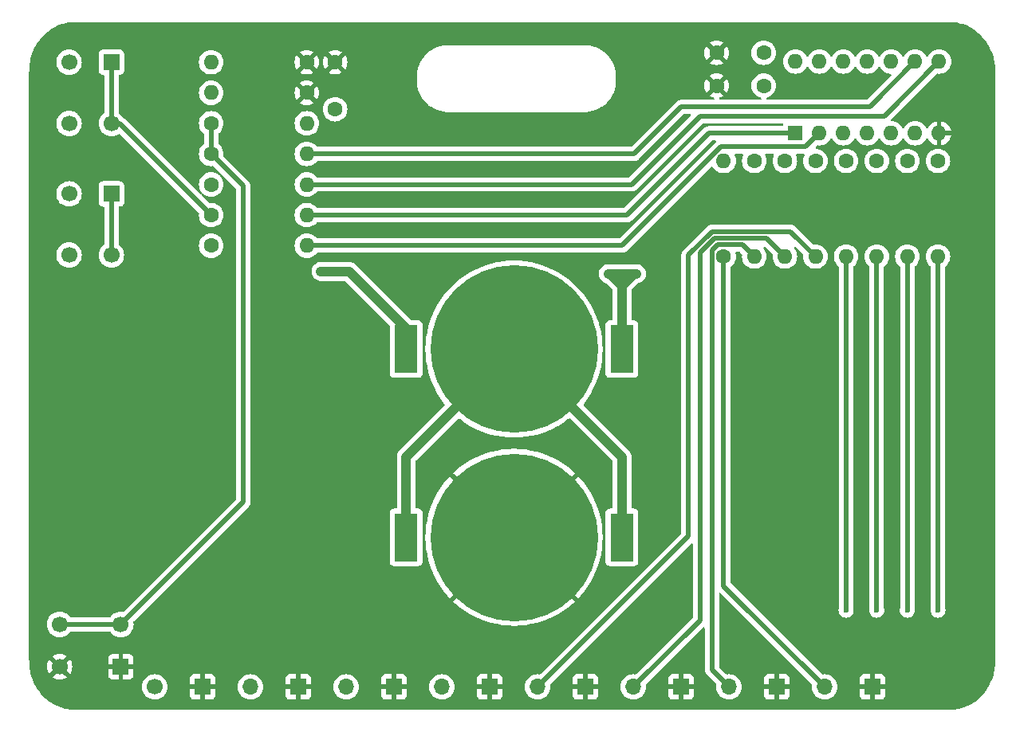
<source format=gbr>
%TF.GenerationSoftware,KiCad,Pcbnew,8.0.1*%
%TF.CreationDate,2024-04-19T02:30:16-04:00*%
%TF.ProjectId,hello-my-name-is,68656c6c-6f2d-46d7-992d-6e616d652d69,rev?*%
%TF.SameCoordinates,Original*%
%TF.FileFunction,Copper,L2,Bot*%
%TF.FilePolarity,Positive*%
%FSLAX46Y46*%
G04 Gerber Fmt 4.6, Leading zero omitted, Abs format (unit mm)*
G04 Created by KiCad (PCBNEW 8.0.1) date 2024-04-19 02:30:16*
%MOMM*%
%LPD*%
G01*
G04 APERTURE LIST*
%TA.AperFunction,ComponentPad*%
%ADD10C,1.600000*%
%TD*%
%TA.AperFunction,ComponentPad*%
%ADD11O,1.600000X1.600000*%
%TD*%
%TA.AperFunction,ComponentPad*%
%ADD12R,1.700000X1.700000*%
%TD*%
%TA.AperFunction,ComponentPad*%
%ADD13C,1.700000*%
%TD*%
%TA.AperFunction,ComponentPad*%
%ADD14R,1.600000X1.600000*%
%TD*%
%TA.AperFunction,ComponentPad*%
%ADD15O,1.700000X1.700000*%
%TD*%
%TA.AperFunction,SMDPad,CuDef*%
%ADD16R,2.489200X5.105400*%
%TD*%
%TA.AperFunction,SMDPad,CuDef*%
%ADD17C,17.805000*%
%TD*%
%TA.AperFunction,ViaPad*%
%ADD18C,0.600000*%
%TD*%
%TA.AperFunction,Conductor*%
%ADD19C,0.500000*%
%TD*%
%TA.AperFunction,Conductor*%
%ADD20C,1.000000*%
%TD*%
G04 APERTURE END LIST*
D10*
%TO.P,R15,1*%
%TO.N,GND*%
X130000000Y-63000000D03*
D11*
%TO.P,R15,2*%
%TO.N,Net-(R15-Pad2)*%
X119840000Y-63000000D03*
%TD*%
D10*
%TO.P,R14,1*%
%TO.N,GND*%
X130000000Y-66250000D03*
D11*
%TO.P,R14,2*%
%TO.N,Net-(R1-Pad1)*%
X119840000Y-66250000D03*
%TD*%
D10*
%TO.P,R13,1*%
%TO.N,Net-(R13-Pad1)*%
X119840000Y-72750000D03*
D11*
%TO.P,R13,2*%
%TO.N,/RST*%
X130000000Y-72750000D03*
%TD*%
D12*
%TO.P,SW1,1,1*%
%TO.N,Net-(R1-Pad1)*%
X109250000Y-77000000D03*
D13*
X109250000Y-83500000D03*
%TO.P,SW1,2,2*%
%TO.N,VCC*%
X104750000Y-77000000D03*
X104750000Y-83500000D03*
%TD*%
D10*
%TO.P,R12,1*%
%TO.N,/LED7*%
X174250000Y-83660000D03*
D11*
%TO.P,R12,2*%
%TO.N,/Q7*%
X174250000Y-73500000D03*
%TD*%
D14*
%TO.P,U1,1,DSA*%
%TO.N,/DATA*%
X181875000Y-70550000D03*
D11*
%TO.P,U1,2,DSB*%
%TO.N,Net-(U1-DSB)*%
X184415000Y-70550000D03*
%TO.P,U1,3,Q0*%
%TO.N,/Q0*%
X186955000Y-70550000D03*
%TO.P,U1,4,Q1*%
%TO.N,/Q1*%
X189495000Y-70550000D03*
%TO.P,U1,5,Q2*%
%TO.N,/Q2*%
X192035000Y-70550000D03*
%TO.P,U1,6,Q3*%
%TO.N,/Q3*%
X194575000Y-70550000D03*
%TO.P,U1,7,GND*%
%TO.N,GND*%
X197115000Y-70550000D03*
%TO.P,U1,8,CP*%
%TO.N,/CLK*%
X197115000Y-62930000D03*
%TO.P,U1,9,~{MR}*%
%TO.N,/RST*%
X194575000Y-62930000D03*
%TO.P,U1,10,Q4*%
%TO.N,/Q4*%
X192035000Y-62930000D03*
%TO.P,U1,11,Q5*%
%TO.N,/Q5*%
X189495000Y-62930000D03*
%TO.P,U1,12,Q6*%
%TO.N,/Q6*%
X186955000Y-62930000D03*
%TO.P,U1,13,Q7*%
%TO.N,/Q7*%
X184415000Y-62930000D03*
%TO.P,U1,14,VCC*%
%TO.N,VCC*%
X181875000Y-62930000D03*
%TD*%
D10*
%TO.P,R2,1*%
%TO.N,Net-(R15-Pad2)*%
X119840000Y-79250000D03*
D11*
%TO.P,R2,2*%
%TO.N,/DATA*%
X130000000Y-79250000D03*
%TD*%
D10*
%TO.P,R6,1*%
%TO.N,/Q1*%
X190500000Y-73500000D03*
D11*
%TO.P,R6,2*%
%TO.N,/LED1*%
X190500000Y-83660000D03*
%TD*%
D10*
%TO.P,R5,1*%
%TO.N,/Q0*%
X187250000Y-73500000D03*
D11*
%TO.P,R5,2*%
%TO.N,/LED0*%
X187250000Y-83660000D03*
%TD*%
D10*
%TO.P,R1,1*%
%TO.N,Net-(R1-Pad1)*%
X119840000Y-76000000D03*
D11*
%TO.P,R1,2*%
%TO.N,/CLK*%
X130000000Y-76000000D03*
%TD*%
D10*
%TO.P,R4,1*%
%TO.N,VCC*%
X119840000Y-82500000D03*
D11*
%TO.P,R4,2*%
%TO.N,Net-(U1-DSB)*%
X130000000Y-82500000D03*
%TD*%
D10*
%TO.P,C3,1*%
%TO.N,VCC*%
X178500000Y-62000000D03*
%TO.P,C3,2*%
%TO.N,GND*%
X173500000Y-62000000D03*
%TD*%
%TO.P,C2,1*%
%TO.N,GND*%
X173500000Y-65500000D03*
%TO.P,C2,2*%
%TO.N,VCC*%
X178500000Y-65500000D03*
%TD*%
D12*
%TO.P,SW2,1,1*%
%TO.N,Net-(R15-Pad2)*%
X109250000Y-63000000D03*
D13*
X109250000Y-69500000D03*
%TO.P,SW2,2,2*%
%TO.N,VCC*%
X104750000Y-63000000D03*
X104750000Y-69500000D03*
%TD*%
%TO.P,J1,1,Pin_1*%
%TO.N,/LED0*%
X113860000Y-129400000D03*
D12*
%TO.P,J1,2,Pin_2*%
%TO.N,GND*%
X118940000Y-129400000D03*
D15*
%TO.P,J1,3,Pin_3*%
%TO.N,/LED1*%
X124020000Y-129400000D03*
D12*
%TO.P,J1,4,Pin_4*%
%TO.N,GND*%
X129100000Y-129400000D03*
D15*
%TO.P,J1,5,Pin_5*%
%TO.N,/LED2*%
X134180000Y-129400000D03*
D12*
%TO.P,J1,6,Pin_6*%
%TO.N,GND*%
X139260000Y-129400000D03*
D15*
%TO.P,J1,7,Pin_7*%
%TO.N,/LED3*%
X144340000Y-129400000D03*
D12*
%TO.P,J1,8,Pin_8*%
%TO.N,GND*%
X149420000Y-129400000D03*
D15*
%TO.P,J1,9,Pin_9*%
%TO.N,/LED4*%
X154500000Y-129400000D03*
D12*
%TO.P,J1,10,Pin_10*%
%TO.N,GND*%
X159580000Y-129400000D03*
D15*
%TO.P,J1,11,Pin_11*%
%TO.N,/LED5*%
X164660000Y-129400000D03*
D12*
%TO.P,J1,12,Pin_12*%
%TO.N,GND*%
X169740000Y-129400000D03*
D15*
%TO.P,J1,13,Pin_13*%
%TO.N,/LED6*%
X174820000Y-129400000D03*
D12*
%TO.P,J1,14,Pin_14*%
%TO.N,GND*%
X179900000Y-129400000D03*
D15*
%TO.P,J1,15,Pin_15*%
%TO.N,/LED7*%
X184980000Y-129400000D03*
D12*
%TO.P,J1,16,Pin_16*%
%TO.N,GND*%
X190060000Y-129400000D03*
%TD*%
D10*
%TO.P,R11,1*%
%TO.N,/Q6*%
X177500000Y-73500000D03*
D11*
%TO.P,R11,2*%
%TO.N,/LED6*%
X177500000Y-83660000D03*
%TD*%
D10*
%TO.P,R7,1*%
%TO.N,/Q2*%
X193750000Y-73500000D03*
D11*
%TO.P,R7,2*%
%TO.N,/LED2*%
X193750000Y-83660000D03*
%TD*%
D10*
%TO.P,R8,1*%
%TO.N,/Q3*%
X197000000Y-73500000D03*
D11*
%TO.P,R8,2*%
%TO.N,/LED3*%
X197000000Y-83660000D03*
%TD*%
D13*
%TO.P,SW3,2,2*%
%TO.N,Net-(R13-Pad1)*%
X103750000Y-122750000D03*
X110250000Y-122750000D03*
%TO.P,SW3,1,1*%
%TO.N,GND*%
X103750000Y-127250000D03*
D12*
X110250000Y-127250000D03*
%TD*%
D10*
%TO.P,R10,1*%
%TO.N,/Q5*%
X180750000Y-73500000D03*
D11*
%TO.P,R10,2*%
%TO.N,/LED5*%
X180750000Y-83660000D03*
%TD*%
D10*
%TO.P,C1,1*%
%TO.N,/CLK*%
X133000000Y-68000000D03*
%TO.P,C1,2*%
%TO.N,GND*%
X133000000Y-63000000D03*
%TD*%
%TO.P,R9,1*%
%TO.N,/Q4*%
X184000000Y-73500000D03*
D11*
%TO.P,R9,2*%
%TO.N,/LED4*%
X184000000Y-83660000D03*
%TD*%
D10*
%TO.P,R3,1*%
%TO.N,Net-(R13-Pad1)*%
X119840000Y-69500000D03*
D11*
%TO.P,R3,2*%
%TO.N,VCC*%
X130000000Y-69500000D03*
%TD*%
D16*
%TO.P,B2,1*%
%TO.N,VCC*%
X140550000Y-93500000D03*
D17*
%TO.P,B2,2*%
%TO.N,Net-(B1-Pad1)*%
X152000000Y-93500000D03*
D16*
%TO.P,B2,3*%
%TO.N,VCC*%
X163450000Y-93500000D03*
%TD*%
%TO.P,B1,1*%
%TO.N,Net-(B1-Pad1)*%
X140550000Y-113500000D03*
D17*
%TO.P,B1,2*%
%TO.N,GND*%
X152000000Y-113500000D03*
D16*
%TO.P,B1,3*%
%TO.N,Net-(B1-Pad1)*%
X163450000Y-113500000D03*
%TD*%
D18*
%TO.N,VCC*%
X162000000Y-85500000D03*
X164000000Y-85500000D03*
X163000000Y-85500000D03*
X132500000Y-85250000D03*
X133500000Y-85250000D03*
X134500000Y-85250000D03*
X165000000Y-85500000D03*
X131500000Y-85250000D03*
%TO.N,/LED1*%
X190500000Y-121250000D03*
%TO.N,/LED2*%
X193750000Y-121250000D03*
%TO.N,/LED0*%
X187250000Y-121250000D03*
%TO.N,/LED3*%
X197000000Y-121250000D03*
%TD*%
D19*
%TO.N,Net-(R15-Pad2)*%
X109250000Y-63000000D02*
X109250000Y-69500000D01*
%TO.N,Net-(R1-Pad1)*%
X109250000Y-77000000D02*
X109250000Y-83500000D01*
%TO.N,Net-(R13-Pad1)*%
X103750000Y-122750000D02*
X110250000Y-122750000D01*
X110250000Y-122750000D02*
X123250000Y-109750000D01*
X123250000Y-109750000D02*
X123250000Y-76160000D01*
X123250000Y-76160000D02*
X119840000Y-72750000D01*
D20*
%TO.N,VCC*%
X134500000Y-85250000D02*
X140550000Y-91300000D01*
X140550000Y-91300000D02*
X140550000Y-93500000D01*
D19*
%TO.N,Net-(R15-Pad2)*%
X119840000Y-79250000D02*
X110090000Y-69500000D01*
X110090000Y-69500000D02*
X109250000Y-69500000D01*
%TO.N,Net-(R13-Pad1)*%
X119840000Y-72750000D02*
X119840000Y-69500000D01*
D20*
%TO.N,VCC*%
X163500000Y-85500000D02*
X162000000Y-85500000D01*
X162000000Y-85500000D02*
X162200000Y-85500000D01*
X163450000Y-86750000D02*
X163450000Y-85550000D01*
X165000000Y-85500000D02*
X164700000Y-85500000D01*
X163450000Y-93500000D02*
X163450000Y-86750000D01*
X165000000Y-85500000D02*
X163500000Y-85500000D01*
X134500000Y-85250000D02*
X131500000Y-85250000D01*
X162200000Y-85500000D02*
X163450000Y-86750000D01*
X163450000Y-85550000D02*
X163500000Y-85500000D01*
X164700000Y-85500000D02*
X163450000Y-86750000D01*
D19*
%TO.N,/CLK*%
X130000000Y-76000000D02*
X164500000Y-76000000D01*
X191295000Y-68750000D02*
X197115000Y-62930000D01*
X171750000Y-68750000D02*
X191295000Y-68750000D01*
X164500000Y-76000000D02*
X171750000Y-68750000D01*
%TO.N,/LED4*%
X170500000Y-113400000D02*
X170500000Y-83520100D01*
X170500000Y-83520100D02*
X173010100Y-81010000D01*
X154500000Y-129400000D02*
X170500000Y-113400000D01*
X181350000Y-81010000D02*
X184000000Y-83660000D01*
X173010100Y-81010000D02*
X181350000Y-81010000D01*
%TO.N,/LED1*%
X190500000Y-83660000D02*
X190500000Y-121250000D01*
%TO.N,/LED5*%
X171750000Y-83260050D02*
X171750000Y-122310000D01*
X173300050Y-81710000D02*
X171750000Y-83260050D01*
X171750000Y-122310000D02*
X164660000Y-129400000D01*
X178800000Y-81710000D02*
X173300050Y-81710000D01*
X180750000Y-83660000D02*
X178800000Y-81710000D01*
%TO.N,/LED2*%
X193750000Y-83660000D02*
X193750000Y-121250000D01*
%TO.N,/LED7*%
X174250000Y-118670000D02*
X184980000Y-129400000D01*
X174250000Y-83660000D02*
X174250000Y-118670000D01*
%TO.N,/LED6*%
X176250000Y-82410000D02*
X173590000Y-82410000D01*
X173590000Y-82410000D02*
X173000000Y-83000000D01*
X177500000Y-83660000D02*
X176250000Y-82410000D01*
X173000000Y-83000000D02*
X173000000Y-127580000D01*
X173000000Y-127580000D02*
X174820000Y-129400000D01*
%TO.N,/LED0*%
X187250000Y-83660000D02*
X187250000Y-121250000D01*
%TO.N,/LED3*%
X197000000Y-83660000D02*
X197000000Y-121250000D01*
%TO.N,/DATA*%
X164000000Y-79250000D02*
X172700000Y-70550000D01*
X130000000Y-79250000D02*
X164000000Y-79250000D01*
X172700000Y-70550000D02*
X181875000Y-70550000D01*
%TO.N,/RST*%
X194575000Y-62930000D02*
X189755000Y-67750000D01*
X189755000Y-67750000D02*
X169750000Y-67750000D01*
X130000000Y-72750000D02*
X129750000Y-72750000D01*
X169750000Y-67750000D02*
X164750000Y-72750000D01*
X164750000Y-72750000D02*
X130000000Y-72750000D01*
%TO.N,Net-(U1-DSB)*%
X163482233Y-82500000D02*
X130000000Y-82500000D01*
X173982233Y-72000000D02*
X163482233Y-82500000D01*
X184415000Y-70550000D02*
X182965000Y-72000000D01*
X182965000Y-72000000D02*
X173982233Y-72000000D01*
D20*
%TO.N,Net-(B1-Pad1)*%
X140550000Y-104950000D02*
X152000000Y-93500000D01*
X140550000Y-113500000D02*
X140550000Y-104950000D01*
X163450000Y-104950000D02*
X152000000Y-93500000D01*
X163450000Y-113500000D02*
X163450000Y-104950000D01*
%TD*%
%TA.AperFunction,Conductor*%
%TO.N,GND*%
G36*
X198255442Y-58726891D02*
G01*
X198502713Y-58733636D01*
X198509418Y-58734002D01*
X198747554Y-58753536D01*
X198754241Y-58754268D01*
X198988821Y-58786424D01*
X198995399Y-58787508D01*
X199226188Y-58831969D01*
X199232683Y-58833403D01*
X199459454Y-58889865D01*
X199465771Y-58891617D01*
X199688379Y-58959811D01*
X199694528Y-58961874D01*
X199912524Y-59041448D01*
X199918539Y-59043822D01*
X200131826Y-59134544D01*
X200137640Y-59137196D01*
X200345861Y-59238747D01*
X200351473Y-59241664D01*
X200554389Y-59353780D01*
X200559724Y-59356906D01*
X200757014Y-59479283D01*
X200762172Y-59482663D01*
X200823015Y-59524741D01*
X200953532Y-59615007D01*
X200958445Y-59618588D01*
X201143529Y-59760575D01*
X201143532Y-59760577D01*
X201148236Y-59764371D01*
X201326780Y-59915734D01*
X201331229Y-59919694D01*
X201406276Y-59989823D01*
X201502916Y-60080131D01*
X201507158Y-60084290D01*
X201613110Y-60193263D01*
X201654910Y-60236256D01*
X201671622Y-60253444D01*
X201675621Y-60257758D01*
X201679847Y-60262540D01*
X201832572Y-60435350D01*
X201836346Y-60439828D01*
X201985461Y-60625534D01*
X201989000Y-60630160D01*
X202129943Y-60823643D01*
X202133247Y-60828409D01*
X202265708Y-61029358D01*
X202268774Y-61034255D01*
X202392443Y-61242356D01*
X202395269Y-61247373D01*
X202427362Y-61307586D01*
X202509809Y-61462274D01*
X202512399Y-61467416D01*
X202617527Y-61688847D01*
X202619873Y-61694102D01*
X202715226Y-61921633D01*
X202717328Y-61926994D01*
X202802630Y-62160388D01*
X202804482Y-62165843D01*
X202823542Y-62226610D01*
X202877926Y-62400000D01*
X202879428Y-62404787D01*
X202881026Y-62410334D01*
X202945282Y-62654448D01*
X202946623Y-62660070D01*
X202999900Y-62909088D01*
X203000979Y-62914778D01*
X203024138Y-63054677D01*
X203040645Y-63154394D01*
X203042959Y-63168369D01*
X203043772Y-63174112D01*
X203049972Y-63226741D01*
X203074154Y-63432043D01*
X203074698Y-63437830D01*
X203093156Y-63699676D01*
X203093429Y-63705490D01*
X203099770Y-63976054D01*
X203099804Y-63978959D01*
X203099804Y-126594854D01*
X203099770Y-126597759D01*
X203093429Y-126868326D01*
X203093156Y-126874140D01*
X203074698Y-127135985D01*
X203074154Y-127141772D01*
X203043774Y-127399682D01*
X203042960Y-127405427D01*
X203000978Y-127659040D01*
X202999899Y-127664731D01*
X202946623Y-127913748D01*
X202945282Y-127919371D01*
X202881027Y-128163478D01*
X202879429Y-128169024D01*
X202804482Y-128407971D01*
X202802630Y-128413427D01*
X202717324Y-128646830D01*
X202715222Y-128652190D01*
X202619860Y-128879743D01*
X202617514Y-128884997D01*
X202512399Y-129106402D01*
X202509809Y-129111545D01*
X202395273Y-129326439D01*
X202392444Y-129331463D01*
X202268782Y-129539553D01*
X202265715Y-129544450D01*
X202133250Y-129745406D01*
X202129946Y-129750172D01*
X201988992Y-129943670D01*
X201985453Y-129948295D01*
X201836354Y-130133983D01*
X201832580Y-130138463D01*
X201675621Y-130316063D01*
X201671612Y-130320387D01*
X201507158Y-130489531D01*
X201502916Y-130493690D01*
X201331244Y-130654114D01*
X201326766Y-130658100D01*
X201148242Y-130809445D01*
X201143532Y-130813244D01*
X200958446Y-130955232D01*
X200953505Y-130958833D01*
X200862561Y-131021730D01*
X200762176Y-131091157D01*
X200757018Y-131094538D01*
X200559747Y-131216901D01*
X200554353Y-131220061D01*
X200351465Y-131332162D01*
X200345853Y-131335079D01*
X200137640Y-131436626D01*
X200131819Y-131439281D01*
X199918540Y-131529999D01*
X199912524Y-131532374D01*
X199694553Y-131611939D01*
X199688354Y-131614019D01*
X199465797Y-131682197D01*
X199459436Y-131683961D01*
X199232682Y-131740419D01*
X199226180Y-131741854D01*
X198995419Y-131786310D01*
X198988803Y-131787400D01*
X198754265Y-131819551D01*
X198747563Y-131820285D01*
X198509454Y-131839819D01*
X198502696Y-131840188D01*
X198255416Y-131846933D01*
X198252035Y-131846979D01*
X105361077Y-131846979D01*
X105357696Y-131846933D01*
X105110415Y-131840188D01*
X105103657Y-131839819D01*
X104865550Y-131820285D01*
X104858850Y-131819551D01*
X104826819Y-131815160D01*
X104624311Y-131787400D01*
X104617695Y-131786310D01*
X104386926Y-131741852D01*
X104380424Y-131740417D01*
X104153680Y-131683962D01*
X104147319Y-131682198D01*
X103924771Y-131614023D01*
X103918572Y-131611943D01*
X103700583Y-131532371D01*
X103694567Y-131529996D01*
X103481276Y-131439273D01*
X103475455Y-131436617D01*
X103267280Y-131335088D01*
X103261668Y-131332172D01*
X103261650Y-131332162D01*
X103058741Y-131220049D01*
X103053368Y-131216901D01*
X102856113Y-131094546D01*
X102850963Y-131091171D01*
X102850930Y-131091148D01*
X102659604Y-130958828D01*
X102654676Y-130955236D01*
X102573093Y-130892650D01*
X102469588Y-130813246D01*
X102464878Y-130809447D01*
X102286336Y-130658086D01*
X102281858Y-130654100D01*
X102110199Y-130493689D01*
X102105957Y-130489530D01*
X102056335Y-130438493D01*
X101941499Y-130320381D01*
X101937495Y-130316062D01*
X101780537Y-130138463D01*
X101776763Y-130133984D01*
X101627659Y-129948290D01*
X101624120Y-129943665D01*
X101483171Y-129750174D01*
X101479867Y-129745408D01*
X101347395Y-129544441D01*
X101344328Y-129539543D01*
X101261403Y-129400000D01*
X112504341Y-129400000D01*
X112524936Y-129635403D01*
X112524938Y-129635413D01*
X112586094Y-129863655D01*
X112586096Y-129863659D01*
X112586097Y-129863663D01*
X112625562Y-129948295D01*
X112685965Y-130077830D01*
X112685967Y-130077834D01*
X112794281Y-130232521D01*
X112821505Y-130271401D01*
X112988599Y-130438495D01*
X113061486Y-130489531D01*
X113182165Y-130574032D01*
X113182167Y-130574033D01*
X113182170Y-130574035D01*
X113396337Y-130673903D01*
X113624592Y-130735063D01*
X113812918Y-130751539D01*
X113859999Y-130755659D01*
X113860000Y-130755659D01*
X113860001Y-130755659D01*
X113899234Y-130752226D01*
X114095408Y-130735063D01*
X114323663Y-130673903D01*
X114537830Y-130574035D01*
X114731401Y-130438495D01*
X114872052Y-130297844D01*
X117590000Y-130297844D01*
X117596401Y-130357372D01*
X117596403Y-130357379D01*
X117646645Y-130492086D01*
X117646649Y-130492093D01*
X117732809Y-130607187D01*
X117732812Y-130607190D01*
X117847906Y-130693350D01*
X117847913Y-130693354D01*
X117982620Y-130743596D01*
X117982627Y-130743598D01*
X118042155Y-130749999D01*
X118042172Y-130750000D01*
X118690000Y-130750000D01*
X118690000Y-129833012D01*
X118747007Y-129865925D01*
X118874174Y-129900000D01*
X119005826Y-129900000D01*
X119132993Y-129865925D01*
X119190000Y-129833012D01*
X119190000Y-130750000D01*
X119837828Y-130750000D01*
X119837844Y-130749999D01*
X119897372Y-130743598D01*
X119897379Y-130743596D01*
X120032086Y-130693354D01*
X120032093Y-130693350D01*
X120147187Y-130607190D01*
X120147190Y-130607187D01*
X120233350Y-130492093D01*
X120233354Y-130492086D01*
X120283596Y-130357379D01*
X120283598Y-130357372D01*
X120289999Y-130297844D01*
X120290000Y-130297827D01*
X120290000Y-129650000D01*
X119373012Y-129650000D01*
X119405925Y-129592993D01*
X119440000Y-129465826D01*
X119440000Y-129400000D01*
X122664341Y-129400000D01*
X122684936Y-129635403D01*
X122684938Y-129635413D01*
X122746094Y-129863655D01*
X122746096Y-129863659D01*
X122746097Y-129863663D01*
X122785562Y-129948295D01*
X122845965Y-130077830D01*
X122845967Y-130077834D01*
X122954281Y-130232521D01*
X122981505Y-130271401D01*
X123148599Y-130438495D01*
X123221486Y-130489531D01*
X123342165Y-130574032D01*
X123342167Y-130574033D01*
X123342170Y-130574035D01*
X123556337Y-130673903D01*
X123784592Y-130735063D01*
X123972918Y-130751539D01*
X124019999Y-130755659D01*
X124020000Y-130755659D01*
X124020001Y-130755659D01*
X124059234Y-130752226D01*
X124255408Y-130735063D01*
X124483663Y-130673903D01*
X124697830Y-130574035D01*
X124891401Y-130438495D01*
X125032052Y-130297844D01*
X127750000Y-130297844D01*
X127756401Y-130357372D01*
X127756403Y-130357379D01*
X127806645Y-130492086D01*
X127806649Y-130492093D01*
X127892809Y-130607187D01*
X127892812Y-130607190D01*
X128007906Y-130693350D01*
X128007913Y-130693354D01*
X128142620Y-130743596D01*
X128142627Y-130743598D01*
X128202155Y-130749999D01*
X128202172Y-130750000D01*
X128850000Y-130750000D01*
X128850000Y-129833012D01*
X128907007Y-129865925D01*
X129034174Y-129900000D01*
X129165826Y-129900000D01*
X129292993Y-129865925D01*
X129350000Y-129833012D01*
X129350000Y-130750000D01*
X129997828Y-130750000D01*
X129997844Y-130749999D01*
X130057372Y-130743598D01*
X130057379Y-130743596D01*
X130192086Y-130693354D01*
X130192093Y-130693350D01*
X130307187Y-130607190D01*
X130307190Y-130607187D01*
X130393350Y-130492093D01*
X130393354Y-130492086D01*
X130443596Y-130357379D01*
X130443598Y-130357372D01*
X130449999Y-130297844D01*
X130450000Y-130297827D01*
X130450000Y-129650000D01*
X129533012Y-129650000D01*
X129565925Y-129592993D01*
X129600000Y-129465826D01*
X129600000Y-129400000D01*
X132824341Y-129400000D01*
X132844936Y-129635403D01*
X132844938Y-129635413D01*
X132906094Y-129863655D01*
X132906096Y-129863659D01*
X132906097Y-129863663D01*
X132945562Y-129948295D01*
X133005965Y-130077830D01*
X133005967Y-130077834D01*
X133114281Y-130232521D01*
X133141505Y-130271401D01*
X133308599Y-130438495D01*
X133381486Y-130489531D01*
X133502165Y-130574032D01*
X133502167Y-130574033D01*
X133502170Y-130574035D01*
X133716337Y-130673903D01*
X133944592Y-130735063D01*
X134132918Y-130751539D01*
X134179999Y-130755659D01*
X134180000Y-130755659D01*
X134180001Y-130755659D01*
X134219234Y-130752226D01*
X134415408Y-130735063D01*
X134643663Y-130673903D01*
X134857830Y-130574035D01*
X135051401Y-130438495D01*
X135192052Y-130297844D01*
X137910000Y-130297844D01*
X137916401Y-130357372D01*
X137916403Y-130357379D01*
X137966645Y-130492086D01*
X137966649Y-130492093D01*
X138052809Y-130607187D01*
X138052812Y-130607190D01*
X138167906Y-130693350D01*
X138167913Y-130693354D01*
X138302620Y-130743596D01*
X138302627Y-130743598D01*
X138362155Y-130749999D01*
X138362172Y-130750000D01*
X139010000Y-130750000D01*
X139010000Y-129833012D01*
X139067007Y-129865925D01*
X139194174Y-129900000D01*
X139325826Y-129900000D01*
X139452993Y-129865925D01*
X139510000Y-129833012D01*
X139510000Y-130750000D01*
X140157828Y-130750000D01*
X140157844Y-130749999D01*
X140217372Y-130743598D01*
X140217379Y-130743596D01*
X140352086Y-130693354D01*
X140352093Y-130693350D01*
X140467187Y-130607190D01*
X140467190Y-130607187D01*
X140553350Y-130492093D01*
X140553354Y-130492086D01*
X140603596Y-130357379D01*
X140603598Y-130357372D01*
X140609999Y-130297844D01*
X140610000Y-130297827D01*
X140610000Y-129650000D01*
X139693012Y-129650000D01*
X139725925Y-129592993D01*
X139760000Y-129465826D01*
X139760000Y-129400000D01*
X142984341Y-129400000D01*
X143004936Y-129635403D01*
X143004938Y-129635413D01*
X143066094Y-129863655D01*
X143066096Y-129863659D01*
X143066097Y-129863663D01*
X143105562Y-129948295D01*
X143165965Y-130077830D01*
X143165967Y-130077834D01*
X143274281Y-130232521D01*
X143301505Y-130271401D01*
X143468599Y-130438495D01*
X143541486Y-130489531D01*
X143662165Y-130574032D01*
X143662167Y-130574033D01*
X143662170Y-130574035D01*
X143876337Y-130673903D01*
X144104592Y-130735063D01*
X144292918Y-130751539D01*
X144339999Y-130755659D01*
X144340000Y-130755659D01*
X144340001Y-130755659D01*
X144379234Y-130752226D01*
X144575408Y-130735063D01*
X144803663Y-130673903D01*
X145017830Y-130574035D01*
X145211401Y-130438495D01*
X145352052Y-130297844D01*
X148070000Y-130297844D01*
X148076401Y-130357372D01*
X148076403Y-130357379D01*
X148126645Y-130492086D01*
X148126649Y-130492093D01*
X148212809Y-130607187D01*
X148212812Y-130607190D01*
X148327906Y-130693350D01*
X148327913Y-130693354D01*
X148462620Y-130743596D01*
X148462627Y-130743598D01*
X148522155Y-130749999D01*
X148522172Y-130750000D01*
X149170000Y-130750000D01*
X149170000Y-129833012D01*
X149227007Y-129865925D01*
X149354174Y-129900000D01*
X149485826Y-129900000D01*
X149612993Y-129865925D01*
X149670000Y-129833012D01*
X149670000Y-130750000D01*
X150317828Y-130750000D01*
X150317844Y-130749999D01*
X150377372Y-130743598D01*
X150377379Y-130743596D01*
X150512086Y-130693354D01*
X150512093Y-130693350D01*
X150627187Y-130607190D01*
X150627190Y-130607187D01*
X150713350Y-130492093D01*
X150713354Y-130492086D01*
X150763596Y-130357379D01*
X150763598Y-130357372D01*
X150769999Y-130297844D01*
X150770000Y-130297827D01*
X150770000Y-129650000D01*
X149853012Y-129650000D01*
X149885925Y-129592993D01*
X149920000Y-129465826D01*
X149920000Y-129400000D01*
X153144341Y-129400000D01*
X153164936Y-129635403D01*
X153164938Y-129635413D01*
X153226094Y-129863655D01*
X153226096Y-129863659D01*
X153226097Y-129863663D01*
X153265562Y-129948295D01*
X153325965Y-130077830D01*
X153325967Y-130077834D01*
X153434281Y-130232521D01*
X153461505Y-130271401D01*
X153628599Y-130438495D01*
X153701486Y-130489531D01*
X153822165Y-130574032D01*
X153822167Y-130574033D01*
X153822170Y-130574035D01*
X154036337Y-130673903D01*
X154264592Y-130735063D01*
X154452918Y-130751539D01*
X154499999Y-130755659D01*
X154500000Y-130755659D01*
X154500001Y-130755659D01*
X154539234Y-130752226D01*
X154735408Y-130735063D01*
X154963663Y-130673903D01*
X155177830Y-130574035D01*
X155371401Y-130438495D01*
X155512052Y-130297844D01*
X158230000Y-130297844D01*
X158236401Y-130357372D01*
X158236403Y-130357379D01*
X158286645Y-130492086D01*
X158286649Y-130492093D01*
X158372809Y-130607187D01*
X158372812Y-130607190D01*
X158487906Y-130693350D01*
X158487913Y-130693354D01*
X158622620Y-130743596D01*
X158622627Y-130743598D01*
X158682155Y-130749999D01*
X158682172Y-130750000D01*
X159330000Y-130750000D01*
X159330000Y-129833012D01*
X159387007Y-129865925D01*
X159514174Y-129900000D01*
X159645826Y-129900000D01*
X159772993Y-129865925D01*
X159830000Y-129833012D01*
X159830000Y-130750000D01*
X160477828Y-130750000D01*
X160477844Y-130749999D01*
X160537372Y-130743598D01*
X160537379Y-130743596D01*
X160672086Y-130693354D01*
X160672093Y-130693350D01*
X160787187Y-130607190D01*
X160787190Y-130607187D01*
X160873350Y-130492093D01*
X160873354Y-130492086D01*
X160923596Y-130357379D01*
X160923598Y-130357372D01*
X160929999Y-130297844D01*
X160930000Y-130297827D01*
X160930000Y-129650000D01*
X160013012Y-129650000D01*
X160045925Y-129592993D01*
X160080000Y-129465826D01*
X160080000Y-129334174D01*
X160045925Y-129207007D01*
X160013012Y-129150000D01*
X160930000Y-129150000D01*
X160930000Y-128502172D01*
X160929999Y-128502155D01*
X160923598Y-128442627D01*
X160923596Y-128442620D01*
X160873354Y-128307913D01*
X160873350Y-128307906D01*
X160787190Y-128192812D01*
X160787187Y-128192809D01*
X160672093Y-128106649D01*
X160672086Y-128106645D01*
X160537379Y-128056403D01*
X160537372Y-128056401D01*
X160477844Y-128050000D01*
X159830000Y-128050000D01*
X159830000Y-128966988D01*
X159772993Y-128934075D01*
X159645826Y-128900000D01*
X159514174Y-128900000D01*
X159387007Y-128934075D01*
X159330000Y-128966988D01*
X159330000Y-128050000D01*
X158682155Y-128050000D01*
X158622627Y-128056401D01*
X158622620Y-128056403D01*
X158487913Y-128106645D01*
X158487906Y-128106649D01*
X158372812Y-128192809D01*
X158372809Y-128192812D01*
X158286649Y-128307906D01*
X158286645Y-128307913D01*
X158236403Y-128442620D01*
X158236401Y-128442627D01*
X158230000Y-128502155D01*
X158230000Y-129150000D01*
X159146988Y-129150000D01*
X159114075Y-129207007D01*
X159080000Y-129334174D01*
X159080000Y-129465826D01*
X159114075Y-129592993D01*
X159146988Y-129650000D01*
X158230000Y-129650000D01*
X158230000Y-130297844D01*
X155512052Y-130297844D01*
X155538495Y-130271401D01*
X155674035Y-130077830D01*
X155773903Y-129863663D01*
X155835063Y-129635408D01*
X155855659Y-129400000D01*
X155837022Y-129186985D01*
X155850788Y-129118486D01*
X155872866Y-129088500D01*
X170787821Y-114173546D01*
X170849142Y-114140063D01*
X170918834Y-114145047D01*
X170974767Y-114186919D01*
X170999184Y-114252383D01*
X170999500Y-114261229D01*
X170999500Y-121947769D01*
X170979815Y-122014808D01*
X170963181Y-122035450D01*
X164971500Y-128027130D01*
X164910177Y-128060615D01*
X164873012Y-128062977D01*
X164660002Y-128044341D01*
X164659999Y-128044341D01*
X164424596Y-128064936D01*
X164424586Y-128064938D01*
X164196344Y-128126094D01*
X164196335Y-128126098D01*
X163982171Y-128225964D01*
X163982169Y-128225965D01*
X163788597Y-128361505D01*
X163621505Y-128528597D01*
X163485965Y-128722169D01*
X163485964Y-128722171D01*
X163386098Y-128936335D01*
X163386094Y-128936344D01*
X163324938Y-129164586D01*
X163324936Y-129164596D01*
X163304341Y-129399999D01*
X163304341Y-129400000D01*
X163324936Y-129635403D01*
X163324938Y-129635413D01*
X163386094Y-129863655D01*
X163386096Y-129863659D01*
X163386097Y-129863663D01*
X163425562Y-129948295D01*
X163485965Y-130077830D01*
X163485967Y-130077834D01*
X163594281Y-130232521D01*
X163621505Y-130271401D01*
X163788599Y-130438495D01*
X163861486Y-130489531D01*
X163982165Y-130574032D01*
X163982167Y-130574033D01*
X163982170Y-130574035D01*
X164196337Y-130673903D01*
X164424592Y-130735063D01*
X164612918Y-130751539D01*
X164659999Y-130755659D01*
X164660000Y-130755659D01*
X164660001Y-130755659D01*
X164699234Y-130752226D01*
X164895408Y-130735063D01*
X165123663Y-130673903D01*
X165337830Y-130574035D01*
X165531401Y-130438495D01*
X165672052Y-130297844D01*
X168390000Y-130297844D01*
X168396401Y-130357372D01*
X168396403Y-130357379D01*
X168446645Y-130492086D01*
X168446649Y-130492093D01*
X168532809Y-130607187D01*
X168532812Y-130607190D01*
X168647906Y-130693350D01*
X168647913Y-130693354D01*
X168782620Y-130743596D01*
X168782627Y-130743598D01*
X168842155Y-130749999D01*
X168842172Y-130750000D01*
X169490000Y-130750000D01*
X169490000Y-129833012D01*
X169547007Y-129865925D01*
X169674174Y-129900000D01*
X169805826Y-129900000D01*
X169932993Y-129865925D01*
X169990000Y-129833012D01*
X169990000Y-130750000D01*
X170637828Y-130750000D01*
X170637844Y-130749999D01*
X170697372Y-130743598D01*
X170697379Y-130743596D01*
X170832086Y-130693354D01*
X170832093Y-130693350D01*
X170947187Y-130607190D01*
X170947190Y-130607187D01*
X171033350Y-130492093D01*
X171033354Y-130492086D01*
X171083596Y-130357379D01*
X171083598Y-130357372D01*
X171089999Y-130297844D01*
X171090000Y-130297827D01*
X171090000Y-129650000D01*
X170173012Y-129650000D01*
X170205925Y-129592993D01*
X170240000Y-129465826D01*
X170240000Y-129334174D01*
X170205925Y-129207007D01*
X170173012Y-129150000D01*
X171090000Y-129150000D01*
X171090000Y-128502172D01*
X171089999Y-128502155D01*
X171083598Y-128442627D01*
X171083596Y-128442620D01*
X171033354Y-128307913D01*
X171033350Y-128307906D01*
X170947190Y-128192812D01*
X170947187Y-128192809D01*
X170832093Y-128106649D01*
X170832086Y-128106645D01*
X170697379Y-128056403D01*
X170697372Y-128056401D01*
X170637844Y-128050000D01*
X169990000Y-128050000D01*
X169990000Y-128966988D01*
X169932993Y-128934075D01*
X169805826Y-128900000D01*
X169674174Y-128900000D01*
X169547007Y-128934075D01*
X169490000Y-128966988D01*
X169490000Y-128050000D01*
X168842155Y-128050000D01*
X168782627Y-128056401D01*
X168782620Y-128056403D01*
X168647913Y-128106645D01*
X168647906Y-128106649D01*
X168532812Y-128192809D01*
X168532809Y-128192812D01*
X168446649Y-128307906D01*
X168446645Y-128307913D01*
X168396403Y-128442620D01*
X168396401Y-128442627D01*
X168390000Y-128502155D01*
X168390000Y-129150000D01*
X169306988Y-129150000D01*
X169274075Y-129207007D01*
X169240000Y-129334174D01*
X169240000Y-129465826D01*
X169274075Y-129592993D01*
X169306988Y-129650000D01*
X168390000Y-129650000D01*
X168390000Y-130297844D01*
X165672052Y-130297844D01*
X165698495Y-130271401D01*
X165834035Y-130077830D01*
X165933903Y-129863663D01*
X165995063Y-129635408D01*
X166015659Y-129400000D01*
X165997022Y-129186985D01*
X166010788Y-129118486D01*
X166032866Y-129088500D01*
X172037819Y-123083548D01*
X172099142Y-123050063D01*
X172168834Y-123055047D01*
X172224767Y-123096919D01*
X172249184Y-123162383D01*
X172249500Y-123171229D01*
X172249500Y-127653918D01*
X172249500Y-127653920D01*
X172249499Y-127653920D01*
X172278340Y-127798907D01*
X172278343Y-127798917D01*
X172334913Y-127935490D01*
X172334914Y-127935492D01*
X172361451Y-127975207D01*
X172361452Y-127975209D01*
X172417045Y-128058414D01*
X172417049Y-128058418D01*
X173447130Y-129088497D01*
X173480615Y-129149820D01*
X173482977Y-129186985D01*
X173464341Y-129399997D01*
X173464341Y-129400000D01*
X173484936Y-129635403D01*
X173484938Y-129635413D01*
X173546094Y-129863655D01*
X173546096Y-129863659D01*
X173546097Y-129863663D01*
X173585562Y-129948295D01*
X173645965Y-130077830D01*
X173645967Y-130077834D01*
X173754281Y-130232521D01*
X173781505Y-130271401D01*
X173948599Y-130438495D01*
X174021486Y-130489531D01*
X174142165Y-130574032D01*
X174142167Y-130574033D01*
X174142170Y-130574035D01*
X174356337Y-130673903D01*
X174584592Y-130735063D01*
X174772918Y-130751539D01*
X174819999Y-130755659D01*
X174820000Y-130755659D01*
X174820001Y-130755659D01*
X174859234Y-130752226D01*
X175055408Y-130735063D01*
X175283663Y-130673903D01*
X175497830Y-130574035D01*
X175691401Y-130438495D01*
X175832052Y-130297844D01*
X178550000Y-130297844D01*
X178556401Y-130357372D01*
X178556403Y-130357379D01*
X178606645Y-130492086D01*
X178606649Y-130492093D01*
X178692809Y-130607187D01*
X178692812Y-130607190D01*
X178807906Y-130693350D01*
X178807913Y-130693354D01*
X178942620Y-130743596D01*
X178942627Y-130743598D01*
X179002155Y-130749999D01*
X179002172Y-130750000D01*
X179650000Y-130750000D01*
X179650000Y-129833012D01*
X179707007Y-129865925D01*
X179834174Y-129900000D01*
X179965826Y-129900000D01*
X180092993Y-129865925D01*
X180150000Y-129833012D01*
X180150000Y-130750000D01*
X180797828Y-130750000D01*
X180797844Y-130749999D01*
X180857372Y-130743598D01*
X180857379Y-130743596D01*
X180992086Y-130693354D01*
X180992093Y-130693350D01*
X181107187Y-130607190D01*
X181107190Y-130607187D01*
X181193350Y-130492093D01*
X181193354Y-130492086D01*
X181243596Y-130357379D01*
X181243598Y-130357372D01*
X181249999Y-130297844D01*
X181250000Y-130297827D01*
X181250000Y-129650000D01*
X180333012Y-129650000D01*
X180365925Y-129592993D01*
X180400000Y-129465826D01*
X180400000Y-129334174D01*
X180365925Y-129207007D01*
X180333012Y-129150000D01*
X181250000Y-129150000D01*
X181250000Y-128502172D01*
X181249999Y-128502155D01*
X181243598Y-128442627D01*
X181243596Y-128442620D01*
X181193354Y-128307913D01*
X181193350Y-128307906D01*
X181107190Y-128192812D01*
X181107187Y-128192809D01*
X180992093Y-128106649D01*
X180992086Y-128106645D01*
X180857379Y-128056403D01*
X180857372Y-128056401D01*
X180797844Y-128050000D01*
X180150000Y-128050000D01*
X180150000Y-128966988D01*
X180092993Y-128934075D01*
X179965826Y-128900000D01*
X179834174Y-128900000D01*
X179707007Y-128934075D01*
X179650000Y-128966988D01*
X179650000Y-128050000D01*
X179002155Y-128050000D01*
X178942627Y-128056401D01*
X178942620Y-128056403D01*
X178807913Y-128106645D01*
X178807906Y-128106649D01*
X178692812Y-128192809D01*
X178692809Y-128192812D01*
X178606649Y-128307906D01*
X178606645Y-128307913D01*
X178556403Y-128442620D01*
X178556401Y-128442627D01*
X178550000Y-128502155D01*
X178550000Y-129150000D01*
X179466988Y-129150000D01*
X179434075Y-129207007D01*
X179400000Y-129334174D01*
X179400000Y-129465826D01*
X179434075Y-129592993D01*
X179466988Y-129650000D01*
X178550000Y-129650000D01*
X178550000Y-130297844D01*
X175832052Y-130297844D01*
X175858495Y-130271401D01*
X175994035Y-130077830D01*
X176093903Y-129863663D01*
X176155063Y-129635408D01*
X176175659Y-129400000D01*
X176155063Y-129164592D01*
X176093903Y-128936337D01*
X175994035Y-128722171D01*
X175945022Y-128652172D01*
X175858494Y-128528597D01*
X175691402Y-128361506D01*
X175691395Y-128361501D01*
X175497834Y-128225967D01*
X175497830Y-128225965D01*
X175375767Y-128169046D01*
X175283663Y-128126097D01*
X175283659Y-128126096D01*
X175283655Y-128126094D01*
X175055413Y-128064938D01*
X175055403Y-128064936D01*
X174820001Y-128044341D01*
X174819998Y-128044341D01*
X174606985Y-128062977D01*
X174538485Y-128049210D01*
X174508497Y-128027130D01*
X173786819Y-127305451D01*
X173753334Y-127244128D01*
X173750500Y-127217770D01*
X173750500Y-119531229D01*
X173770185Y-119464190D01*
X173822989Y-119418435D01*
X173892147Y-119408491D01*
X173955703Y-119437516D01*
X173962181Y-119443548D01*
X183607130Y-129088497D01*
X183640615Y-129149820D01*
X183642977Y-129186985D01*
X183624341Y-129399997D01*
X183624341Y-129400000D01*
X183644936Y-129635403D01*
X183644938Y-129635413D01*
X183706094Y-129863655D01*
X183706096Y-129863659D01*
X183706097Y-129863663D01*
X183745562Y-129948295D01*
X183805965Y-130077830D01*
X183805967Y-130077834D01*
X183914281Y-130232521D01*
X183941505Y-130271401D01*
X184108599Y-130438495D01*
X184181486Y-130489531D01*
X184302165Y-130574032D01*
X184302167Y-130574033D01*
X184302170Y-130574035D01*
X184516337Y-130673903D01*
X184744592Y-130735063D01*
X184932918Y-130751539D01*
X184979999Y-130755659D01*
X184980000Y-130755659D01*
X184980001Y-130755659D01*
X185019234Y-130752226D01*
X185215408Y-130735063D01*
X185443663Y-130673903D01*
X185657830Y-130574035D01*
X185851401Y-130438495D01*
X185992052Y-130297844D01*
X188710000Y-130297844D01*
X188716401Y-130357372D01*
X188716403Y-130357379D01*
X188766645Y-130492086D01*
X188766649Y-130492093D01*
X188852809Y-130607187D01*
X188852812Y-130607190D01*
X188967906Y-130693350D01*
X188967913Y-130693354D01*
X189102620Y-130743596D01*
X189102627Y-130743598D01*
X189162155Y-130749999D01*
X189162172Y-130750000D01*
X189810000Y-130750000D01*
X189810000Y-129833012D01*
X189867007Y-129865925D01*
X189994174Y-129900000D01*
X190125826Y-129900000D01*
X190252993Y-129865925D01*
X190310000Y-129833012D01*
X190310000Y-130750000D01*
X190957828Y-130750000D01*
X190957844Y-130749999D01*
X191017372Y-130743598D01*
X191017379Y-130743596D01*
X191152086Y-130693354D01*
X191152093Y-130693350D01*
X191267187Y-130607190D01*
X191267190Y-130607187D01*
X191353350Y-130492093D01*
X191353354Y-130492086D01*
X191403596Y-130357379D01*
X191403598Y-130357372D01*
X191409999Y-130297844D01*
X191410000Y-130297827D01*
X191410000Y-129650000D01*
X190493012Y-129650000D01*
X190525925Y-129592993D01*
X190560000Y-129465826D01*
X190560000Y-129334174D01*
X190525925Y-129207007D01*
X190493012Y-129150000D01*
X191410000Y-129150000D01*
X191410000Y-128502172D01*
X191409999Y-128502155D01*
X191403598Y-128442627D01*
X191403596Y-128442620D01*
X191353354Y-128307913D01*
X191353350Y-128307906D01*
X191267190Y-128192812D01*
X191267187Y-128192809D01*
X191152093Y-128106649D01*
X191152086Y-128106645D01*
X191017379Y-128056403D01*
X191017372Y-128056401D01*
X190957844Y-128050000D01*
X190310000Y-128050000D01*
X190310000Y-128966988D01*
X190252993Y-128934075D01*
X190125826Y-128900000D01*
X189994174Y-128900000D01*
X189867007Y-128934075D01*
X189810000Y-128966988D01*
X189810000Y-128050000D01*
X189162155Y-128050000D01*
X189102627Y-128056401D01*
X189102620Y-128056403D01*
X188967913Y-128106645D01*
X188967906Y-128106649D01*
X188852812Y-128192809D01*
X188852809Y-128192812D01*
X188766649Y-128307906D01*
X188766645Y-128307913D01*
X188716403Y-128442620D01*
X188716401Y-128442627D01*
X188710000Y-128502155D01*
X188710000Y-129150000D01*
X189626988Y-129150000D01*
X189594075Y-129207007D01*
X189560000Y-129334174D01*
X189560000Y-129465826D01*
X189594075Y-129592993D01*
X189626988Y-129650000D01*
X188710000Y-129650000D01*
X188710000Y-130297844D01*
X185992052Y-130297844D01*
X186018495Y-130271401D01*
X186154035Y-130077830D01*
X186253903Y-129863663D01*
X186315063Y-129635408D01*
X186335659Y-129400000D01*
X186315063Y-129164592D01*
X186253903Y-128936337D01*
X186154035Y-128722171D01*
X186105022Y-128652172D01*
X186018494Y-128528597D01*
X185851402Y-128361506D01*
X185851395Y-128361501D01*
X185657834Y-128225967D01*
X185657830Y-128225965D01*
X185535767Y-128169046D01*
X185443663Y-128126097D01*
X185443659Y-128126096D01*
X185443655Y-128126094D01*
X185215413Y-128064938D01*
X185215403Y-128064936D01*
X184980001Y-128044341D01*
X184979998Y-128044341D01*
X184766985Y-128062977D01*
X184698485Y-128049210D01*
X184668497Y-128027130D01*
X179855031Y-123213664D01*
X175036819Y-118395451D01*
X175003334Y-118334128D01*
X175000500Y-118307770D01*
X175000500Y-84786662D01*
X175020185Y-84719623D01*
X175053379Y-84685086D01*
X175089140Y-84660046D01*
X175250045Y-84499141D01*
X175250047Y-84499139D01*
X175380568Y-84312734D01*
X175476739Y-84106496D01*
X175535635Y-83886692D01*
X175555468Y-83660000D01*
X175535635Y-83433308D01*
X175522308Y-83383573D01*
X175504362Y-83316593D01*
X175506025Y-83246743D01*
X175545188Y-83188881D01*
X175609417Y-83161377D01*
X175624137Y-83160500D01*
X175887770Y-83160500D01*
X175954809Y-83180185D01*
X175975451Y-83196819D01*
X176173282Y-83394650D01*
X176206767Y-83455973D01*
X176209129Y-83493137D01*
X176194532Y-83659996D01*
X176194532Y-83660001D01*
X176214364Y-83886686D01*
X176214366Y-83886697D01*
X176273258Y-84106488D01*
X176273261Y-84106497D01*
X176369431Y-84312732D01*
X176369432Y-84312734D01*
X176499954Y-84499141D01*
X176660858Y-84660045D01*
X176660861Y-84660047D01*
X176847266Y-84790568D01*
X177053504Y-84886739D01*
X177273308Y-84945635D01*
X177416584Y-84958170D01*
X177499998Y-84965468D01*
X177500000Y-84965468D01*
X177500002Y-84965468D01*
X177556673Y-84960509D01*
X177726692Y-84945635D01*
X177946496Y-84886739D01*
X178152734Y-84790568D01*
X178339139Y-84660047D01*
X178500047Y-84499139D01*
X178630568Y-84312734D01*
X178726739Y-84106496D01*
X178785635Y-83886692D01*
X178805468Y-83660000D01*
X178785635Y-83433308D01*
X178726739Y-83213504D01*
X178630568Y-83007266D01*
X178572676Y-82924587D01*
X178496942Y-82816426D01*
X178499000Y-82814984D01*
X178475222Y-82760651D01*
X178486263Y-82691659D01*
X178532850Y-82639588D01*
X178600194Y-82620971D01*
X178666912Y-82641717D01*
X178685906Y-82657274D01*
X179423282Y-83394650D01*
X179456767Y-83455973D01*
X179459129Y-83493137D01*
X179444532Y-83659996D01*
X179444532Y-83660001D01*
X179464364Y-83886686D01*
X179464366Y-83886697D01*
X179523258Y-84106488D01*
X179523261Y-84106497D01*
X179619431Y-84312732D01*
X179619432Y-84312734D01*
X179749954Y-84499141D01*
X179910858Y-84660045D01*
X179910861Y-84660047D01*
X180097266Y-84790568D01*
X180303504Y-84886739D01*
X180523308Y-84945635D01*
X180666584Y-84958170D01*
X180749998Y-84965468D01*
X180750000Y-84965468D01*
X180750002Y-84965468D01*
X180806673Y-84960509D01*
X180976692Y-84945635D01*
X181196496Y-84886739D01*
X181402734Y-84790568D01*
X181589139Y-84660047D01*
X181750047Y-84499139D01*
X181880568Y-84312734D01*
X181976739Y-84106496D01*
X182035635Y-83886692D01*
X182055468Y-83660000D01*
X182035635Y-83433308D01*
X181976739Y-83213504D01*
X181880568Y-83007266D01*
X181822676Y-82924587D01*
X181746942Y-82816426D01*
X181749000Y-82814984D01*
X181725222Y-82760651D01*
X181736263Y-82691659D01*
X181782850Y-82639588D01*
X181850194Y-82620971D01*
X181916912Y-82641717D01*
X181935906Y-82657274D01*
X182673282Y-83394650D01*
X182706767Y-83455973D01*
X182709129Y-83493137D01*
X182694532Y-83659996D01*
X182694532Y-83660001D01*
X182714364Y-83886686D01*
X182714366Y-83886697D01*
X182773258Y-84106488D01*
X182773261Y-84106497D01*
X182869431Y-84312732D01*
X182869432Y-84312734D01*
X182999954Y-84499141D01*
X183160858Y-84660045D01*
X183160861Y-84660047D01*
X183347266Y-84790568D01*
X183553504Y-84886739D01*
X183773308Y-84945635D01*
X183916584Y-84958170D01*
X183999998Y-84965468D01*
X184000000Y-84965468D01*
X184000002Y-84965468D01*
X184056673Y-84960509D01*
X184226692Y-84945635D01*
X184446496Y-84886739D01*
X184652734Y-84790568D01*
X184839139Y-84660047D01*
X185000047Y-84499139D01*
X185130568Y-84312734D01*
X185226739Y-84106496D01*
X185285635Y-83886692D01*
X185305468Y-83660001D01*
X185944532Y-83660001D01*
X185964364Y-83886686D01*
X185964366Y-83886697D01*
X186023258Y-84106488D01*
X186023261Y-84106497D01*
X186119431Y-84312732D01*
X186119432Y-84312734D01*
X186249954Y-84499141D01*
X186410859Y-84660046D01*
X186446621Y-84685086D01*
X186490247Y-84739662D01*
X186499500Y-84786662D01*
X186499500Y-120950028D01*
X186492542Y-120990982D01*
X186464631Y-121070747D01*
X186444435Y-121249996D01*
X186444435Y-121250003D01*
X186464630Y-121429249D01*
X186464631Y-121429254D01*
X186524211Y-121599523D01*
X186594575Y-121711506D01*
X186620184Y-121752262D01*
X186747738Y-121879816D01*
X186900478Y-121975789D01*
X187011988Y-122014808D01*
X187070745Y-122035368D01*
X187070750Y-122035369D01*
X187249996Y-122055565D01*
X187250000Y-122055565D01*
X187250004Y-122055565D01*
X187429249Y-122035369D01*
X187429252Y-122035368D01*
X187429255Y-122035368D01*
X187599522Y-121975789D01*
X187752262Y-121879816D01*
X187879816Y-121752262D01*
X187975789Y-121599522D01*
X188035368Y-121429255D01*
X188036981Y-121414938D01*
X188055565Y-121250003D01*
X188055565Y-121249996D01*
X188035368Y-121070747D01*
X188035368Y-121070745D01*
X188007458Y-120990982D01*
X188000500Y-120950028D01*
X188000500Y-84786662D01*
X188020185Y-84719623D01*
X188053379Y-84685086D01*
X188089140Y-84660046D01*
X188250045Y-84499141D01*
X188250047Y-84499139D01*
X188380568Y-84312734D01*
X188476739Y-84106496D01*
X188535635Y-83886692D01*
X188555468Y-83660001D01*
X189194532Y-83660001D01*
X189214364Y-83886686D01*
X189214366Y-83886697D01*
X189273258Y-84106488D01*
X189273261Y-84106497D01*
X189369431Y-84312732D01*
X189369432Y-84312734D01*
X189499954Y-84499141D01*
X189660859Y-84660046D01*
X189696621Y-84685086D01*
X189740247Y-84739662D01*
X189749500Y-84786662D01*
X189749500Y-120950028D01*
X189742542Y-120990982D01*
X189714631Y-121070747D01*
X189694435Y-121249996D01*
X189694435Y-121250003D01*
X189714630Y-121429249D01*
X189714631Y-121429254D01*
X189774211Y-121599523D01*
X189844575Y-121711506D01*
X189870184Y-121752262D01*
X189997738Y-121879816D01*
X190150478Y-121975789D01*
X190261988Y-122014808D01*
X190320745Y-122035368D01*
X190320750Y-122035369D01*
X190499996Y-122055565D01*
X190500000Y-122055565D01*
X190500004Y-122055565D01*
X190679249Y-122035369D01*
X190679252Y-122035368D01*
X190679255Y-122035368D01*
X190849522Y-121975789D01*
X191002262Y-121879816D01*
X191129816Y-121752262D01*
X191225789Y-121599522D01*
X191285368Y-121429255D01*
X191286981Y-121414938D01*
X191305565Y-121250003D01*
X191305565Y-121249996D01*
X191285368Y-121070747D01*
X191285368Y-121070745D01*
X191257458Y-120990982D01*
X191250500Y-120950028D01*
X191250500Y-84786662D01*
X191270185Y-84719623D01*
X191303379Y-84685086D01*
X191339140Y-84660046D01*
X191500045Y-84499141D01*
X191500047Y-84499139D01*
X191630568Y-84312734D01*
X191726739Y-84106496D01*
X191785635Y-83886692D01*
X191805468Y-83660001D01*
X192444532Y-83660001D01*
X192464364Y-83886686D01*
X192464366Y-83886697D01*
X192523258Y-84106488D01*
X192523261Y-84106497D01*
X192619431Y-84312732D01*
X192619432Y-84312734D01*
X192749954Y-84499141D01*
X192910859Y-84660046D01*
X192946621Y-84685086D01*
X192990247Y-84739662D01*
X192999500Y-84786662D01*
X192999500Y-120950028D01*
X192992542Y-120990982D01*
X192964631Y-121070747D01*
X192944435Y-121249996D01*
X192944435Y-121250003D01*
X192964630Y-121429249D01*
X192964631Y-121429254D01*
X193024211Y-121599523D01*
X193094575Y-121711506D01*
X193120184Y-121752262D01*
X193247738Y-121879816D01*
X193400478Y-121975789D01*
X193511988Y-122014808D01*
X193570745Y-122035368D01*
X193570750Y-122035369D01*
X193749996Y-122055565D01*
X193750000Y-122055565D01*
X193750004Y-122055565D01*
X193929249Y-122035369D01*
X193929252Y-122035368D01*
X193929255Y-122035368D01*
X194099522Y-121975789D01*
X194252262Y-121879816D01*
X194379816Y-121752262D01*
X194475789Y-121599522D01*
X194535368Y-121429255D01*
X194536981Y-121414938D01*
X194555565Y-121250003D01*
X194555565Y-121249996D01*
X194535368Y-121070747D01*
X194535368Y-121070745D01*
X194507458Y-120990982D01*
X194500500Y-120950028D01*
X194500500Y-84786662D01*
X194520185Y-84719623D01*
X194553379Y-84685086D01*
X194589140Y-84660046D01*
X194750045Y-84499141D01*
X194750047Y-84499139D01*
X194880568Y-84312734D01*
X194976739Y-84106496D01*
X195035635Y-83886692D01*
X195055468Y-83660001D01*
X195694532Y-83660001D01*
X195714364Y-83886686D01*
X195714366Y-83886697D01*
X195773258Y-84106488D01*
X195773261Y-84106497D01*
X195869431Y-84312732D01*
X195869432Y-84312734D01*
X195999954Y-84499141D01*
X196160859Y-84660046D01*
X196196621Y-84685086D01*
X196240247Y-84739662D01*
X196249500Y-84786662D01*
X196249500Y-120950028D01*
X196242542Y-120990982D01*
X196214631Y-121070747D01*
X196194435Y-121249996D01*
X196194435Y-121250003D01*
X196214630Y-121429249D01*
X196214631Y-121429254D01*
X196274211Y-121599523D01*
X196344575Y-121711506D01*
X196370184Y-121752262D01*
X196497738Y-121879816D01*
X196650478Y-121975789D01*
X196761988Y-122014808D01*
X196820745Y-122035368D01*
X196820750Y-122035369D01*
X196999996Y-122055565D01*
X197000000Y-122055565D01*
X197000004Y-122055565D01*
X197179249Y-122035369D01*
X197179252Y-122035368D01*
X197179255Y-122035368D01*
X197349522Y-121975789D01*
X197502262Y-121879816D01*
X197629816Y-121752262D01*
X197725789Y-121599522D01*
X197785368Y-121429255D01*
X197786981Y-121414938D01*
X197805565Y-121250003D01*
X197805565Y-121249996D01*
X197785368Y-121070747D01*
X197785368Y-121070745D01*
X197757458Y-120990982D01*
X197750500Y-120950028D01*
X197750500Y-84786662D01*
X197770185Y-84719623D01*
X197803379Y-84685086D01*
X197839140Y-84660046D01*
X198000045Y-84499141D01*
X198000047Y-84499139D01*
X198130568Y-84312734D01*
X198226739Y-84106496D01*
X198285635Y-83886692D01*
X198305468Y-83660000D01*
X198285635Y-83433308D01*
X198226739Y-83213504D01*
X198130568Y-83007266D01*
X198000047Y-82820861D01*
X198000045Y-82820858D01*
X197839141Y-82659954D01*
X197652734Y-82529432D01*
X197652732Y-82529431D01*
X197446497Y-82433261D01*
X197446488Y-82433258D01*
X197226697Y-82374366D01*
X197226693Y-82374365D01*
X197226692Y-82374365D01*
X197226691Y-82374364D01*
X197226686Y-82374364D01*
X197000002Y-82354532D01*
X196999998Y-82354532D01*
X196773313Y-82374364D01*
X196773302Y-82374366D01*
X196553511Y-82433258D01*
X196553502Y-82433261D01*
X196347267Y-82529431D01*
X196347265Y-82529432D01*
X196160858Y-82659954D01*
X195999954Y-82820858D01*
X195869432Y-83007265D01*
X195869431Y-83007267D01*
X195773261Y-83213502D01*
X195773258Y-83213511D01*
X195714366Y-83433302D01*
X195714364Y-83433313D01*
X195694532Y-83659998D01*
X195694532Y-83660001D01*
X195055468Y-83660001D01*
X195055468Y-83660000D01*
X195035635Y-83433308D01*
X194976739Y-83213504D01*
X194880568Y-83007266D01*
X194750047Y-82820861D01*
X194750045Y-82820858D01*
X194589141Y-82659954D01*
X194402734Y-82529432D01*
X194402732Y-82529431D01*
X194196497Y-82433261D01*
X194196488Y-82433258D01*
X193976697Y-82374366D01*
X193976693Y-82374365D01*
X193976692Y-82374365D01*
X193976691Y-82374364D01*
X193976686Y-82374364D01*
X193750002Y-82354532D01*
X193749998Y-82354532D01*
X193523313Y-82374364D01*
X193523302Y-82374366D01*
X193303511Y-82433258D01*
X193303502Y-82433261D01*
X193097267Y-82529431D01*
X193097265Y-82529432D01*
X192910858Y-82659954D01*
X192749954Y-82820858D01*
X192619432Y-83007265D01*
X192619431Y-83007267D01*
X192523261Y-83213502D01*
X192523258Y-83213511D01*
X192464366Y-83433302D01*
X192464364Y-83433313D01*
X192444532Y-83659998D01*
X192444532Y-83660001D01*
X191805468Y-83660001D01*
X191805468Y-83660000D01*
X191785635Y-83433308D01*
X191726739Y-83213504D01*
X191630568Y-83007266D01*
X191500047Y-82820861D01*
X191500045Y-82820858D01*
X191339141Y-82659954D01*
X191152734Y-82529432D01*
X191152732Y-82529431D01*
X190946497Y-82433261D01*
X190946488Y-82433258D01*
X190726697Y-82374366D01*
X190726693Y-82374365D01*
X190726692Y-82374365D01*
X190726691Y-82374364D01*
X190726686Y-82374364D01*
X190500002Y-82354532D01*
X190499998Y-82354532D01*
X190273313Y-82374364D01*
X190273302Y-82374366D01*
X190053511Y-82433258D01*
X190053502Y-82433261D01*
X189847267Y-82529431D01*
X189847265Y-82529432D01*
X189660858Y-82659954D01*
X189499954Y-82820858D01*
X189369432Y-83007265D01*
X189369431Y-83007267D01*
X189273261Y-83213502D01*
X189273258Y-83213511D01*
X189214366Y-83433302D01*
X189214364Y-83433313D01*
X189194532Y-83659998D01*
X189194532Y-83660001D01*
X188555468Y-83660001D01*
X188555468Y-83660000D01*
X188535635Y-83433308D01*
X188476739Y-83213504D01*
X188380568Y-83007266D01*
X188250047Y-82820861D01*
X188250045Y-82820858D01*
X188089141Y-82659954D01*
X187902734Y-82529432D01*
X187902732Y-82529431D01*
X187696497Y-82433261D01*
X187696488Y-82433258D01*
X187476697Y-82374366D01*
X187476693Y-82374365D01*
X187476692Y-82374365D01*
X187476691Y-82374364D01*
X187476686Y-82374364D01*
X187250002Y-82354532D01*
X187249998Y-82354532D01*
X187023313Y-82374364D01*
X187023302Y-82374366D01*
X186803511Y-82433258D01*
X186803502Y-82433261D01*
X186597267Y-82529431D01*
X186597265Y-82529432D01*
X186410858Y-82659954D01*
X186249954Y-82820858D01*
X186119432Y-83007265D01*
X186119431Y-83007267D01*
X186023261Y-83213502D01*
X186023258Y-83213511D01*
X185964366Y-83433302D01*
X185964364Y-83433313D01*
X185944532Y-83659998D01*
X185944532Y-83660001D01*
X185305468Y-83660001D01*
X185305468Y-83660000D01*
X185285635Y-83433308D01*
X185226739Y-83213504D01*
X185130568Y-83007266D01*
X185000047Y-82820861D01*
X185000045Y-82820858D01*
X184839141Y-82659954D01*
X184652734Y-82529432D01*
X184652732Y-82529431D01*
X184446497Y-82433261D01*
X184446488Y-82433258D01*
X184226697Y-82374366D01*
X184226693Y-82374365D01*
X184226692Y-82374365D01*
X184226691Y-82374364D01*
X184226686Y-82374364D01*
X184000002Y-82354532D01*
X183999997Y-82354532D01*
X183833137Y-82369129D01*
X183764637Y-82355362D01*
X183734650Y-82333282D01*
X181828421Y-80427052D01*
X181828414Y-80427046D01*
X181754729Y-80377812D01*
X181754729Y-80377813D01*
X181705491Y-80344913D01*
X181568917Y-80288343D01*
X181568907Y-80288340D01*
X181423920Y-80259500D01*
X181423918Y-80259500D01*
X172936182Y-80259500D01*
X172936180Y-80259500D01*
X172791192Y-80288340D01*
X172791182Y-80288343D01*
X172654611Y-80344912D01*
X172654598Y-80344919D01*
X172531684Y-80427048D01*
X172531680Y-80427051D01*
X169917052Y-83041678D01*
X169917049Y-83041681D01*
X169887460Y-83085964D01*
X169887461Y-83085965D01*
X169834914Y-83164608D01*
X169778343Y-83301182D01*
X169778340Y-83301192D01*
X169749500Y-83446179D01*
X169749500Y-113037769D01*
X169729815Y-113104808D01*
X169713181Y-113125450D01*
X154811500Y-128027130D01*
X154750177Y-128060615D01*
X154713012Y-128062977D01*
X154500002Y-128044341D01*
X154499999Y-128044341D01*
X154264596Y-128064936D01*
X154264586Y-128064938D01*
X154036344Y-128126094D01*
X154036335Y-128126098D01*
X153822171Y-128225964D01*
X153822169Y-128225965D01*
X153628597Y-128361505D01*
X153461505Y-128528597D01*
X153325965Y-128722169D01*
X153325964Y-128722171D01*
X153226098Y-128936335D01*
X153226094Y-128936344D01*
X153164938Y-129164586D01*
X153164936Y-129164596D01*
X153144341Y-129399999D01*
X153144341Y-129400000D01*
X149920000Y-129400000D01*
X149920000Y-129334174D01*
X149885925Y-129207007D01*
X149853012Y-129150000D01*
X150770000Y-129150000D01*
X150770000Y-128502172D01*
X150769999Y-128502155D01*
X150763598Y-128442627D01*
X150763596Y-128442620D01*
X150713354Y-128307913D01*
X150713350Y-128307906D01*
X150627190Y-128192812D01*
X150627187Y-128192809D01*
X150512093Y-128106649D01*
X150512086Y-128106645D01*
X150377379Y-128056403D01*
X150377372Y-128056401D01*
X150317844Y-128050000D01*
X149670000Y-128050000D01*
X149670000Y-128966988D01*
X149612993Y-128934075D01*
X149485826Y-128900000D01*
X149354174Y-128900000D01*
X149227007Y-128934075D01*
X149170000Y-128966988D01*
X149170000Y-128050000D01*
X148522155Y-128050000D01*
X148462627Y-128056401D01*
X148462620Y-128056403D01*
X148327913Y-128106645D01*
X148327906Y-128106649D01*
X148212812Y-128192809D01*
X148212809Y-128192812D01*
X148126649Y-128307906D01*
X148126645Y-128307913D01*
X148076403Y-128442620D01*
X148076401Y-128442627D01*
X148070000Y-128502155D01*
X148070000Y-129150000D01*
X148986988Y-129150000D01*
X148954075Y-129207007D01*
X148920000Y-129334174D01*
X148920000Y-129465826D01*
X148954075Y-129592993D01*
X148986988Y-129650000D01*
X148070000Y-129650000D01*
X148070000Y-130297844D01*
X145352052Y-130297844D01*
X145378495Y-130271401D01*
X145514035Y-130077830D01*
X145613903Y-129863663D01*
X145675063Y-129635408D01*
X145695659Y-129400000D01*
X145675063Y-129164592D01*
X145613903Y-128936337D01*
X145514035Y-128722171D01*
X145465022Y-128652172D01*
X145378494Y-128528597D01*
X145211402Y-128361506D01*
X145211395Y-128361501D01*
X145017834Y-128225967D01*
X145017830Y-128225965D01*
X144895767Y-128169046D01*
X144803663Y-128126097D01*
X144803659Y-128126096D01*
X144803655Y-128126094D01*
X144575413Y-128064938D01*
X144575403Y-128064936D01*
X144340001Y-128044341D01*
X144339999Y-128044341D01*
X144104596Y-128064936D01*
X144104586Y-128064938D01*
X143876344Y-128126094D01*
X143876335Y-128126098D01*
X143662171Y-128225964D01*
X143662169Y-128225965D01*
X143468597Y-128361505D01*
X143301505Y-128528597D01*
X143165965Y-128722169D01*
X143165964Y-128722171D01*
X143066098Y-128936335D01*
X143066094Y-128936344D01*
X143004938Y-129164586D01*
X143004936Y-129164596D01*
X142984341Y-129399999D01*
X142984341Y-129400000D01*
X139760000Y-129400000D01*
X139760000Y-129334174D01*
X139725925Y-129207007D01*
X139693012Y-129150000D01*
X140610000Y-129150000D01*
X140610000Y-128502172D01*
X140609999Y-128502155D01*
X140603598Y-128442627D01*
X140603596Y-128442620D01*
X140553354Y-128307913D01*
X140553350Y-128307906D01*
X140467190Y-128192812D01*
X140467187Y-128192809D01*
X140352093Y-128106649D01*
X140352086Y-128106645D01*
X140217379Y-128056403D01*
X140217372Y-128056401D01*
X140157844Y-128050000D01*
X139510000Y-128050000D01*
X139510000Y-128966988D01*
X139452993Y-128934075D01*
X139325826Y-128900000D01*
X139194174Y-128900000D01*
X139067007Y-128934075D01*
X139010000Y-128966988D01*
X139010000Y-128050000D01*
X138362155Y-128050000D01*
X138302627Y-128056401D01*
X138302620Y-128056403D01*
X138167913Y-128106645D01*
X138167906Y-128106649D01*
X138052812Y-128192809D01*
X138052809Y-128192812D01*
X137966649Y-128307906D01*
X137966645Y-128307913D01*
X137916403Y-128442620D01*
X137916401Y-128442627D01*
X137910000Y-128502155D01*
X137910000Y-129150000D01*
X138826988Y-129150000D01*
X138794075Y-129207007D01*
X138760000Y-129334174D01*
X138760000Y-129465826D01*
X138794075Y-129592993D01*
X138826988Y-129650000D01*
X137910000Y-129650000D01*
X137910000Y-130297844D01*
X135192052Y-130297844D01*
X135218495Y-130271401D01*
X135354035Y-130077830D01*
X135453903Y-129863663D01*
X135515063Y-129635408D01*
X135535659Y-129400000D01*
X135515063Y-129164592D01*
X135453903Y-128936337D01*
X135354035Y-128722171D01*
X135305022Y-128652172D01*
X135218494Y-128528597D01*
X135051402Y-128361506D01*
X135051395Y-128361501D01*
X134857834Y-128225967D01*
X134857830Y-128225965D01*
X134735767Y-128169046D01*
X134643663Y-128126097D01*
X134643659Y-128126096D01*
X134643655Y-128126094D01*
X134415413Y-128064938D01*
X134415403Y-128064936D01*
X134180001Y-128044341D01*
X134179999Y-128044341D01*
X133944596Y-128064936D01*
X133944586Y-128064938D01*
X133716344Y-128126094D01*
X133716335Y-128126098D01*
X133502171Y-128225964D01*
X133502169Y-128225965D01*
X133308597Y-128361505D01*
X133141505Y-128528597D01*
X133005965Y-128722169D01*
X133005964Y-128722171D01*
X132906098Y-128936335D01*
X132906094Y-128936344D01*
X132844938Y-129164586D01*
X132844936Y-129164596D01*
X132824341Y-129399999D01*
X132824341Y-129400000D01*
X129600000Y-129400000D01*
X129600000Y-129334174D01*
X129565925Y-129207007D01*
X129533012Y-129150000D01*
X130450000Y-129150000D01*
X130450000Y-128502172D01*
X130449999Y-128502155D01*
X130443598Y-128442627D01*
X130443596Y-128442620D01*
X130393354Y-128307913D01*
X130393350Y-128307906D01*
X130307190Y-128192812D01*
X130307187Y-128192809D01*
X130192093Y-128106649D01*
X130192086Y-128106645D01*
X130057379Y-128056403D01*
X130057372Y-128056401D01*
X129997844Y-128050000D01*
X129350000Y-128050000D01*
X129350000Y-128966988D01*
X129292993Y-128934075D01*
X129165826Y-128900000D01*
X129034174Y-128900000D01*
X128907007Y-128934075D01*
X128850000Y-128966988D01*
X128850000Y-128050000D01*
X128202155Y-128050000D01*
X128142627Y-128056401D01*
X128142620Y-128056403D01*
X128007913Y-128106645D01*
X128007906Y-128106649D01*
X127892812Y-128192809D01*
X127892809Y-128192812D01*
X127806649Y-128307906D01*
X127806645Y-128307913D01*
X127756403Y-128442620D01*
X127756401Y-128442627D01*
X127750000Y-128502155D01*
X127750000Y-129150000D01*
X128666988Y-129150000D01*
X128634075Y-129207007D01*
X128600000Y-129334174D01*
X128600000Y-129465826D01*
X128634075Y-129592993D01*
X128666988Y-129650000D01*
X127750000Y-129650000D01*
X127750000Y-130297844D01*
X125032052Y-130297844D01*
X125058495Y-130271401D01*
X125194035Y-130077830D01*
X125293903Y-129863663D01*
X125355063Y-129635408D01*
X125375659Y-129400000D01*
X125355063Y-129164592D01*
X125293903Y-128936337D01*
X125194035Y-128722171D01*
X125145022Y-128652172D01*
X125058494Y-128528597D01*
X124891402Y-128361506D01*
X124891395Y-128361501D01*
X124697834Y-128225967D01*
X124697830Y-128225965D01*
X124575767Y-128169046D01*
X124483663Y-128126097D01*
X124483659Y-128126096D01*
X124483655Y-128126094D01*
X124255413Y-128064938D01*
X124255403Y-128064936D01*
X124020001Y-128044341D01*
X124019999Y-128044341D01*
X123784596Y-128064936D01*
X123784586Y-128064938D01*
X123556344Y-128126094D01*
X123556335Y-128126098D01*
X123342171Y-128225964D01*
X123342169Y-128225965D01*
X123148597Y-128361505D01*
X122981505Y-128528597D01*
X122845965Y-128722169D01*
X122845964Y-128722171D01*
X122746098Y-128936335D01*
X122746094Y-128936344D01*
X122684938Y-129164586D01*
X122684936Y-129164596D01*
X122664341Y-129399999D01*
X122664341Y-129400000D01*
X119440000Y-129400000D01*
X119440000Y-129334174D01*
X119405925Y-129207007D01*
X119373012Y-129150000D01*
X120290000Y-129150000D01*
X120290000Y-128502172D01*
X120289999Y-128502155D01*
X120283598Y-128442627D01*
X120283596Y-128442620D01*
X120233354Y-128307913D01*
X120233350Y-128307906D01*
X120147190Y-128192812D01*
X120147187Y-128192809D01*
X120032093Y-128106649D01*
X120032086Y-128106645D01*
X119897379Y-128056403D01*
X119897372Y-128056401D01*
X119837844Y-128050000D01*
X119190000Y-128050000D01*
X119190000Y-128966988D01*
X119132993Y-128934075D01*
X119005826Y-128900000D01*
X118874174Y-128900000D01*
X118747007Y-128934075D01*
X118690000Y-128966988D01*
X118690000Y-128050000D01*
X118042155Y-128050000D01*
X117982627Y-128056401D01*
X117982620Y-128056403D01*
X117847913Y-128106645D01*
X117847906Y-128106649D01*
X117732812Y-128192809D01*
X117732809Y-128192812D01*
X117646649Y-128307906D01*
X117646645Y-128307913D01*
X117596403Y-128442620D01*
X117596401Y-128442627D01*
X117590000Y-128502155D01*
X117590000Y-129150000D01*
X118506988Y-129150000D01*
X118474075Y-129207007D01*
X118440000Y-129334174D01*
X118440000Y-129465826D01*
X118474075Y-129592993D01*
X118506988Y-129650000D01*
X117590000Y-129650000D01*
X117590000Y-130297844D01*
X114872052Y-130297844D01*
X114898495Y-130271401D01*
X115034035Y-130077830D01*
X115133903Y-129863663D01*
X115195063Y-129635408D01*
X115215659Y-129400000D01*
X115195063Y-129164592D01*
X115133903Y-128936337D01*
X115034035Y-128722171D01*
X114985022Y-128652172D01*
X114898494Y-128528597D01*
X114731402Y-128361506D01*
X114731395Y-128361501D01*
X114537834Y-128225967D01*
X114537830Y-128225965D01*
X114415767Y-128169046D01*
X114323663Y-128126097D01*
X114323659Y-128126096D01*
X114323655Y-128126094D01*
X114095413Y-128064938D01*
X114095403Y-128064936D01*
X113860001Y-128044341D01*
X113859999Y-128044341D01*
X113624596Y-128064936D01*
X113624586Y-128064938D01*
X113396344Y-128126094D01*
X113396335Y-128126098D01*
X113182171Y-128225964D01*
X113182169Y-128225965D01*
X112988597Y-128361505D01*
X112821505Y-128528597D01*
X112685965Y-128722169D01*
X112685964Y-128722171D01*
X112586098Y-128936335D01*
X112586094Y-128936344D01*
X112524938Y-129164586D01*
X112524936Y-129164596D01*
X112504341Y-129399999D01*
X112504341Y-129400000D01*
X101261403Y-129400000D01*
X101220678Y-129331470D01*
X101217849Y-129326447D01*
X101154188Y-129207007D01*
X101103302Y-129111536D01*
X101100717Y-129106404D01*
X101093479Y-129091158D01*
X100995587Y-128884969D01*
X100993254Y-128879743D01*
X100897886Y-128652170D01*
X100895786Y-128646813D01*
X100878676Y-128599999D01*
X100810467Y-128413375D01*
X100808633Y-128407971D01*
X100733686Y-128169020D01*
X100732103Y-128163528D01*
X100667822Y-127919329D01*
X100666496Y-127913766D01*
X100613213Y-127664704D01*
X100612139Y-127659040D01*
X100570154Y-127405420D01*
X100569343Y-127399693D01*
X100569342Y-127399682D01*
X100551711Y-127250001D01*
X102394843Y-127250001D01*
X102415430Y-127485315D01*
X102415432Y-127485326D01*
X102476566Y-127713483D01*
X102476570Y-127713492D01*
X102576400Y-127927579D01*
X102576402Y-127927583D01*
X102635072Y-128011373D01*
X102635073Y-128011373D01*
X103267037Y-127379409D01*
X103284075Y-127442993D01*
X103349901Y-127557007D01*
X103442993Y-127650099D01*
X103557007Y-127715925D01*
X103620590Y-127732962D01*
X102988625Y-128364925D01*
X103072421Y-128423599D01*
X103286507Y-128523429D01*
X103286516Y-128523433D01*
X103514673Y-128584567D01*
X103514684Y-128584569D01*
X103749998Y-128605157D01*
X103750002Y-128605157D01*
X103985315Y-128584569D01*
X103985326Y-128584567D01*
X104213483Y-128523433D01*
X104213492Y-128523429D01*
X104427578Y-128423600D01*
X104427582Y-128423598D01*
X104511373Y-128364926D01*
X104511373Y-128364925D01*
X104294292Y-128147844D01*
X108900000Y-128147844D01*
X108906401Y-128207372D01*
X108906403Y-128207379D01*
X108956645Y-128342086D01*
X108956649Y-128342093D01*
X109042809Y-128457187D01*
X109042812Y-128457190D01*
X109157906Y-128543350D01*
X109157913Y-128543354D01*
X109292620Y-128593596D01*
X109292627Y-128593598D01*
X109352155Y-128599999D01*
X109352172Y-128600000D01*
X110000000Y-128600000D01*
X110000000Y-127683012D01*
X110057007Y-127715925D01*
X110184174Y-127750000D01*
X110315826Y-127750000D01*
X110442993Y-127715925D01*
X110500000Y-127683012D01*
X110500000Y-128600000D01*
X111147828Y-128600000D01*
X111147844Y-128599999D01*
X111207372Y-128593598D01*
X111207379Y-128593596D01*
X111342086Y-128543354D01*
X111342093Y-128543350D01*
X111457187Y-128457190D01*
X111457190Y-128457187D01*
X111543350Y-128342093D01*
X111543354Y-128342086D01*
X111593596Y-128207379D01*
X111593598Y-128207372D01*
X111599999Y-128147844D01*
X111600000Y-128147827D01*
X111600000Y-127500000D01*
X110683012Y-127500000D01*
X110715925Y-127442993D01*
X110750000Y-127315826D01*
X110750000Y-127184174D01*
X110715925Y-127057007D01*
X110683012Y-127000000D01*
X111600000Y-127000000D01*
X111600000Y-126352172D01*
X111599999Y-126352155D01*
X111593598Y-126292627D01*
X111593596Y-126292620D01*
X111543354Y-126157913D01*
X111543350Y-126157906D01*
X111457190Y-126042812D01*
X111457187Y-126042809D01*
X111342093Y-125956649D01*
X111342086Y-125956645D01*
X111207379Y-125906403D01*
X111207372Y-125906401D01*
X111147844Y-125900000D01*
X110500000Y-125900000D01*
X110500000Y-126816988D01*
X110442993Y-126784075D01*
X110315826Y-126750000D01*
X110184174Y-126750000D01*
X110057007Y-126784075D01*
X110000000Y-126816988D01*
X110000000Y-125900000D01*
X109352155Y-125900000D01*
X109292627Y-125906401D01*
X109292620Y-125906403D01*
X109157913Y-125956645D01*
X109157906Y-125956649D01*
X109042812Y-126042809D01*
X109042809Y-126042812D01*
X108956649Y-126157906D01*
X108956645Y-126157913D01*
X108906403Y-126292620D01*
X108906401Y-126292627D01*
X108900000Y-126352155D01*
X108900000Y-127000000D01*
X109816988Y-127000000D01*
X109784075Y-127057007D01*
X109750000Y-127184174D01*
X109750000Y-127315826D01*
X109784075Y-127442993D01*
X109816988Y-127500000D01*
X108900000Y-127500000D01*
X108900000Y-128147844D01*
X104294292Y-128147844D01*
X103879409Y-127732962D01*
X103942993Y-127715925D01*
X104057007Y-127650099D01*
X104150099Y-127557007D01*
X104215925Y-127442993D01*
X104232962Y-127379410D01*
X104864925Y-128011373D01*
X104864926Y-128011373D01*
X104923598Y-127927582D01*
X104923600Y-127927578D01*
X105023429Y-127713492D01*
X105023433Y-127713483D01*
X105084567Y-127485326D01*
X105084569Y-127485315D01*
X105105157Y-127250001D01*
X105105157Y-127249998D01*
X105084569Y-127014684D01*
X105084567Y-127014673D01*
X105023433Y-126786516D01*
X105023429Y-126786507D01*
X104923600Y-126572423D01*
X104923599Y-126572421D01*
X104864925Y-126488626D01*
X104864925Y-126488625D01*
X104232962Y-127120589D01*
X104215925Y-127057007D01*
X104150099Y-126942993D01*
X104057007Y-126849901D01*
X103942993Y-126784075D01*
X103879410Y-126767037D01*
X104511373Y-126135073D01*
X104511373Y-126135072D01*
X104427583Y-126076402D01*
X104427579Y-126076400D01*
X104213492Y-125976570D01*
X104213483Y-125976566D01*
X103985326Y-125915432D01*
X103985315Y-125915430D01*
X103750002Y-125894843D01*
X103749998Y-125894843D01*
X103514684Y-125915430D01*
X103514673Y-125915432D01*
X103286516Y-125976566D01*
X103286507Y-125976570D01*
X103072419Y-126076401D01*
X102988625Y-126135072D01*
X103620590Y-126767037D01*
X103557007Y-126784075D01*
X103442993Y-126849901D01*
X103349901Y-126942993D01*
X103284075Y-127057007D01*
X103267037Y-127120590D01*
X102635072Y-126488625D01*
X102576401Y-126572419D01*
X102476570Y-126786507D01*
X102476566Y-126786516D01*
X102415432Y-127014673D01*
X102415430Y-127014684D01*
X102394843Y-127249998D01*
X102394843Y-127250001D01*
X100551711Y-127250001D01*
X100538958Y-127141739D01*
X100538421Y-127136018D01*
X100519958Y-126874102D01*
X100519688Y-126868359D01*
X100513348Y-126597759D01*
X100513314Y-126594855D01*
X100513314Y-122750000D01*
X102394341Y-122750000D01*
X102414936Y-122985403D01*
X102414938Y-122985413D01*
X102476094Y-123213655D01*
X102476096Y-123213659D01*
X102476097Y-123213663D01*
X102575965Y-123427830D01*
X102575967Y-123427834D01*
X102663873Y-123553376D01*
X102711505Y-123621401D01*
X102878599Y-123788495D01*
X102975384Y-123856265D01*
X103072165Y-123924032D01*
X103072167Y-123924033D01*
X103072170Y-123924035D01*
X103286337Y-124023903D01*
X103514592Y-124085063D01*
X103702918Y-124101539D01*
X103749999Y-124105659D01*
X103750000Y-124105659D01*
X103750001Y-124105659D01*
X103789234Y-124102226D01*
X103985408Y-124085063D01*
X104213663Y-124023903D01*
X104427830Y-123924035D01*
X104621401Y-123788495D01*
X104788495Y-123621401D01*
X104836127Y-123553376D01*
X104890704Y-123509751D01*
X104937701Y-123500500D01*
X109062299Y-123500500D01*
X109129338Y-123520185D01*
X109163873Y-123553376D01*
X109211505Y-123621401D01*
X109378599Y-123788495D01*
X109475384Y-123856265D01*
X109572165Y-123924032D01*
X109572167Y-123924033D01*
X109572170Y-123924035D01*
X109786337Y-124023903D01*
X110014592Y-124085063D01*
X110202918Y-124101539D01*
X110249999Y-124105659D01*
X110250000Y-124105659D01*
X110250001Y-124105659D01*
X110289234Y-124102226D01*
X110485408Y-124085063D01*
X110713663Y-124023903D01*
X110927830Y-123924035D01*
X111121401Y-123788495D01*
X111288495Y-123621401D01*
X111424035Y-123427830D01*
X111523903Y-123213663D01*
X111585063Y-122985408D01*
X111605659Y-122750000D01*
X111587022Y-122536985D01*
X111600788Y-122468486D01*
X111622866Y-122438500D01*
X113738243Y-120323123D01*
X145530430Y-120323123D01*
X145797169Y-120572951D01*
X145797189Y-120572968D01*
X146273054Y-120963501D01*
X146273053Y-120963501D01*
X146773454Y-121322083D01*
X146773464Y-121322089D01*
X147296222Y-121647161D01*
X147296244Y-121647174D01*
X147839134Y-121937354D01*
X147839161Y-121937367D01*
X148399886Y-122191429D01*
X148399908Y-122191438D01*
X148976036Y-122408276D01*
X148976051Y-122408281D01*
X149565143Y-122586981D01*
X150164673Y-122726772D01*
X150772077Y-122827054D01*
X151384706Y-122887394D01*
X152000000Y-122907536D01*
X152615293Y-122887394D01*
X153227919Y-122827054D01*
X153227925Y-122827054D01*
X153835326Y-122726772D01*
X154434855Y-122586981D01*
X154434857Y-122586981D01*
X155023948Y-122408281D01*
X155023963Y-122408276D01*
X155600091Y-122191438D01*
X155600113Y-122191429D01*
X156160838Y-121937367D01*
X156160865Y-121937354D01*
X156703755Y-121647174D01*
X156703777Y-121647161D01*
X157226535Y-121322089D01*
X157226545Y-121322083D01*
X157726945Y-120963501D01*
X158202821Y-120572959D01*
X158202835Y-120572947D01*
X158469569Y-120323123D01*
X152000000Y-113853553D01*
X145530430Y-120323123D01*
X113738243Y-120323123D01*
X117960797Y-116100570D01*
X138804900Y-116100570D01*
X138804901Y-116100576D01*
X138811308Y-116160183D01*
X138861602Y-116295028D01*
X138861606Y-116295035D01*
X138947852Y-116410244D01*
X138947855Y-116410247D01*
X139063064Y-116496493D01*
X139063071Y-116496497D01*
X139197917Y-116546791D01*
X139197916Y-116546791D01*
X139204844Y-116547535D01*
X139257527Y-116553200D01*
X141842472Y-116553199D01*
X141902083Y-116546791D01*
X142036931Y-116496496D01*
X142152146Y-116410246D01*
X142238396Y-116295031D01*
X142288691Y-116160183D01*
X142295100Y-116100573D01*
X142295099Y-113500000D01*
X142592463Y-113500000D01*
X142612605Y-114115293D01*
X142672945Y-114727919D01*
X142672945Y-114727925D01*
X142773227Y-115335326D01*
X142913018Y-115934855D01*
X142913018Y-115934857D01*
X143091718Y-116523948D01*
X143091723Y-116523963D01*
X143308561Y-117100091D01*
X143308570Y-117100113D01*
X143562632Y-117660838D01*
X143562645Y-117660865D01*
X143852825Y-118203755D01*
X143852838Y-118203777D01*
X144177910Y-118726535D01*
X144177916Y-118726545D01*
X144536498Y-119226945D01*
X144927031Y-119702810D01*
X144927048Y-119702830D01*
X145176875Y-119969568D01*
X145176876Y-119969569D01*
X151646446Y-113500000D01*
X152353553Y-113500000D01*
X158823123Y-119969569D01*
X159072947Y-119702835D01*
X159072959Y-119702821D01*
X159463501Y-119226945D01*
X159822083Y-118726545D01*
X159822089Y-118726535D01*
X160147161Y-118203777D01*
X160147174Y-118203755D01*
X160437354Y-117660865D01*
X160437367Y-117660838D01*
X160691429Y-117100113D01*
X160691438Y-117100091D01*
X160908276Y-116523963D01*
X160908281Y-116523948D01*
X161086981Y-115934857D01*
X161086981Y-115934855D01*
X161226772Y-115335326D01*
X161327054Y-114727925D01*
X161327054Y-114727919D01*
X161387394Y-114115293D01*
X161407536Y-113500000D01*
X161387394Y-112884706D01*
X161327054Y-112272080D01*
X161327054Y-112272074D01*
X161226772Y-111664673D01*
X161086981Y-111065144D01*
X161086981Y-111065142D01*
X160908281Y-110476051D01*
X160908276Y-110476036D01*
X160691438Y-109899908D01*
X160691429Y-109899886D01*
X160437367Y-109339161D01*
X160437354Y-109339134D01*
X160147174Y-108796245D01*
X160147161Y-108796223D01*
X159822093Y-108273472D01*
X159822068Y-108273434D01*
X159463501Y-107773054D01*
X159072968Y-107297189D01*
X159072951Y-107297169D01*
X158823123Y-107030430D01*
X152353553Y-113500000D01*
X151646446Y-113500000D01*
X145176876Y-107030430D01*
X144927048Y-107297169D01*
X144927031Y-107297189D01*
X144536498Y-107773054D01*
X144177931Y-108273434D01*
X144177906Y-108273472D01*
X143852838Y-108796223D01*
X143852825Y-108796245D01*
X143562645Y-109339134D01*
X143562632Y-109339161D01*
X143308570Y-109899886D01*
X143308561Y-109899908D01*
X143091723Y-110476036D01*
X143091718Y-110476051D01*
X142913018Y-111065142D01*
X142913018Y-111065144D01*
X142773227Y-111664673D01*
X142672945Y-112272074D01*
X142672945Y-112272080D01*
X142612605Y-112884706D01*
X142592463Y-113500000D01*
X142295099Y-113500000D01*
X142295099Y-110899428D01*
X142288691Y-110839817D01*
X142238396Y-110704969D01*
X142238395Y-110704968D01*
X142238393Y-110704964D01*
X142152147Y-110589755D01*
X142152144Y-110589752D01*
X142036935Y-110503506D01*
X142036928Y-110503502D01*
X141902082Y-110453208D01*
X141902083Y-110453208D01*
X141842483Y-110446801D01*
X141842481Y-110446800D01*
X141842473Y-110446800D01*
X141842465Y-110446800D01*
X141674500Y-110446800D01*
X141607461Y-110427115D01*
X141561706Y-110374311D01*
X141550500Y-110322800D01*
X141550500Y-106676876D01*
X145530430Y-106676876D01*
X151999999Y-113146445D01*
X158469569Y-106676876D01*
X158469568Y-106676875D01*
X158202830Y-106427048D01*
X158202810Y-106427031D01*
X157726945Y-106036498D01*
X157726946Y-106036498D01*
X157226545Y-105677916D01*
X157226535Y-105677910D01*
X156703777Y-105352838D01*
X156703755Y-105352825D01*
X156160865Y-105062645D01*
X156160838Y-105062632D01*
X155600113Y-104808570D01*
X155600091Y-104808561D01*
X155023963Y-104591723D01*
X155023948Y-104591718D01*
X154434856Y-104413018D01*
X153835326Y-104273227D01*
X153227922Y-104172945D01*
X152615293Y-104112605D01*
X152000000Y-104092463D01*
X151384706Y-104112605D01*
X150772080Y-104172945D01*
X150772074Y-104172945D01*
X150164673Y-104273227D01*
X149565144Y-104413018D01*
X149565142Y-104413018D01*
X148976051Y-104591718D01*
X148976036Y-104591723D01*
X148399908Y-104808561D01*
X148399886Y-104808570D01*
X147839161Y-105062632D01*
X147839134Y-105062645D01*
X147296245Y-105352825D01*
X147296223Y-105352838D01*
X146773472Y-105677906D01*
X146773434Y-105677931D01*
X146273054Y-106036498D01*
X145797189Y-106427031D01*
X145797169Y-106427048D01*
X145530430Y-106676876D01*
X141550500Y-106676876D01*
X141550500Y-105415781D01*
X141570185Y-105348742D01*
X141586814Y-105328105D01*
X146016574Y-100898344D01*
X146077895Y-100864861D01*
X146147587Y-100869845D01*
X146182915Y-100890172D01*
X146272750Y-100963898D01*
X146272759Y-100963905D01*
X146773177Y-101322499D01*
X146773187Y-101322505D01*
X147295972Y-101647594D01*
X147295994Y-101647607D01*
X147838913Y-101937802D01*
X147838940Y-101937816D01*
X148399695Y-102191891D01*
X148399717Y-102191900D01*
X148813417Y-102347605D01*
X148975886Y-102408754D01*
X149298537Y-102506629D01*
X149565013Y-102587464D01*
X149565021Y-102587466D01*
X150164583Y-102727264D01*
X150772005Y-102827550D01*
X151256773Y-102875295D01*
X151384673Y-102887893D01*
X151384675Y-102887893D01*
X151384685Y-102887894D01*
X152000000Y-102908037D01*
X152615315Y-102887894D01*
X152615324Y-102887893D01*
X152615326Y-102887893D01*
X152659122Y-102883579D01*
X153227995Y-102827550D01*
X153835417Y-102727264D01*
X154434979Y-102587466D01*
X155024114Y-102408754D01*
X155445377Y-102250201D01*
X155600282Y-102191900D01*
X155600288Y-102191897D01*
X155600300Y-102191893D01*
X156161068Y-101937812D01*
X156390707Y-101815067D01*
X156704005Y-101647607D01*
X156704027Y-101647594D01*
X157226812Y-101322505D01*
X157226822Y-101322499D01*
X157226825Y-101322497D01*
X157727250Y-100963898D01*
X157817081Y-100890175D01*
X157881391Y-100862862D01*
X157950258Y-100874653D01*
X157983427Y-100898347D01*
X162413181Y-105328101D01*
X162446666Y-105389424D01*
X162449500Y-105415782D01*
X162449500Y-110322800D01*
X162429815Y-110389839D01*
X162377011Y-110435594D01*
X162325501Y-110446800D01*
X162157530Y-110446800D01*
X162157523Y-110446801D01*
X162097916Y-110453208D01*
X161963071Y-110503502D01*
X161963064Y-110503506D01*
X161847855Y-110589752D01*
X161847852Y-110589755D01*
X161761606Y-110704964D01*
X161761602Y-110704971D01*
X161711308Y-110839817D01*
X161704901Y-110899416D01*
X161704901Y-110899423D01*
X161704900Y-110899435D01*
X161704900Y-116100570D01*
X161704901Y-116100576D01*
X161711308Y-116160183D01*
X161761602Y-116295028D01*
X161761606Y-116295035D01*
X161847852Y-116410244D01*
X161847855Y-116410247D01*
X161963064Y-116496493D01*
X161963071Y-116496497D01*
X162097917Y-116546791D01*
X162097916Y-116546791D01*
X162104844Y-116547535D01*
X162157527Y-116553200D01*
X164742472Y-116553199D01*
X164802083Y-116546791D01*
X164936931Y-116496496D01*
X165052146Y-116410246D01*
X165138396Y-116295031D01*
X165188691Y-116160183D01*
X165195100Y-116100573D01*
X165195099Y-110899428D01*
X165188691Y-110839817D01*
X165138396Y-110704969D01*
X165138395Y-110704968D01*
X165138393Y-110704964D01*
X165052147Y-110589755D01*
X165052144Y-110589752D01*
X164936935Y-110503506D01*
X164936928Y-110503502D01*
X164802082Y-110453208D01*
X164802083Y-110453208D01*
X164742483Y-110446801D01*
X164742481Y-110446800D01*
X164742473Y-110446800D01*
X164742465Y-110446800D01*
X164574500Y-110446800D01*
X164507461Y-110427115D01*
X164461706Y-110374311D01*
X164450500Y-110322800D01*
X164450500Y-104851456D01*
X164412052Y-104658170D01*
X164412051Y-104658169D01*
X164412051Y-104658165D01*
X164384528Y-104591718D01*
X164336635Y-104476092D01*
X164336628Y-104476079D01*
X164227140Y-104312219D01*
X164188148Y-104273227D01*
X164087782Y-104172861D01*
X164087781Y-104172860D01*
X161852723Y-101937802D01*
X159398347Y-99483426D01*
X159364862Y-99422103D01*
X159369846Y-99352411D01*
X159390174Y-99317081D01*
X159463898Y-99227250D01*
X159822497Y-98726825D01*
X160147599Y-98204019D01*
X160147601Y-98204014D01*
X160147607Y-98204005D01*
X160437802Y-97661086D01*
X160437812Y-97661068D01*
X160691893Y-97100300D01*
X160908754Y-96524114D01*
X161087466Y-95934979D01*
X161227264Y-95335417D01*
X161327550Y-94727995D01*
X161387894Y-94115315D01*
X161408037Y-93500000D01*
X161387894Y-92884685D01*
X161327550Y-92272005D01*
X161227264Y-91664583D01*
X161087466Y-91065021D01*
X161037232Y-90899423D01*
X160978246Y-90704971D01*
X160908754Y-90475886D01*
X160847605Y-90313417D01*
X160691900Y-89899717D01*
X160691891Y-89899695D01*
X160437816Y-89338940D01*
X160437802Y-89338913D01*
X160147607Y-88795995D01*
X160147594Y-88795973D01*
X159822505Y-88273187D01*
X159822499Y-88273177D01*
X159463898Y-87772750D01*
X159073344Y-87296859D01*
X159073337Y-87296850D01*
X158652487Y-86847513D01*
X158203150Y-86426663D01*
X157941646Y-86212052D01*
X157727249Y-86036101D01*
X157727250Y-86036101D01*
X157226822Y-85677500D01*
X157226812Y-85677494D01*
X157099849Y-85598543D01*
X160999499Y-85598543D01*
X161037947Y-85791829D01*
X161037950Y-85791839D01*
X161113364Y-85973907D01*
X161113371Y-85973920D01*
X161222860Y-86137781D01*
X161222863Y-86137785D01*
X161362214Y-86277136D01*
X161362218Y-86277139D01*
X161526079Y-86386628D01*
X161526092Y-86386635D01*
X161622711Y-86426655D01*
X161708165Y-86462051D01*
X161719913Y-86464387D01*
X161781824Y-86496771D01*
X161783404Y-86498324D01*
X162413181Y-87128101D01*
X162446666Y-87189424D01*
X162449500Y-87215782D01*
X162449500Y-90322800D01*
X162429815Y-90389839D01*
X162377011Y-90435594D01*
X162325501Y-90446800D01*
X162157530Y-90446800D01*
X162157523Y-90446801D01*
X162097916Y-90453208D01*
X161963071Y-90503502D01*
X161963064Y-90503506D01*
X161847855Y-90589752D01*
X161847852Y-90589755D01*
X161761606Y-90704964D01*
X161761602Y-90704971D01*
X161711308Y-90839817D01*
X161704901Y-90899416D01*
X161704901Y-90899423D01*
X161704900Y-90899435D01*
X161704900Y-96100570D01*
X161704901Y-96100576D01*
X161711308Y-96160183D01*
X161761602Y-96295028D01*
X161761606Y-96295035D01*
X161847852Y-96410244D01*
X161847855Y-96410247D01*
X161963064Y-96496493D01*
X161963071Y-96496497D01*
X162097917Y-96546791D01*
X162097916Y-96546791D01*
X162104844Y-96547535D01*
X162157527Y-96553200D01*
X164742472Y-96553199D01*
X164802083Y-96546791D01*
X164936931Y-96496496D01*
X165052146Y-96410246D01*
X165138396Y-96295031D01*
X165188691Y-96160183D01*
X165195100Y-96100573D01*
X165195099Y-90899428D01*
X165188691Y-90839817D01*
X165138396Y-90704969D01*
X165138395Y-90704968D01*
X165138393Y-90704964D01*
X165052147Y-90589755D01*
X165052144Y-90589752D01*
X164936935Y-90503506D01*
X164936928Y-90503502D01*
X164802082Y-90453208D01*
X164802083Y-90453208D01*
X164742483Y-90446801D01*
X164742481Y-90446800D01*
X164742473Y-90446800D01*
X164742465Y-90446800D01*
X164574500Y-90446800D01*
X164507461Y-90427115D01*
X164461706Y-90374311D01*
X164450500Y-90322800D01*
X164450500Y-87215781D01*
X164470185Y-87148742D01*
X164486815Y-87128104D01*
X165091766Y-86523152D01*
X165153087Y-86489669D01*
X165155097Y-86489249D01*
X165291835Y-86462051D01*
X165473914Y-86386632D01*
X165637782Y-86277139D01*
X165777139Y-86137782D01*
X165886632Y-85973914D01*
X165962051Y-85791835D01*
X166000500Y-85598541D01*
X166000500Y-85401459D01*
X166000500Y-85401456D01*
X165962052Y-85208170D01*
X165962051Y-85208169D01*
X165962051Y-85208165D01*
X165901584Y-85062183D01*
X165886635Y-85026092D01*
X165886628Y-85026079D01*
X165777139Y-84862218D01*
X165777136Y-84862214D01*
X165637785Y-84722863D01*
X165637781Y-84722860D01*
X165473920Y-84613371D01*
X165473907Y-84613364D01*
X165291839Y-84537950D01*
X165291829Y-84537947D01*
X165098543Y-84499500D01*
X165098541Y-84499500D01*
X163598541Y-84499500D01*
X162298541Y-84499500D01*
X161901459Y-84499500D01*
X161901457Y-84499500D01*
X161708170Y-84537947D01*
X161708160Y-84537950D01*
X161526092Y-84613364D01*
X161526079Y-84613371D01*
X161362218Y-84722860D01*
X161362214Y-84722863D01*
X161222863Y-84862214D01*
X161222860Y-84862218D01*
X161113371Y-85026079D01*
X161113364Y-85026092D01*
X161037950Y-85208160D01*
X161037947Y-85208170D01*
X160999500Y-85401456D01*
X160999500Y-85401459D01*
X160999500Y-85598541D01*
X160999500Y-85598543D01*
X160999499Y-85598543D01*
X157099849Y-85598543D01*
X156704027Y-85352405D01*
X156704005Y-85352392D01*
X156161086Y-85062197D01*
X156161059Y-85062183D01*
X155600304Y-84808108D01*
X155600282Y-84808099D01*
X155024123Y-84591249D01*
X155024108Y-84591244D01*
X154434986Y-84412535D01*
X154434978Y-84412533D01*
X153835427Y-84272738D01*
X153835422Y-84272737D01*
X153835417Y-84272736D01*
X153227995Y-84172450D01*
X153227990Y-84172449D01*
X153227987Y-84172449D01*
X152615326Y-84112106D01*
X152000000Y-84091963D01*
X151384673Y-84112106D01*
X150772015Y-84172449D01*
X150772009Y-84172449D01*
X150377951Y-84237508D01*
X150164583Y-84272736D01*
X150164580Y-84272736D01*
X150164572Y-84272738D01*
X149565021Y-84412533D01*
X149565013Y-84412535D01*
X148975891Y-84591244D01*
X148975876Y-84591249D01*
X148399717Y-84808099D01*
X148399695Y-84808108D01*
X147838940Y-85062183D01*
X147838913Y-85062197D01*
X147295995Y-85352392D01*
X147295973Y-85352405D01*
X146773187Y-85677494D01*
X146773177Y-85677500D01*
X146272750Y-86036101D01*
X145796859Y-86426655D01*
X145796840Y-86426672D01*
X145347514Y-86847511D01*
X145347511Y-86847514D01*
X144926672Y-87296840D01*
X144926655Y-87296859D01*
X144536101Y-87772750D01*
X144177500Y-88273177D01*
X144177494Y-88273187D01*
X143852405Y-88795973D01*
X143852392Y-88795995D01*
X143562197Y-89338913D01*
X143562183Y-89338940D01*
X143308108Y-89899695D01*
X143308099Y-89899717D01*
X143091249Y-90475876D01*
X143091244Y-90475891D01*
X142912535Y-91065013D01*
X142912533Y-91065021D01*
X142772738Y-91664572D01*
X142672449Y-92272009D01*
X142672449Y-92272015D01*
X142612106Y-92884673D01*
X142591963Y-93500000D01*
X142612106Y-94115326D01*
X142672449Y-94727984D01*
X142672449Y-94727990D01*
X142772738Y-95335427D01*
X142912533Y-95934978D01*
X142912535Y-95934986D01*
X143091244Y-96524108D01*
X143091249Y-96524123D01*
X143308099Y-97100282D01*
X143308108Y-97100304D01*
X143562183Y-97661059D01*
X143562197Y-97661086D01*
X143852392Y-98204005D01*
X143852405Y-98204027D01*
X144177494Y-98726812D01*
X144177500Y-98726822D01*
X144536101Y-99227249D01*
X144609824Y-99317080D01*
X144637137Y-99381390D01*
X144625346Y-99450257D01*
X144601652Y-99483426D01*
X142147277Y-101937802D01*
X139912220Y-104172859D01*
X139912218Y-104172861D01*
X139842538Y-104242540D01*
X139772859Y-104312219D01*
X139663371Y-104476079D01*
X139663364Y-104476092D01*
X139587950Y-104658160D01*
X139587947Y-104658170D01*
X139549500Y-104851456D01*
X139549500Y-110322800D01*
X139529815Y-110389839D01*
X139477011Y-110435594D01*
X139425501Y-110446800D01*
X139257530Y-110446800D01*
X139257523Y-110446801D01*
X139197916Y-110453208D01*
X139063071Y-110503502D01*
X139063064Y-110503506D01*
X138947855Y-110589752D01*
X138947852Y-110589755D01*
X138861606Y-110704964D01*
X138861602Y-110704971D01*
X138811308Y-110839817D01*
X138804901Y-110899416D01*
X138804901Y-110899423D01*
X138804900Y-110899435D01*
X138804900Y-116100570D01*
X117960797Y-116100570D01*
X123832951Y-110228416D01*
X123915084Y-110105495D01*
X123971658Y-109968913D01*
X124000500Y-109823918D01*
X124000500Y-109676083D01*
X124000500Y-85348543D01*
X130499499Y-85348543D01*
X130537947Y-85541829D01*
X130537950Y-85541839D01*
X130613364Y-85723907D01*
X130613371Y-85723920D01*
X130722860Y-85887781D01*
X130722863Y-85887785D01*
X130862214Y-86027136D01*
X130862218Y-86027139D01*
X131026079Y-86136628D01*
X131026092Y-86136635D01*
X131208160Y-86212049D01*
X131208165Y-86212051D01*
X131208169Y-86212051D01*
X131208170Y-86212052D01*
X131401456Y-86250500D01*
X131401459Y-86250500D01*
X134034218Y-86250500D01*
X134101257Y-86270185D01*
X134121899Y-86286819D01*
X138768581Y-90933501D01*
X138802066Y-90994824D01*
X138804900Y-91021182D01*
X138804900Y-96100570D01*
X138804901Y-96100576D01*
X138811308Y-96160183D01*
X138861602Y-96295028D01*
X138861606Y-96295035D01*
X138947852Y-96410244D01*
X138947855Y-96410247D01*
X139063064Y-96496493D01*
X139063071Y-96496497D01*
X139197917Y-96546791D01*
X139197916Y-96546791D01*
X139204844Y-96547535D01*
X139257527Y-96553200D01*
X141842472Y-96553199D01*
X141902083Y-96546791D01*
X142036931Y-96496496D01*
X142152146Y-96410246D01*
X142238396Y-96295031D01*
X142288691Y-96160183D01*
X142295100Y-96100573D01*
X142295099Y-90899428D01*
X142288691Y-90839817D01*
X142238396Y-90704969D01*
X142238395Y-90704968D01*
X142238393Y-90704964D01*
X142152147Y-90589755D01*
X142152144Y-90589752D01*
X142036935Y-90503506D01*
X142036928Y-90503502D01*
X141902082Y-90453208D01*
X141902083Y-90453208D01*
X141842483Y-90446801D01*
X141842481Y-90446800D01*
X141842473Y-90446800D01*
X141842465Y-90446800D01*
X141163082Y-90446800D01*
X141096043Y-90427115D01*
X141075401Y-90410481D01*
X135281479Y-84616559D01*
X135281459Y-84616537D01*
X135137785Y-84472863D01*
X135137781Y-84472860D01*
X134973920Y-84363371D01*
X134973911Y-84363366D01*
X134901315Y-84333296D01*
X134845165Y-84310038D01*
X134791836Y-84287949D01*
X134791832Y-84287948D01*
X134791828Y-84287946D01*
X134695188Y-84268724D01*
X134598544Y-84249500D01*
X134598541Y-84249500D01*
X131401459Y-84249500D01*
X131401457Y-84249500D01*
X131208170Y-84287947D01*
X131208160Y-84287950D01*
X131026092Y-84363364D01*
X131026079Y-84363371D01*
X130862218Y-84472860D01*
X130862214Y-84472863D01*
X130722863Y-84612214D01*
X130722860Y-84612218D01*
X130613371Y-84776079D01*
X130613364Y-84776092D01*
X130537950Y-84958160D01*
X130537947Y-84958170D01*
X130499500Y-85151456D01*
X130499500Y-85151459D01*
X130499500Y-85348541D01*
X130499500Y-85348543D01*
X130499499Y-85348543D01*
X124000500Y-85348543D01*
X124000500Y-82500001D01*
X128694532Y-82500001D01*
X128714364Y-82726686D01*
X128714366Y-82726697D01*
X128773258Y-82946488D01*
X128773261Y-82946497D01*
X128869431Y-83152732D01*
X128869432Y-83152734D01*
X128999954Y-83339141D01*
X129160858Y-83500045D01*
X129160861Y-83500047D01*
X129347266Y-83630568D01*
X129553504Y-83726739D01*
X129553509Y-83726740D01*
X129553511Y-83726741D01*
X129585857Y-83735408D01*
X129773308Y-83785635D01*
X129935230Y-83799801D01*
X129999998Y-83805468D01*
X130000000Y-83805468D01*
X130000002Y-83805468D01*
X130056673Y-83800509D01*
X130226692Y-83785635D01*
X130446496Y-83726739D01*
X130652734Y-83630568D01*
X130839139Y-83500047D01*
X131000047Y-83339139D01*
X131025088Y-83303377D01*
X131079665Y-83259752D01*
X131126663Y-83250500D01*
X163556153Y-83250500D01*
X163653695Y-83231096D01*
X163701146Y-83221658D01*
X163837728Y-83165084D01*
X163887754Y-83131658D01*
X163960649Y-83082952D01*
X172921524Y-74122074D01*
X172982845Y-74088591D01*
X173052537Y-74093575D01*
X173108470Y-74135447D01*
X173116207Y-74148341D01*
X173116724Y-74148043D01*
X173119432Y-74152734D01*
X173249954Y-74339141D01*
X173410858Y-74500045D01*
X173410861Y-74500047D01*
X173597266Y-74630568D01*
X173803504Y-74726739D01*
X174023308Y-74785635D01*
X174185230Y-74799801D01*
X174249998Y-74805468D01*
X174250000Y-74805468D01*
X174250002Y-74805468D01*
X174306673Y-74800509D01*
X174476692Y-74785635D01*
X174696496Y-74726739D01*
X174902734Y-74630568D01*
X175089139Y-74500047D01*
X175250047Y-74339139D01*
X175380568Y-74152734D01*
X175476739Y-73946496D01*
X175535635Y-73726692D01*
X175555468Y-73500000D01*
X175552988Y-73471659D01*
X175545161Y-73382187D01*
X175535635Y-73273308D01*
X175476739Y-73053504D01*
X175476736Y-73053497D01*
X175417705Y-72926904D01*
X175407213Y-72857827D01*
X175435733Y-72794043D01*
X175494210Y-72755804D01*
X175530087Y-72750500D01*
X176219913Y-72750500D01*
X176286952Y-72770185D01*
X176332707Y-72822989D01*
X176342651Y-72892147D01*
X176332295Y-72926904D01*
X176273263Y-73053497D01*
X176273258Y-73053511D01*
X176214366Y-73273302D01*
X176214364Y-73273313D01*
X176194532Y-73499998D01*
X176194532Y-73500001D01*
X176214364Y-73726686D01*
X176214366Y-73726697D01*
X176273258Y-73946488D01*
X176273261Y-73946497D01*
X176369431Y-74152732D01*
X176369432Y-74152734D01*
X176499954Y-74339141D01*
X176660858Y-74500045D01*
X176660861Y-74500047D01*
X176847266Y-74630568D01*
X177053504Y-74726739D01*
X177273308Y-74785635D01*
X177435230Y-74799801D01*
X177499998Y-74805468D01*
X177500000Y-74805468D01*
X177500002Y-74805468D01*
X177556673Y-74800509D01*
X177726692Y-74785635D01*
X177946496Y-74726739D01*
X178152734Y-74630568D01*
X178339139Y-74500047D01*
X178500047Y-74339139D01*
X178630568Y-74152734D01*
X178726739Y-73946496D01*
X178785635Y-73726692D01*
X178805468Y-73500000D01*
X178802988Y-73471659D01*
X178795161Y-73382187D01*
X178785635Y-73273308D01*
X178726739Y-73053504D01*
X178726736Y-73053497D01*
X178667705Y-72926904D01*
X178657213Y-72857827D01*
X178685733Y-72794043D01*
X178744210Y-72755804D01*
X178780087Y-72750500D01*
X179469913Y-72750500D01*
X179536952Y-72770185D01*
X179582707Y-72822989D01*
X179592651Y-72892147D01*
X179582295Y-72926904D01*
X179523263Y-73053497D01*
X179523258Y-73053511D01*
X179464366Y-73273302D01*
X179464364Y-73273313D01*
X179444532Y-73499998D01*
X179444532Y-73500001D01*
X179464364Y-73726686D01*
X179464366Y-73726697D01*
X179523258Y-73946488D01*
X179523261Y-73946497D01*
X179619431Y-74152732D01*
X179619432Y-74152734D01*
X179749954Y-74339141D01*
X179910858Y-74500045D01*
X179910861Y-74500047D01*
X180097266Y-74630568D01*
X180303504Y-74726739D01*
X180523308Y-74785635D01*
X180685230Y-74799801D01*
X180749998Y-74805468D01*
X180750000Y-74805468D01*
X180750002Y-74805468D01*
X180806673Y-74800509D01*
X180976692Y-74785635D01*
X181196496Y-74726739D01*
X181402734Y-74630568D01*
X181589139Y-74500047D01*
X181750047Y-74339139D01*
X181880568Y-74152734D01*
X181976739Y-73946496D01*
X182035635Y-73726692D01*
X182055468Y-73500000D01*
X182052988Y-73471659D01*
X182045161Y-73382187D01*
X182035635Y-73273308D01*
X181976739Y-73053504D01*
X181976736Y-73053497D01*
X181917705Y-72926904D01*
X181907213Y-72857827D01*
X181935733Y-72794043D01*
X181994210Y-72755804D01*
X182030087Y-72750500D01*
X182719913Y-72750500D01*
X182786952Y-72770185D01*
X182832707Y-72822989D01*
X182842651Y-72892147D01*
X182832295Y-72926904D01*
X182773263Y-73053497D01*
X182773258Y-73053511D01*
X182714366Y-73273302D01*
X182714364Y-73273313D01*
X182694532Y-73499998D01*
X182694532Y-73500001D01*
X182714364Y-73726686D01*
X182714366Y-73726697D01*
X182773258Y-73946488D01*
X182773261Y-73946497D01*
X182869431Y-74152732D01*
X182869432Y-74152734D01*
X182999954Y-74339141D01*
X183160858Y-74500045D01*
X183160861Y-74500047D01*
X183347266Y-74630568D01*
X183553504Y-74726739D01*
X183773308Y-74785635D01*
X183935230Y-74799801D01*
X183999998Y-74805468D01*
X184000000Y-74805468D01*
X184000002Y-74805468D01*
X184056673Y-74800509D01*
X184226692Y-74785635D01*
X184446496Y-74726739D01*
X184652734Y-74630568D01*
X184839139Y-74500047D01*
X185000047Y-74339139D01*
X185130568Y-74152734D01*
X185226739Y-73946496D01*
X185285635Y-73726692D01*
X185305468Y-73500001D01*
X185944532Y-73500001D01*
X185964364Y-73726686D01*
X185964366Y-73726697D01*
X186023258Y-73946488D01*
X186023261Y-73946497D01*
X186119431Y-74152732D01*
X186119432Y-74152734D01*
X186249954Y-74339141D01*
X186410858Y-74500045D01*
X186410861Y-74500047D01*
X186597266Y-74630568D01*
X186803504Y-74726739D01*
X187023308Y-74785635D01*
X187185230Y-74799801D01*
X187249998Y-74805468D01*
X187250000Y-74805468D01*
X187250002Y-74805468D01*
X187306673Y-74800509D01*
X187476692Y-74785635D01*
X187696496Y-74726739D01*
X187902734Y-74630568D01*
X188089139Y-74500047D01*
X188250047Y-74339139D01*
X188380568Y-74152734D01*
X188476739Y-73946496D01*
X188535635Y-73726692D01*
X188555468Y-73500001D01*
X189194532Y-73500001D01*
X189214364Y-73726686D01*
X189214366Y-73726697D01*
X189273258Y-73946488D01*
X189273261Y-73946497D01*
X189369431Y-74152732D01*
X189369432Y-74152734D01*
X189499954Y-74339141D01*
X189660858Y-74500045D01*
X189660861Y-74500047D01*
X189847266Y-74630568D01*
X190053504Y-74726739D01*
X190273308Y-74785635D01*
X190435230Y-74799801D01*
X190499998Y-74805468D01*
X190500000Y-74805468D01*
X190500002Y-74805468D01*
X190556673Y-74800509D01*
X190726692Y-74785635D01*
X190946496Y-74726739D01*
X191152734Y-74630568D01*
X191339139Y-74500047D01*
X191500047Y-74339139D01*
X191630568Y-74152734D01*
X191726739Y-73946496D01*
X191785635Y-73726692D01*
X191805468Y-73500001D01*
X192444532Y-73500001D01*
X192464364Y-73726686D01*
X192464366Y-73726697D01*
X192523258Y-73946488D01*
X192523261Y-73946497D01*
X192619431Y-74152732D01*
X192619432Y-74152734D01*
X192749954Y-74339141D01*
X192910858Y-74500045D01*
X192910861Y-74500047D01*
X193097266Y-74630568D01*
X193303504Y-74726739D01*
X193523308Y-74785635D01*
X193685230Y-74799801D01*
X193749998Y-74805468D01*
X193750000Y-74805468D01*
X193750002Y-74805468D01*
X193806673Y-74800509D01*
X193976692Y-74785635D01*
X194196496Y-74726739D01*
X194402734Y-74630568D01*
X194589139Y-74500047D01*
X194750047Y-74339139D01*
X194880568Y-74152734D01*
X194976739Y-73946496D01*
X195035635Y-73726692D01*
X195055468Y-73500001D01*
X195694532Y-73500001D01*
X195714364Y-73726686D01*
X195714366Y-73726697D01*
X195773258Y-73946488D01*
X195773261Y-73946497D01*
X195869431Y-74152732D01*
X195869432Y-74152734D01*
X195999954Y-74339141D01*
X196160858Y-74500045D01*
X196160861Y-74500047D01*
X196347266Y-74630568D01*
X196553504Y-74726739D01*
X196773308Y-74785635D01*
X196935230Y-74799801D01*
X196999998Y-74805468D01*
X197000000Y-74805468D01*
X197000002Y-74805468D01*
X197056673Y-74800509D01*
X197226692Y-74785635D01*
X197446496Y-74726739D01*
X197652734Y-74630568D01*
X197839139Y-74500047D01*
X198000047Y-74339139D01*
X198130568Y-74152734D01*
X198226739Y-73946496D01*
X198285635Y-73726692D01*
X198305468Y-73500000D01*
X198302988Y-73471659D01*
X198295161Y-73382187D01*
X198285635Y-73273308D01*
X198226739Y-73053504D01*
X198130568Y-72847266D01*
X198000047Y-72660861D01*
X198000045Y-72660858D01*
X197839141Y-72499954D01*
X197652734Y-72369432D01*
X197652732Y-72369431D01*
X197446497Y-72273261D01*
X197446488Y-72273258D01*
X197226697Y-72214366D01*
X197226693Y-72214365D01*
X197226692Y-72214365D01*
X197226691Y-72214364D01*
X197226686Y-72214364D01*
X197000002Y-72194532D01*
X196999998Y-72194532D01*
X196773313Y-72214364D01*
X196773302Y-72214366D01*
X196553511Y-72273258D01*
X196553502Y-72273261D01*
X196347267Y-72369431D01*
X196347265Y-72369432D01*
X196160858Y-72499954D01*
X195999954Y-72660858D01*
X195869432Y-72847265D01*
X195869431Y-72847267D01*
X195773261Y-73053502D01*
X195773258Y-73053511D01*
X195714366Y-73273302D01*
X195714364Y-73273313D01*
X195694532Y-73499998D01*
X195694532Y-73500001D01*
X195055468Y-73500001D01*
X195055468Y-73500000D01*
X195052988Y-73471659D01*
X195045161Y-73382187D01*
X195035635Y-73273308D01*
X194976739Y-73053504D01*
X194880568Y-72847266D01*
X194750047Y-72660861D01*
X194750045Y-72660858D01*
X194589141Y-72499954D01*
X194402734Y-72369432D01*
X194402732Y-72369431D01*
X194196497Y-72273261D01*
X194196488Y-72273258D01*
X193976697Y-72214366D01*
X193976693Y-72214365D01*
X193976692Y-72214365D01*
X193976691Y-72214364D01*
X193976686Y-72214364D01*
X193750002Y-72194532D01*
X193749998Y-72194532D01*
X193523313Y-72214364D01*
X193523302Y-72214366D01*
X193303511Y-72273258D01*
X193303502Y-72273261D01*
X193097267Y-72369431D01*
X193097265Y-72369432D01*
X192910858Y-72499954D01*
X192749954Y-72660858D01*
X192619432Y-72847265D01*
X192619431Y-72847267D01*
X192523261Y-73053502D01*
X192523258Y-73053511D01*
X192464366Y-73273302D01*
X192464364Y-73273313D01*
X192444532Y-73499998D01*
X192444532Y-73500001D01*
X191805468Y-73500001D01*
X191805468Y-73500000D01*
X191802988Y-73471659D01*
X191795161Y-73382187D01*
X191785635Y-73273308D01*
X191726739Y-73053504D01*
X191630568Y-72847266D01*
X191500047Y-72660861D01*
X191500045Y-72660858D01*
X191339141Y-72499954D01*
X191152734Y-72369432D01*
X191152732Y-72369431D01*
X190946497Y-72273261D01*
X190946488Y-72273258D01*
X190726697Y-72214366D01*
X190726693Y-72214365D01*
X190726692Y-72214365D01*
X190726691Y-72214364D01*
X190726686Y-72214364D01*
X190500002Y-72194532D01*
X190499998Y-72194532D01*
X190273313Y-72214364D01*
X190273302Y-72214366D01*
X190053511Y-72273258D01*
X190053502Y-72273261D01*
X189847267Y-72369431D01*
X189847265Y-72369432D01*
X189660858Y-72499954D01*
X189499954Y-72660858D01*
X189369432Y-72847265D01*
X189369431Y-72847267D01*
X189273261Y-73053502D01*
X189273258Y-73053511D01*
X189214366Y-73273302D01*
X189214364Y-73273313D01*
X189194532Y-73499998D01*
X189194532Y-73500001D01*
X188555468Y-73500001D01*
X188555468Y-73500000D01*
X188552988Y-73471659D01*
X188545161Y-73382187D01*
X188535635Y-73273308D01*
X188476739Y-73053504D01*
X188380568Y-72847266D01*
X188250047Y-72660861D01*
X188250045Y-72660858D01*
X188089141Y-72499954D01*
X187902734Y-72369432D01*
X187902732Y-72369431D01*
X187696497Y-72273261D01*
X187696488Y-72273258D01*
X187476697Y-72214366D01*
X187476693Y-72214365D01*
X187476692Y-72214365D01*
X187476691Y-72214364D01*
X187476686Y-72214364D01*
X187250002Y-72194532D01*
X187249998Y-72194532D01*
X187023313Y-72214364D01*
X187023302Y-72214366D01*
X186803511Y-72273258D01*
X186803502Y-72273261D01*
X186597267Y-72369431D01*
X186597265Y-72369432D01*
X186410858Y-72499954D01*
X186249954Y-72660858D01*
X186119432Y-72847265D01*
X186119431Y-72847267D01*
X186023261Y-73053502D01*
X186023258Y-73053511D01*
X185964366Y-73273302D01*
X185964364Y-73273313D01*
X185944532Y-73499998D01*
X185944532Y-73500001D01*
X185305468Y-73500001D01*
X185305468Y-73500000D01*
X185302988Y-73471659D01*
X185295161Y-73382187D01*
X185285635Y-73273308D01*
X185226739Y-73053504D01*
X185130568Y-72847266D01*
X185000047Y-72660861D01*
X185000045Y-72660858D01*
X184839141Y-72499954D01*
X184652734Y-72369432D01*
X184652732Y-72369431D01*
X184446497Y-72273261D01*
X184446488Y-72273258D01*
X184226697Y-72214366D01*
X184226687Y-72214364D01*
X184110269Y-72204179D01*
X184045201Y-72178726D01*
X184004222Y-72122135D01*
X184000344Y-72052373D01*
X184033394Y-71992972D01*
X184149652Y-71876714D01*
X184210973Y-71843231D01*
X184248135Y-71840869D01*
X184391366Y-71853400D01*
X184414999Y-71855468D01*
X184415000Y-71855468D01*
X184415002Y-71855468D01*
X184471673Y-71850509D01*
X184641692Y-71835635D01*
X184861496Y-71776739D01*
X185067734Y-71680568D01*
X185254139Y-71550047D01*
X185415047Y-71389139D01*
X185545568Y-71202734D01*
X185572618Y-71144724D01*
X185618790Y-71092285D01*
X185685983Y-71073133D01*
X185752865Y-71093348D01*
X185797382Y-71144725D01*
X185824429Y-71202728D01*
X185824432Y-71202734D01*
X185954954Y-71389141D01*
X186115858Y-71550045D01*
X186115861Y-71550047D01*
X186302266Y-71680568D01*
X186508504Y-71776739D01*
X186728308Y-71835635D01*
X186890230Y-71849801D01*
X186954998Y-71855468D01*
X186955000Y-71855468D01*
X186955002Y-71855468D01*
X187011673Y-71850509D01*
X187181692Y-71835635D01*
X187401496Y-71776739D01*
X187607734Y-71680568D01*
X187794139Y-71550047D01*
X187955047Y-71389139D01*
X188085568Y-71202734D01*
X188112618Y-71144724D01*
X188158790Y-71092285D01*
X188225983Y-71073133D01*
X188292865Y-71093348D01*
X188337382Y-71144725D01*
X188364429Y-71202728D01*
X188364432Y-71202734D01*
X188494954Y-71389141D01*
X188655858Y-71550045D01*
X188655861Y-71550047D01*
X188842266Y-71680568D01*
X189048504Y-71776739D01*
X189268308Y-71835635D01*
X189430230Y-71849801D01*
X189494998Y-71855468D01*
X189495000Y-71855468D01*
X189495002Y-71855468D01*
X189551673Y-71850509D01*
X189721692Y-71835635D01*
X189941496Y-71776739D01*
X190147734Y-71680568D01*
X190334139Y-71550047D01*
X190495047Y-71389139D01*
X190625568Y-71202734D01*
X190652618Y-71144724D01*
X190698790Y-71092285D01*
X190765983Y-71073133D01*
X190832865Y-71093348D01*
X190877382Y-71144725D01*
X190904429Y-71202728D01*
X190904432Y-71202734D01*
X191034954Y-71389141D01*
X191195858Y-71550045D01*
X191195861Y-71550047D01*
X191382266Y-71680568D01*
X191588504Y-71776739D01*
X191808308Y-71835635D01*
X191970230Y-71849801D01*
X192034998Y-71855468D01*
X192035000Y-71855468D01*
X192035002Y-71855468D01*
X192091673Y-71850509D01*
X192261692Y-71835635D01*
X192481496Y-71776739D01*
X192687734Y-71680568D01*
X192874139Y-71550047D01*
X193035047Y-71389139D01*
X193165568Y-71202734D01*
X193192618Y-71144724D01*
X193238790Y-71092285D01*
X193305983Y-71073133D01*
X193372865Y-71093348D01*
X193417382Y-71144725D01*
X193444429Y-71202728D01*
X193444432Y-71202734D01*
X193574954Y-71389141D01*
X193735858Y-71550045D01*
X193735861Y-71550047D01*
X193922266Y-71680568D01*
X194128504Y-71776739D01*
X194348308Y-71835635D01*
X194510230Y-71849801D01*
X194574998Y-71855468D01*
X194575000Y-71855468D01*
X194575002Y-71855468D01*
X194631673Y-71850509D01*
X194801692Y-71835635D01*
X195021496Y-71776739D01*
X195227734Y-71680568D01*
X195414139Y-71550047D01*
X195575047Y-71389139D01*
X195705568Y-71202734D01*
X195732895Y-71144129D01*
X195779064Y-71091695D01*
X195846257Y-71072542D01*
X195913139Y-71092757D01*
X195957657Y-71144133D01*
X195984865Y-71202482D01*
X196115342Y-71388820D01*
X196276179Y-71549657D01*
X196462517Y-71680134D01*
X196668673Y-71776265D01*
X196668682Y-71776269D01*
X196864999Y-71828872D01*
X196865000Y-71828871D01*
X196865000Y-70865686D01*
X196869394Y-70870080D01*
X196960606Y-70922741D01*
X197062339Y-70950000D01*
X197167661Y-70950000D01*
X197269394Y-70922741D01*
X197360606Y-70870080D01*
X197365000Y-70865686D01*
X197365000Y-71828872D01*
X197561317Y-71776269D01*
X197561326Y-71776265D01*
X197767482Y-71680134D01*
X197953820Y-71549657D01*
X198114657Y-71388820D01*
X198245134Y-71202482D01*
X198341265Y-70996326D01*
X198341269Y-70996317D01*
X198393872Y-70800000D01*
X197430686Y-70800000D01*
X197435080Y-70795606D01*
X197487741Y-70704394D01*
X197515000Y-70602661D01*
X197515000Y-70497339D01*
X197487741Y-70395606D01*
X197435080Y-70304394D01*
X197430686Y-70300000D01*
X198393872Y-70300000D01*
X198393872Y-70299999D01*
X198341269Y-70103682D01*
X198341265Y-70103673D01*
X198245134Y-69897517D01*
X198114657Y-69711179D01*
X197953820Y-69550342D01*
X197767482Y-69419865D01*
X197561328Y-69323734D01*
X197365000Y-69271127D01*
X197365000Y-70234314D01*
X197360606Y-70229920D01*
X197269394Y-70177259D01*
X197167661Y-70150000D01*
X197062339Y-70150000D01*
X196960606Y-70177259D01*
X196869394Y-70229920D01*
X196865000Y-70234314D01*
X196865000Y-69271127D01*
X196668671Y-69323734D01*
X196462517Y-69419865D01*
X196276179Y-69550342D01*
X196115342Y-69711179D01*
X195984867Y-69897515D01*
X195957657Y-69955867D01*
X195911484Y-70008306D01*
X195844290Y-70027457D01*
X195777409Y-70007241D01*
X195732893Y-69955865D01*
X195728520Y-69946488D01*
X195705568Y-69897266D01*
X195575047Y-69710861D01*
X195575045Y-69710858D01*
X195414141Y-69549954D01*
X195227734Y-69419432D01*
X195227732Y-69419431D01*
X195021497Y-69323261D01*
X195021488Y-69323258D01*
X194801697Y-69264366D01*
X194801693Y-69264365D01*
X194801692Y-69264365D01*
X194801691Y-69264364D01*
X194801686Y-69264364D01*
X194575002Y-69244532D01*
X194574998Y-69244532D01*
X194348313Y-69264364D01*
X194348302Y-69264366D01*
X194128511Y-69323258D01*
X194128502Y-69323261D01*
X193922267Y-69419431D01*
X193922265Y-69419432D01*
X193735858Y-69549954D01*
X193574954Y-69710858D01*
X193444432Y-69897265D01*
X193444431Y-69897267D01*
X193417382Y-69955275D01*
X193371209Y-70007714D01*
X193304016Y-70026866D01*
X193237135Y-70006650D01*
X193192618Y-69955275D01*
X193188524Y-69946496D01*
X193165568Y-69897266D01*
X193035047Y-69710861D01*
X193035045Y-69710858D01*
X192874141Y-69549954D01*
X192687734Y-69419432D01*
X192687732Y-69419431D01*
X192481497Y-69323261D01*
X192481488Y-69323258D01*
X192261697Y-69264366D01*
X192261687Y-69264364D01*
X192140671Y-69253777D01*
X192075603Y-69228324D01*
X192034624Y-69171734D01*
X192030746Y-69101972D01*
X192063796Y-69042570D01*
X196849652Y-64256714D01*
X196910973Y-64223231D01*
X196948135Y-64220869D01*
X197091366Y-64233400D01*
X197114999Y-64235468D01*
X197115000Y-64235468D01*
X197115002Y-64235468D01*
X197171673Y-64230509D01*
X197341692Y-64215635D01*
X197561496Y-64156739D01*
X197767734Y-64060568D01*
X197954139Y-63930047D01*
X198115047Y-63769139D01*
X198245568Y-63582734D01*
X198341739Y-63376496D01*
X198400635Y-63156692D01*
X198420468Y-62930000D01*
X198418638Y-62909088D01*
X198406766Y-62773389D01*
X198400635Y-62703308D01*
X198341739Y-62483504D01*
X198245568Y-62277266D01*
X198122936Y-62102128D01*
X198115045Y-62090858D01*
X197954141Y-61929954D01*
X197767734Y-61799432D01*
X197767732Y-61799431D01*
X197561497Y-61703261D01*
X197561488Y-61703258D01*
X197341697Y-61644366D01*
X197341693Y-61644365D01*
X197341692Y-61644365D01*
X197341691Y-61644364D01*
X197341686Y-61644364D01*
X197115002Y-61624532D01*
X197114998Y-61624532D01*
X196888313Y-61644364D01*
X196888302Y-61644366D01*
X196668511Y-61703258D01*
X196668502Y-61703261D01*
X196462267Y-61799431D01*
X196462265Y-61799432D01*
X196275858Y-61929954D01*
X196114954Y-62090858D01*
X195984432Y-62277265D01*
X195984431Y-62277267D01*
X195957382Y-62335275D01*
X195911209Y-62387714D01*
X195844016Y-62406866D01*
X195777135Y-62386650D01*
X195732618Y-62335275D01*
X195705568Y-62277266D01*
X195582936Y-62102128D01*
X195575045Y-62090858D01*
X195414141Y-61929954D01*
X195227734Y-61799432D01*
X195227732Y-61799431D01*
X195021497Y-61703261D01*
X195021488Y-61703258D01*
X194801697Y-61644366D01*
X194801693Y-61644365D01*
X194801692Y-61644365D01*
X194801691Y-61644364D01*
X194801686Y-61644364D01*
X194575002Y-61624532D01*
X194574998Y-61624532D01*
X194348313Y-61644364D01*
X194348302Y-61644366D01*
X194128511Y-61703258D01*
X194128502Y-61703261D01*
X193922267Y-61799431D01*
X193922265Y-61799432D01*
X193735858Y-61929954D01*
X193574954Y-62090858D01*
X193444432Y-62277265D01*
X193444431Y-62277267D01*
X193417382Y-62335275D01*
X193371209Y-62387714D01*
X193304016Y-62406866D01*
X193237135Y-62386650D01*
X193192618Y-62335275D01*
X193165568Y-62277266D01*
X193042936Y-62102128D01*
X193035045Y-62090858D01*
X192874141Y-61929954D01*
X192687734Y-61799432D01*
X192687732Y-61799431D01*
X192481497Y-61703261D01*
X192481488Y-61703258D01*
X192261697Y-61644366D01*
X192261693Y-61644365D01*
X192261692Y-61644365D01*
X192261691Y-61644364D01*
X192261686Y-61644364D01*
X192035002Y-61624532D01*
X192034998Y-61624532D01*
X191808313Y-61644364D01*
X191808302Y-61644366D01*
X191588511Y-61703258D01*
X191588502Y-61703261D01*
X191382267Y-61799431D01*
X191382265Y-61799432D01*
X191195858Y-61929954D01*
X191034954Y-62090858D01*
X190904432Y-62277265D01*
X190904431Y-62277267D01*
X190877382Y-62335275D01*
X190831209Y-62387714D01*
X190764016Y-62406866D01*
X190697135Y-62386650D01*
X190652618Y-62335275D01*
X190625568Y-62277266D01*
X190502936Y-62102128D01*
X190495045Y-62090858D01*
X190334141Y-61929954D01*
X190147734Y-61799432D01*
X190147732Y-61799431D01*
X189941497Y-61703261D01*
X189941488Y-61703258D01*
X189721697Y-61644366D01*
X189721693Y-61644365D01*
X189721692Y-61644365D01*
X189721691Y-61644364D01*
X189721686Y-61644364D01*
X189495002Y-61624532D01*
X189494998Y-61624532D01*
X189268313Y-61644364D01*
X189268302Y-61644366D01*
X189048511Y-61703258D01*
X189048502Y-61703261D01*
X188842267Y-61799431D01*
X188842265Y-61799432D01*
X188655858Y-61929954D01*
X188494954Y-62090858D01*
X188364432Y-62277265D01*
X188364431Y-62277267D01*
X188337382Y-62335275D01*
X188291209Y-62387714D01*
X188224016Y-62406866D01*
X188157135Y-62386650D01*
X188112618Y-62335275D01*
X188085568Y-62277266D01*
X187962936Y-62102128D01*
X187955045Y-62090858D01*
X187794141Y-61929954D01*
X187607734Y-61799432D01*
X187607732Y-61799431D01*
X187401497Y-61703261D01*
X187401488Y-61703258D01*
X187181697Y-61644366D01*
X187181693Y-61644365D01*
X187181692Y-61644365D01*
X187181691Y-61644364D01*
X187181686Y-61644364D01*
X186955002Y-61624532D01*
X186954998Y-61624532D01*
X186728313Y-61644364D01*
X186728302Y-61644366D01*
X186508511Y-61703258D01*
X186508502Y-61703261D01*
X186302267Y-61799431D01*
X186302265Y-61799432D01*
X186115858Y-61929954D01*
X185954954Y-62090858D01*
X185824432Y-62277265D01*
X185824431Y-62277267D01*
X185797382Y-62335275D01*
X185751209Y-62387714D01*
X185684016Y-62406866D01*
X185617135Y-62386650D01*
X185572618Y-62335275D01*
X185545568Y-62277266D01*
X185422936Y-62102128D01*
X185415045Y-62090858D01*
X185254141Y-61929954D01*
X185067734Y-61799432D01*
X185067732Y-61799431D01*
X184861497Y-61703261D01*
X184861488Y-61703258D01*
X184641697Y-61644366D01*
X184641693Y-61644365D01*
X184641692Y-61644365D01*
X184641691Y-61644364D01*
X184641686Y-61644364D01*
X184415002Y-61624532D01*
X184414998Y-61624532D01*
X184188313Y-61644364D01*
X184188302Y-61644366D01*
X183968511Y-61703258D01*
X183968502Y-61703261D01*
X183762267Y-61799431D01*
X183762265Y-61799432D01*
X183575858Y-61929954D01*
X183414954Y-62090858D01*
X183284432Y-62277265D01*
X183284431Y-62277267D01*
X183257382Y-62335275D01*
X183211209Y-62387714D01*
X183144016Y-62406866D01*
X183077135Y-62386650D01*
X183032618Y-62335275D01*
X183005568Y-62277266D01*
X182882936Y-62102128D01*
X182875045Y-62090858D01*
X182714141Y-61929954D01*
X182527734Y-61799432D01*
X182527732Y-61799431D01*
X182321497Y-61703261D01*
X182321488Y-61703258D01*
X182101697Y-61644366D01*
X182101693Y-61644365D01*
X182101692Y-61644365D01*
X182101691Y-61644364D01*
X182101686Y-61644364D01*
X181875002Y-61624532D01*
X181874998Y-61624532D01*
X181648313Y-61644364D01*
X181648302Y-61644366D01*
X181428511Y-61703258D01*
X181428502Y-61703261D01*
X181222267Y-61799431D01*
X181222265Y-61799432D01*
X181035858Y-61929954D01*
X180874954Y-62090858D01*
X180744432Y-62277265D01*
X180744431Y-62277267D01*
X180648261Y-62483502D01*
X180648258Y-62483511D01*
X180589366Y-62703302D01*
X180589364Y-62703313D01*
X180569532Y-62929998D01*
X180569532Y-62930001D01*
X180589364Y-63156686D01*
X180589366Y-63156697D01*
X180648258Y-63376488D01*
X180648261Y-63376497D01*
X180744431Y-63582732D01*
X180744432Y-63582734D01*
X180874954Y-63769141D01*
X181035858Y-63930045D01*
X181035861Y-63930047D01*
X181222266Y-64060568D01*
X181428504Y-64156739D01*
X181648308Y-64215635D01*
X181810230Y-64229801D01*
X181874998Y-64235468D01*
X181875000Y-64235468D01*
X181875002Y-64235468D01*
X181931673Y-64230509D01*
X182101692Y-64215635D01*
X182321496Y-64156739D01*
X182527734Y-64060568D01*
X182714139Y-63930047D01*
X182875047Y-63769139D01*
X183005568Y-63582734D01*
X183032618Y-63524724D01*
X183078790Y-63472285D01*
X183145983Y-63453133D01*
X183212865Y-63473348D01*
X183257382Y-63524725D01*
X183284429Y-63582728D01*
X183284432Y-63582734D01*
X183414954Y-63769141D01*
X183575858Y-63930045D01*
X183575861Y-63930047D01*
X183762266Y-64060568D01*
X183968504Y-64156739D01*
X184188308Y-64215635D01*
X184350230Y-64229801D01*
X184414998Y-64235468D01*
X184415000Y-64235468D01*
X184415002Y-64235468D01*
X184471673Y-64230509D01*
X184641692Y-64215635D01*
X184861496Y-64156739D01*
X185067734Y-64060568D01*
X185254139Y-63930047D01*
X185415047Y-63769139D01*
X185545568Y-63582734D01*
X185572618Y-63524724D01*
X185618790Y-63472285D01*
X185685983Y-63453133D01*
X185752865Y-63473348D01*
X185797382Y-63524725D01*
X185824429Y-63582728D01*
X185824432Y-63582734D01*
X185954954Y-63769141D01*
X186115858Y-63930045D01*
X186115861Y-63930047D01*
X186302266Y-64060568D01*
X186508504Y-64156739D01*
X186728308Y-64215635D01*
X186890230Y-64229801D01*
X186954998Y-64235468D01*
X186955000Y-64235468D01*
X186955002Y-64235468D01*
X187011673Y-64230509D01*
X187181692Y-64215635D01*
X187401496Y-64156739D01*
X187607734Y-64060568D01*
X187794139Y-63930047D01*
X187955047Y-63769139D01*
X188085568Y-63582734D01*
X188112618Y-63524724D01*
X188158790Y-63472285D01*
X188225983Y-63453133D01*
X188292865Y-63473348D01*
X188337382Y-63524725D01*
X188364429Y-63582728D01*
X188364432Y-63582734D01*
X188494954Y-63769141D01*
X188655858Y-63930045D01*
X188655861Y-63930047D01*
X188842266Y-64060568D01*
X189048504Y-64156739D01*
X189268308Y-64215635D01*
X189430230Y-64229801D01*
X189494998Y-64235468D01*
X189495000Y-64235468D01*
X189495002Y-64235468D01*
X189551673Y-64230509D01*
X189721692Y-64215635D01*
X189941496Y-64156739D01*
X190147734Y-64060568D01*
X190334139Y-63930047D01*
X190495047Y-63769139D01*
X190625568Y-63582734D01*
X190652618Y-63524724D01*
X190698790Y-63472285D01*
X190765983Y-63453133D01*
X190832865Y-63473348D01*
X190877382Y-63524725D01*
X190904429Y-63582728D01*
X190904432Y-63582734D01*
X191034954Y-63769141D01*
X191195858Y-63930045D01*
X191195861Y-63930047D01*
X191382266Y-64060568D01*
X191588504Y-64156739D01*
X191808308Y-64215635D01*
X191929328Y-64226222D01*
X191994395Y-64251674D01*
X192035373Y-64308265D01*
X192039252Y-64378027D01*
X192006200Y-64437431D01*
X189480451Y-66963181D01*
X189419128Y-66996666D01*
X189392770Y-66999500D01*
X178870412Y-66999500D01*
X178803373Y-66979815D01*
X178757618Y-66927011D01*
X178747674Y-66857853D01*
X178776699Y-66794297D01*
X178835477Y-66756523D01*
X178838319Y-66755725D01*
X178902558Y-66738511D01*
X178946496Y-66726739D01*
X179152734Y-66630568D01*
X179339139Y-66500047D01*
X179500047Y-66339139D01*
X179630568Y-66152734D01*
X179726739Y-65946496D01*
X179785635Y-65726692D01*
X179805468Y-65500000D01*
X179785635Y-65273308D01*
X179726739Y-65053504D01*
X179630568Y-64847266D01*
X179500047Y-64660861D01*
X179500045Y-64660858D01*
X179339141Y-64499954D01*
X179152734Y-64369432D01*
X179152732Y-64369431D01*
X178946497Y-64273261D01*
X178946488Y-64273258D01*
X178726697Y-64214366D01*
X178726693Y-64214365D01*
X178726692Y-64214365D01*
X178726691Y-64214364D01*
X178726686Y-64214364D01*
X178500002Y-64194532D01*
X178499998Y-64194532D01*
X178273313Y-64214364D01*
X178273302Y-64214366D01*
X178053511Y-64273258D01*
X178053502Y-64273261D01*
X177847267Y-64369431D01*
X177847265Y-64369432D01*
X177660858Y-64499954D01*
X177499954Y-64660858D01*
X177369432Y-64847265D01*
X177369431Y-64847267D01*
X177273261Y-65053502D01*
X177273258Y-65053511D01*
X177214366Y-65273302D01*
X177214364Y-65273313D01*
X177194532Y-65499998D01*
X177194532Y-65500001D01*
X177214364Y-65726686D01*
X177214366Y-65726697D01*
X177273258Y-65946488D01*
X177273261Y-65946497D01*
X177369431Y-66152732D01*
X177369432Y-66152734D01*
X177499954Y-66339141D01*
X177660858Y-66500045D01*
X177660861Y-66500047D01*
X177847266Y-66630568D01*
X178053504Y-66726739D01*
X178053509Y-66726740D01*
X178053511Y-66726741D01*
X178161681Y-66755725D01*
X178221342Y-66792090D01*
X178251871Y-66854937D01*
X178243576Y-66924312D01*
X178199091Y-66978190D01*
X178132539Y-66999465D01*
X178129588Y-66999500D01*
X173868480Y-66999500D01*
X173801441Y-66979815D01*
X173755686Y-66927011D01*
X173745742Y-66857853D01*
X173774767Y-66794297D01*
X173833545Y-66756523D01*
X173836387Y-66755725D01*
X173946317Y-66726269D01*
X173946331Y-66726264D01*
X174152478Y-66630136D01*
X174225471Y-66579024D01*
X173546447Y-65900000D01*
X173552661Y-65900000D01*
X173654394Y-65872741D01*
X173745606Y-65820080D01*
X173820080Y-65745606D01*
X173872741Y-65654394D01*
X173900000Y-65552661D01*
X173900000Y-65546447D01*
X174579024Y-66225471D01*
X174630136Y-66152478D01*
X174726264Y-65946331D01*
X174726269Y-65946317D01*
X174785139Y-65726610D01*
X174785141Y-65726599D01*
X174804966Y-65500002D01*
X174804966Y-65499997D01*
X174785141Y-65273400D01*
X174785139Y-65273389D01*
X174726269Y-65053682D01*
X174726264Y-65053668D01*
X174630136Y-64847521D01*
X174630132Y-64847513D01*
X174579025Y-64774526D01*
X173900000Y-65453551D01*
X173900000Y-65447339D01*
X173872741Y-65345606D01*
X173820080Y-65254394D01*
X173745606Y-65179920D01*
X173654394Y-65127259D01*
X173552661Y-65100000D01*
X173546448Y-65100000D01*
X174225472Y-64420974D01*
X174152478Y-64369863D01*
X173946331Y-64273735D01*
X173946317Y-64273730D01*
X173726610Y-64214860D01*
X173726599Y-64214858D01*
X173500002Y-64195034D01*
X173499998Y-64195034D01*
X173273400Y-64214858D01*
X173273389Y-64214860D01*
X173053682Y-64273730D01*
X173053673Y-64273734D01*
X172847516Y-64369866D01*
X172847512Y-64369868D01*
X172774526Y-64420973D01*
X172774526Y-64420974D01*
X173453553Y-65100000D01*
X173447339Y-65100000D01*
X173345606Y-65127259D01*
X173254394Y-65179920D01*
X173179920Y-65254394D01*
X173127259Y-65345606D01*
X173100000Y-65447339D01*
X173100000Y-65453552D01*
X172420974Y-64774526D01*
X172420973Y-64774526D01*
X172369868Y-64847512D01*
X172369866Y-64847516D01*
X172273734Y-65053673D01*
X172273730Y-65053682D01*
X172214860Y-65273389D01*
X172214858Y-65273400D01*
X172195034Y-65499997D01*
X172195034Y-65500002D01*
X172214858Y-65726599D01*
X172214860Y-65726610D01*
X172273730Y-65946317D01*
X172273735Y-65946331D01*
X172369863Y-66152478D01*
X172420974Y-66225472D01*
X173100000Y-65546446D01*
X173100000Y-65552661D01*
X173127259Y-65654394D01*
X173179920Y-65745606D01*
X173254394Y-65820080D01*
X173345606Y-65872741D01*
X173447339Y-65900000D01*
X173453553Y-65900000D01*
X172774526Y-66579025D01*
X172847513Y-66630132D01*
X172847521Y-66630136D01*
X173053668Y-66726264D01*
X173053682Y-66726269D01*
X173163613Y-66755725D01*
X173223274Y-66792090D01*
X173253803Y-66854937D01*
X173245508Y-66924312D01*
X173201023Y-66978190D01*
X173134471Y-66999465D01*
X173131520Y-66999500D01*
X169676080Y-66999500D01*
X169531092Y-67028340D01*
X169531082Y-67028343D01*
X169394511Y-67084912D01*
X169394499Y-67084919D01*
X169356136Y-67110553D01*
X169356135Y-67110553D01*
X169271585Y-67167046D01*
X169271578Y-67167052D01*
X164475451Y-71963181D01*
X164414128Y-71996666D01*
X164387770Y-71999500D01*
X131126663Y-71999500D01*
X131059624Y-71979815D01*
X131025088Y-71946623D01*
X131000045Y-71910858D01*
X130839141Y-71749954D01*
X130652734Y-71619432D01*
X130652732Y-71619431D01*
X130446497Y-71523261D01*
X130446488Y-71523258D01*
X130226697Y-71464366D01*
X130226693Y-71464365D01*
X130226692Y-71464365D01*
X130226691Y-71464364D01*
X130226686Y-71464364D01*
X130000002Y-71444532D01*
X129999998Y-71444532D01*
X129773313Y-71464364D01*
X129773302Y-71464366D01*
X129553511Y-71523258D01*
X129553502Y-71523261D01*
X129347267Y-71619431D01*
X129347265Y-71619432D01*
X129160858Y-71749954D01*
X128999954Y-71910858D01*
X128869432Y-72097265D01*
X128869431Y-72097267D01*
X128773261Y-72303502D01*
X128773258Y-72303511D01*
X128714366Y-72523302D01*
X128714364Y-72523313D01*
X128694532Y-72749998D01*
X128694532Y-72750001D01*
X128714364Y-72976686D01*
X128714366Y-72976697D01*
X128773258Y-73196488D01*
X128773261Y-73196497D01*
X128869431Y-73402732D01*
X128869432Y-73402734D01*
X128999954Y-73589141D01*
X129160858Y-73750045D01*
X129160861Y-73750047D01*
X129347266Y-73880568D01*
X129553504Y-73976739D01*
X129773308Y-74035635D01*
X129935230Y-74049801D01*
X129999998Y-74055468D01*
X130000000Y-74055468D01*
X130000002Y-74055468D01*
X130056673Y-74050509D01*
X130226692Y-74035635D01*
X130446496Y-73976739D01*
X130652734Y-73880568D01*
X130839139Y-73750047D01*
X131000047Y-73589139D01*
X131025088Y-73553377D01*
X131079665Y-73509752D01*
X131126663Y-73500500D01*
X164823920Y-73500500D01*
X164921462Y-73481096D01*
X164968913Y-73471658D01*
X165105495Y-73415084D01*
X165154729Y-73382186D01*
X165228416Y-73332952D01*
X170024549Y-68536819D01*
X170085872Y-68503334D01*
X170112230Y-68500500D01*
X170638771Y-68500500D01*
X170705810Y-68520185D01*
X170751565Y-68572989D01*
X170761509Y-68642147D01*
X170732484Y-68705703D01*
X170726452Y-68712180D01*
X167475451Y-71963181D01*
X164225451Y-75213181D01*
X164164128Y-75246666D01*
X164137770Y-75249500D01*
X131126663Y-75249500D01*
X131059624Y-75229815D01*
X131025088Y-75196623D01*
X131000045Y-75160858D01*
X130839141Y-74999954D01*
X130652734Y-74869432D01*
X130652732Y-74869431D01*
X130446497Y-74773261D01*
X130446488Y-74773258D01*
X130226697Y-74714366D01*
X130226693Y-74714365D01*
X130226692Y-74714365D01*
X130226691Y-74714364D01*
X130226686Y-74714364D01*
X130000002Y-74694532D01*
X129999998Y-74694532D01*
X129773313Y-74714364D01*
X129773302Y-74714366D01*
X129553511Y-74773258D01*
X129553502Y-74773261D01*
X129347267Y-74869431D01*
X129347265Y-74869432D01*
X129160858Y-74999954D01*
X128999954Y-75160858D01*
X128869432Y-75347265D01*
X128869431Y-75347267D01*
X128773261Y-75553502D01*
X128773258Y-75553511D01*
X128714366Y-75773302D01*
X128714364Y-75773313D01*
X128694532Y-75999998D01*
X128694532Y-76000001D01*
X128714364Y-76226686D01*
X128714366Y-76226697D01*
X128773258Y-76446488D01*
X128773261Y-76446497D01*
X128869431Y-76652732D01*
X128869432Y-76652734D01*
X128999954Y-76839141D01*
X129160858Y-77000045D01*
X129186876Y-77018263D01*
X129347266Y-77130568D01*
X129553504Y-77226739D01*
X129553509Y-77226740D01*
X129553511Y-77226741D01*
X129585857Y-77235408D01*
X129773308Y-77285635D01*
X129935230Y-77299801D01*
X129999998Y-77305468D01*
X130000000Y-77305468D01*
X130000002Y-77305468D01*
X130056673Y-77300509D01*
X130226692Y-77285635D01*
X130446496Y-77226739D01*
X130652734Y-77130568D01*
X130839139Y-77000047D01*
X131000047Y-76839139D01*
X131025088Y-76803377D01*
X131079665Y-76759752D01*
X131126663Y-76750500D01*
X164573920Y-76750500D01*
X164671462Y-76731096D01*
X164718913Y-76721658D01*
X164855495Y-76665084D01*
X164904729Y-76632186D01*
X164978416Y-76582952D01*
X172024548Y-69536818D01*
X172085871Y-69503334D01*
X172112229Y-69500500D01*
X180458132Y-69500500D01*
X180525171Y-69520185D01*
X180570926Y-69572989D01*
X180581422Y-69637755D01*
X180580910Y-69642513D01*
X180580909Y-69642517D01*
X180575937Y-69688759D01*
X180549201Y-69753306D01*
X180491808Y-69793154D01*
X180452649Y-69799500D01*
X172626080Y-69799500D01*
X172481092Y-69828340D01*
X172481086Y-69828342D01*
X172344508Y-69884914D01*
X172344496Y-69884921D01*
X172295269Y-69917813D01*
X172221588Y-69967044D01*
X172221580Y-69967050D01*
X163725451Y-78463181D01*
X163664128Y-78496666D01*
X163637770Y-78499500D01*
X131126663Y-78499500D01*
X131059624Y-78479815D01*
X131025088Y-78446623D01*
X131000045Y-78410858D01*
X130839141Y-78249954D01*
X130652734Y-78119432D01*
X130652732Y-78119431D01*
X130446497Y-78023261D01*
X130446488Y-78023258D01*
X130226697Y-77964366D01*
X130226693Y-77964365D01*
X130226692Y-77964365D01*
X130226691Y-77964364D01*
X130226686Y-77964364D01*
X130000002Y-77944532D01*
X129999998Y-77944532D01*
X129773313Y-77964364D01*
X129773302Y-77964366D01*
X129553511Y-78023258D01*
X129553502Y-78023261D01*
X129347267Y-78119431D01*
X129347265Y-78119432D01*
X129160858Y-78249954D01*
X128999954Y-78410858D01*
X128869432Y-78597265D01*
X128869431Y-78597267D01*
X128773261Y-78803502D01*
X128773258Y-78803511D01*
X128714366Y-79023302D01*
X128714364Y-79023313D01*
X128694532Y-79249998D01*
X128694532Y-79250001D01*
X128714364Y-79476686D01*
X128714366Y-79476697D01*
X128773258Y-79696488D01*
X128773261Y-79696497D01*
X128869431Y-79902732D01*
X128869432Y-79902734D01*
X128999954Y-80089141D01*
X129160858Y-80250045D01*
X129160861Y-80250047D01*
X129347266Y-80380568D01*
X129553504Y-80476739D01*
X129773308Y-80535635D01*
X129935230Y-80549801D01*
X129999998Y-80555468D01*
X130000000Y-80555468D01*
X130000002Y-80555468D01*
X130056673Y-80550509D01*
X130226692Y-80535635D01*
X130446496Y-80476739D01*
X130652734Y-80380568D01*
X130839139Y-80250047D01*
X131000047Y-80089139D01*
X131025088Y-80053377D01*
X131079665Y-80009752D01*
X131126663Y-80000500D01*
X164073920Y-80000500D01*
X164171462Y-79981096D01*
X164218913Y-79971658D01*
X164355495Y-79915084D01*
X164404729Y-79882186D01*
X164478416Y-79832952D01*
X172974549Y-71336819D01*
X173035872Y-71303334D01*
X173062230Y-71300500D01*
X173321003Y-71300500D01*
X173388042Y-71320185D01*
X173433797Y-71372989D01*
X173443741Y-71442147D01*
X173414716Y-71505703D01*
X173408684Y-71512181D01*
X163207684Y-81713181D01*
X163146361Y-81746666D01*
X163120003Y-81749500D01*
X131126663Y-81749500D01*
X131059624Y-81729815D01*
X131025088Y-81696623D01*
X131000045Y-81660858D01*
X130839141Y-81499954D01*
X130652734Y-81369432D01*
X130652732Y-81369431D01*
X130446497Y-81273261D01*
X130446488Y-81273258D01*
X130226697Y-81214366D01*
X130226693Y-81214365D01*
X130226692Y-81214365D01*
X130226691Y-81214364D01*
X130226686Y-81214364D01*
X130000002Y-81194532D01*
X129999998Y-81194532D01*
X129773313Y-81214364D01*
X129773302Y-81214366D01*
X129553511Y-81273258D01*
X129553502Y-81273261D01*
X129347267Y-81369431D01*
X129347265Y-81369432D01*
X129160858Y-81499954D01*
X128999954Y-81660858D01*
X128869432Y-81847265D01*
X128869431Y-81847267D01*
X128773261Y-82053502D01*
X128773258Y-82053511D01*
X128714366Y-82273302D01*
X128714364Y-82273313D01*
X128694532Y-82499998D01*
X128694532Y-82500001D01*
X124000500Y-82500001D01*
X124000500Y-76086082D01*
X124000500Y-76086079D01*
X123971659Y-75941092D01*
X123971658Y-75941091D01*
X123971658Y-75941087D01*
X123923973Y-75825964D01*
X123915087Y-75804511D01*
X123915080Y-75804498D01*
X123832952Y-75681585D01*
X123795708Y-75644341D01*
X123728416Y-75577049D01*
X121166716Y-73015348D01*
X121133231Y-72954025D01*
X121130869Y-72916863D01*
X121145468Y-72750000D01*
X121125635Y-72523308D01*
X121066739Y-72303504D01*
X120970568Y-72097266D01*
X120840047Y-71910861D01*
X120679139Y-71749953D01*
X120674373Y-71746615D01*
X120643375Y-71724910D01*
X120599751Y-71670332D01*
X120590500Y-71623336D01*
X120590500Y-70626662D01*
X120610185Y-70559623D01*
X120643379Y-70525086D01*
X120679140Y-70500046D01*
X120840045Y-70339141D01*
X120840047Y-70339139D01*
X120970568Y-70152734D01*
X121066739Y-69946496D01*
X121125635Y-69726692D01*
X121145468Y-69500001D01*
X128694532Y-69500001D01*
X128714364Y-69726686D01*
X128714366Y-69726697D01*
X128773258Y-69946488D01*
X128773261Y-69946497D01*
X128869431Y-70152732D01*
X128869432Y-70152734D01*
X128999954Y-70339141D01*
X129160858Y-70500045D01*
X129160861Y-70500047D01*
X129347266Y-70630568D01*
X129553504Y-70726739D01*
X129773308Y-70785635D01*
X129935230Y-70799801D01*
X129999998Y-70805468D01*
X130000000Y-70805468D01*
X130000002Y-70805468D01*
X130062499Y-70800000D01*
X130226692Y-70785635D01*
X130446496Y-70726739D01*
X130652734Y-70630568D01*
X130839139Y-70500047D01*
X131000047Y-70339139D01*
X131130568Y-70152734D01*
X131226739Y-69946496D01*
X131285635Y-69726692D01*
X131305468Y-69500000D01*
X131285635Y-69273308D01*
X131226739Y-69053504D01*
X131130568Y-68847266D01*
X131000047Y-68660861D01*
X131000045Y-68660858D01*
X130839141Y-68499954D01*
X130652734Y-68369432D01*
X130652732Y-68369431D01*
X130446497Y-68273261D01*
X130446488Y-68273258D01*
X130226697Y-68214366D01*
X130226693Y-68214365D01*
X130226692Y-68214365D01*
X130226691Y-68214364D01*
X130226686Y-68214364D01*
X130000002Y-68194532D01*
X129999998Y-68194532D01*
X129773313Y-68214364D01*
X129773302Y-68214366D01*
X129553511Y-68273258D01*
X129553502Y-68273261D01*
X129347267Y-68369431D01*
X129347265Y-68369432D01*
X129160858Y-68499954D01*
X128999954Y-68660858D01*
X128869432Y-68847265D01*
X128869431Y-68847267D01*
X128773261Y-69053502D01*
X128773258Y-69053511D01*
X128714366Y-69273302D01*
X128714364Y-69273313D01*
X128694532Y-69499998D01*
X128694532Y-69500001D01*
X121145468Y-69500001D01*
X121145468Y-69500000D01*
X121125635Y-69273308D01*
X121066739Y-69053504D01*
X120970568Y-68847266D01*
X120840047Y-68660861D01*
X120840045Y-68660858D01*
X120679141Y-68499954D01*
X120492734Y-68369432D01*
X120492732Y-68369431D01*
X120286497Y-68273261D01*
X120286488Y-68273258D01*
X120066697Y-68214366D01*
X120066693Y-68214365D01*
X120066692Y-68214365D01*
X120066691Y-68214364D01*
X120066686Y-68214364D01*
X119840002Y-68194532D01*
X119839998Y-68194532D01*
X119613313Y-68214364D01*
X119613302Y-68214366D01*
X119393511Y-68273258D01*
X119393502Y-68273261D01*
X119187267Y-68369431D01*
X119187265Y-68369432D01*
X119000858Y-68499954D01*
X118839954Y-68660858D01*
X118709432Y-68847265D01*
X118709431Y-68847267D01*
X118613261Y-69053502D01*
X118613258Y-69053511D01*
X118554366Y-69273302D01*
X118554364Y-69273313D01*
X118534532Y-69499998D01*
X118534532Y-69500001D01*
X118554364Y-69726686D01*
X118554366Y-69726697D01*
X118613258Y-69946488D01*
X118613261Y-69946497D01*
X118709431Y-70152732D01*
X118709432Y-70152734D01*
X118839954Y-70339141D01*
X119000859Y-70500046D01*
X119036621Y-70525086D01*
X119080247Y-70579662D01*
X119089500Y-70626662D01*
X119089500Y-71623336D01*
X119069815Y-71690375D01*
X119036625Y-71724910D01*
X119000863Y-71749951D01*
X118839951Y-71910862D01*
X118709432Y-72097265D01*
X118709431Y-72097267D01*
X118613261Y-72303502D01*
X118613258Y-72303511D01*
X118554366Y-72523302D01*
X118554364Y-72523313D01*
X118534532Y-72749998D01*
X118534532Y-72750001D01*
X118554364Y-72976686D01*
X118554366Y-72976697D01*
X118613258Y-73196488D01*
X118613261Y-73196497D01*
X118709431Y-73402732D01*
X118709432Y-73402734D01*
X118839954Y-73589141D01*
X119000858Y-73750045D01*
X119000861Y-73750047D01*
X119187266Y-73880568D01*
X119393504Y-73976739D01*
X119613308Y-74035635D01*
X119775230Y-74049801D01*
X119839998Y-74055468D01*
X119840000Y-74055468D01*
X119840001Y-74055468D01*
X119860062Y-74053712D01*
X120006861Y-74040869D01*
X120075359Y-74054635D01*
X120105348Y-74076716D01*
X120842727Y-74814095D01*
X120876212Y-74875418D01*
X120871228Y-74945110D01*
X120829356Y-75001043D01*
X120763892Y-75025460D01*
X120695619Y-75010608D01*
X120683893Y-75002601D01*
X120683574Y-75003058D01*
X120492734Y-74869432D01*
X120492732Y-74869431D01*
X120286497Y-74773261D01*
X120286488Y-74773258D01*
X120066697Y-74714366D01*
X120066693Y-74714365D01*
X120066692Y-74714365D01*
X120066691Y-74714364D01*
X120066686Y-74714364D01*
X119840002Y-74694532D01*
X119839998Y-74694532D01*
X119613313Y-74714364D01*
X119613302Y-74714366D01*
X119393511Y-74773258D01*
X119393502Y-74773261D01*
X119187267Y-74869431D01*
X119187265Y-74869432D01*
X119000858Y-74999954D01*
X118839954Y-75160858D01*
X118709432Y-75347265D01*
X118709431Y-75347267D01*
X118613261Y-75553502D01*
X118613258Y-75553511D01*
X118554366Y-75773302D01*
X118554364Y-75773313D01*
X118534532Y-75999998D01*
X118534532Y-76000001D01*
X118554364Y-76226686D01*
X118554366Y-76226697D01*
X118613258Y-76446488D01*
X118613261Y-76446497D01*
X118709431Y-76652732D01*
X118709432Y-76652734D01*
X118843058Y-76843574D01*
X118841004Y-76845011D01*
X118864781Y-76899381D01*
X118853722Y-76968370D01*
X118807120Y-77020428D01*
X118739771Y-77039028D01*
X118673059Y-77018263D01*
X118654093Y-77002725D01*
X110568413Y-68917045D01*
X110519179Y-68884150D01*
X110486355Y-68862218D01*
X110486354Y-68862217D01*
X110486353Y-68862216D01*
X110474394Y-68854225D01*
X110441276Y-68832096D01*
X110408594Y-68800118D01*
X110288494Y-68628597D01*
X110121404Y-68461507D01*
X110053375Y-68413872D01*
X110009751Y-68359294D01*
X110000500Y-68312298D01*
X110000500Y-68000001D01*
X131694532Y-68000001D01*
X131714364Y-68226686D01*
X131714366Y-68226697D01*
X131773258Y-68446488D01*
X131773261Y-68446497D01*
X131869431Y-68652732D01*
X131869432Y-68652734D01*
X131999954Y-68839141D01*
X132160858Y-69000045D01*
X132160861Y-69000047D01*
X132347266Y-69130568D01*
X132553504Y-69226739D01*
X132773308Y-69285635D01*
X132935230Y-69299801D01*
X132999998Y-69305468D01*
X133000000Y-69305468D01*
X133000002Y-69305468D01*
X133056673Y-69300509D01*
X133226692Y-69285635D01*
X133446496Y-69226739D01*
X133652734Y-69130568D01*
X133839139Y-69000047D01*
X134000047Y-68839139D01*
X134130568Y-68652734D01*
X134226739Y-68446496D01*
X134285635Y-68226692D01*
X134305468Y-68000000D01*
X134285635Y-67773308D01*
X134240916Y-67606415D01*
X134226741Y-67553511D01*
X134226738Y-67553502D01*
X134218406Y-67535635D01*
X134130568Y-67347266D01*
X134000047Y-67160861D01*
X134000045Y-67160858D01*
X133839141Y-66999954D01*
X133652734Y-66869432D01*
X133652732Y-66869431D01*
X133446497Y-66773261D01*
X133446488Y-66773258D01*
X133226697Y-66714366D01*
X133226693Y-66714365D01*
X133226692Y-66714365D01*
X133226691Y-66714364D01*
X133226686Y-66714364D01*
X133000002Y-66694532D01*
X132999998Y-66694532D01*
X132773313Y-66714364D01*
X132773302Y-66714366D01*
X132553511Y-66773258D01*
X132553502Y-66773261D01*
X132347267Y-66869431D01*
X132347265Y-66869432D01*
X132160858Y-66999954D01*
X131999954Y-67160858D01*
X131869432Y-67347265D01*
X131869431Y-67347267D01*
X131773261Y-67553502D01*
X131773258Y-67553511D01*
X131714366Y-67773302D01*
X131714364Y-67773313D01*
X131694532Y-67999998D01*
X131694532Y-68000001D01*
X110000500Y-68000001D01*
X110000500Y-66250001D01*
X118534532Y-66250001D01*
X118554364Y-66476686D01*
X118554366Y-66476697D01*
X118613258Y-66696488D01*
X118613261Y-66696497D01*
X118709431Y-66902732D01*
X118709432Y-66902734D01*
X118839954Y-67089141D01*
X119000858Y-67250045D01*
X119000861Y-67250047D01*
X119187266Y-67380568D01*
X119393504Y-67476739D01*
X119613308Y-67535635D01*
X119775230Y-67549801D01*
X119839998Y-67555468D01*
X119840000Y-67555468D01*
X119840002Y-67555468D01*
X119896673Y-67550509D01*
X120066692Y-67535635D01*
X120286496Y-67476739D01*
X120492734Y-67380568D01*
X120679139Y-67250047D01*
X120840047Y-67089139D01*
X120970568Y-66902734D01*
X121066739Y-66696496D01*
X121125635Y-66476692D01*
X121145468Y-66250002D01*
X128695034Y-66250002D01*
X128714858Y-66476599D01*
X128714860Y-66476610D01*
X128773730Y-66696317D01*
X128773735Y-66696331D01*
X128869863Y-66902478D01*
X128920974Y-66975472D01*
X129600000Y-66296446D01*
X129600000Y-66302661D01*
X129627259Y-66404394D01*
X129679920Y-66495606D01*
X129754394Y-66570080D01*
X129845606Y-66622741D01*
X129947339Y-66650000D01*
X129953553Y-66650000D01*
X129274526Y-67329025D01*
X129347513Y-67380132D01*
X129347521Y-67380136D01*
X129553668Y-67476264D01*
X129553682Y-67476269D01*
X129773389Y-67535139D01*
X129773400Y-67535141D01*
X129999998Y-67554966D01*
X130000002Y-67554966D01*
X130226599Y-67535141D01*
X130226610Y-67535139D01*
X130446317Y-67476269D01*
X130446331Y-67476264D01*
X130652478Y-67380136D01*
X130725471Y-67329024D01*
X130046447Y-66650000D01*
X130052661Y-66650000D01*
X130154394Y-66622741D01*
X130245606Y-66570080D01*
X130320080Y-66495606D01*
X130372741Y-66404394D01*
X130400000Y-66302661D01*
X130400000Y-66296447D01*
X131079024Y-66975471D01*
X131130136Y-66902478D01*
X131226264Y-66696331D01*
X131226269Y-66696317D01*
X131285139Y-66476610D01*
X131285141Y-66476599D01*
X131304966Y-66250002D01*
X131304966Y-66249997D01*
X131285141Y-66023400D01*
X131285139Y-66023389D01*
X131226269Y-65803682D01*
X131226264Y-65803668D01*
X131130136Y-65597521D01*
X131130132Y-65597513D01*
X131079025Y-65524526D01*
X130400000Y-66203551D01*
X130400000Y-66197339D01*
X130372741Y-66095606D01*
X130320080Y-66004394D01*
X130245606Y-65929920D01*
X130154394Y-65877259D01*
X130052661Y-65850000D01*
X130046448Y-65850000D01*
X130723474Y-65172972D01*
X141699500Y-65172972D01*
X141735661Y-65517020D01*
X141743237Y-65552661D01*
X141807585Y-65855399D01*
X141807586Y-65855400D01*
X141904112Y-66152478D01*
X141914490Y-66184416D01*
X141943691Y-66250002D01*
X142055198Y-66500452D01*
X142055201Y-66500459D01*
X142228167Y-66800046D01*
X142228167Y-66800047D01*
X142431516Y-67079930D01*
X142509962Y-67167052D01*
X142662992Y-67337008D01*
X142768674Y-67432165D01*
X142920069Y-67568483D01*
X142920075Y-67568487D01*
X142920078Y-67568490D01*
X143007241Y-67631818D01*
X143199952Y-67771832D01*
X143499540Y-67944798D01*
X143499544Y-67944799D01*
X143499548Y-67944802D01*
X143815584Y-68085510D01*
X144144596Y-68192413D01*
X144144599Y-68192413D01*
X144144600Y-68192414D01*
X144154565Y-68194532D01*
X144482980Y-68264339D01*
X144827028Y-68300500D01*
X144827033Y-68300500D01*
X159672967Y-68300500D01*
X159672972Y-68300500D01*
X160017020Y-68264339D01*
X160355404Y-68192413D01*
X160684416Y-68085510D01*
X161000452Y-67944802D01*
X161300046Y-67771832D01*
X161300047Y-67771832D01*
X161352429Y-67733773D01*
X161579922Y-67568490D01*
X161837008Y-67337008D01*
X162063991Y-67084919D01*
X162068483Y-67079930D01*
X162068483Y-67079928D01*
X162068490Y-67079922D01*
X162271831Y-66800048D01*
X162444802Y-66500452D01*
X162585510Y-66184416D01*
X162692413Y-65855404D01*
X162764339Y-65517020D01*
X162800500Y-65172972D01*
X162800500Y-65000000D01*
X162800500Y-64952405D01*
X162800500Y-64460438D01*
X162800500Y-64327028D01*
X162764339Y-63982980D01*
X162694142Y-63652732D01*
X162692414Y-63644600D01*
X162692413Y-63644599D01*
X162692413Y-63644596D01*
X162585510Y-63315584D01*
X162444802Y-62999548D01*
X162444799Y-62999544D01*
X162444798Y-62999540D01*
X162271832Y-62699953D01*
X162271832Y-62699952D01*
X162111772Y-62479651D01*
X162068490Y-62420078D01*
X162068487Y-62420075D01*
X162068483Y-62420069D01*
X161907269Y-62241025D01*
X161837008Y-62162992D01*
X161726973Y-62063915D01*
X161655991Y-62000002D01*
X172195034Y-62000002D01*
X172214858Y-62226599D01*
X172214860Y-62226610D01*
X172273730Y-62446317D01*
X172273735Y-62446331D01*
X172369863Y-62652478D01*
X172420974Y-62725472D01*
X173100000Y-62046446D01*
X173100000Y-62052661D01*
X173127259Y-62154394D01*
X173179920Y-62245606D01*
X173254394Y-62320080D01*
X173345606Y-62372741D01*
X173447339Y-62400000D01*
X173453553Y-62400000D01*
X172774526Y-63079025D01*
X172847513Y-63130132D01*
X172847521Y-63130136D01*
X173053668Y-63226264D01*
X173053682Y-63226269D01*
X173273389Y-63285139D01*
X173273400Y-63285141D01*
X173499998Y-63304966D01*
X173500002Y-63304966D01*
X173726599Y-63285141D01*
X173726610Y-63285139D01*
X173946317Y-63226269D01*
X173946331Y-63226264D01*
X174152478Y-63130136D01*
X174225471Y-63079024D01*
X173546447Y-62400000D01*
X173552661Y-62400000D01*
X173654394Y-62372741D01*
X173745606Y-62320080D01*
X173820080Y-62245606D01*
X173872741Y-62154394D01*
X173900000Y-62052661D01*
X173900000Y-62046447D01*
X174579024Y-62725471D01*
X174630136Y-62652478D01*
X174726264Y-62446331D01*
X174726269Y-62446317D01*
X174785139Y-62226610D01*
X174785141Y-62226599D01*
X174804966Y-62000002D01*
X174804966Y-62000001D01*
X177194532Y-62000001D01*
X177214364Y-62226686D01*
X177214366Y-62226697D01*
X177273258Y-62446488D01*
X177273261Y-62446497D01*
X177369431Y-62652732D01*
X177369432Y-62652734D01*
X177499954Y-62839141D01*
X177660858Y-63000045D01*
X177660861Y-63000047D01*
X177847266Y-63130568D01*
X178053504Y-63226739D01*
X178053509Y-63226740D01*
X178053511Y-63226741D01*
X178085857Y-63235408D01*
X178273308Y-63285635D01*
X178435230Y-63299801D01*
X178499998Y-63305468D01*
X178500000Y-63305468D01*
X178500002Y-63305468D01*
X178556673Y-63300509D01*
X178726692Y-63285635D01*
X178946496Y-63226739D01*
X179152734Y-63130568D01*
X179339139Y-63000047D01*
X179500047Y-62839139D01*
X179630568Y-62652734D01*
X179726739Y-62446496D01*
X179785635Y-62226692D01*
X179805468Y-62000000D01*
X179785635Y-61773308D01*
X179726739Y-61553504D01*
X179630568Y-61347266D01*
X179500047Y-61160861D01*
X179500045Y-61160858D01*
X179339141Y-60999954D01*
X179152734Y-60869432D01*
X179152732Y-60869431D01*
X178946497Y-60773261D01*
X178946488Y-60773258D01*
X178726697Y-60714366D01*
X178726693Y-60714365D01*
X178726692Y-60714365D01*
X178726691Y-60714364D01*
X178726686Y-60714364D01*
X178500002Y-60694532D01*
X178499998Y-60694532D01*
X178273313Y-60714364D01*
X178273302Y-60714366D01*
X178053511Y-60773258D01*
X178053502Y-60773261D01*
X177847267Y-60869431D01*
X177847265Y-60869432D01*
X177660858Y-60999954D01*
X177499954Y-61160858D01*
X177369432Y-61347265D01*
X177369431Y-61347267D01*
X177273261Y-61553502D01*
X177273258Y-61553511D01*
X177214366Y-61773302D01*
X177214364Y-61773313D01*
X177194532Y-61999998D01*
X177194532Y-62000001D01*
X174804966Y-62000001D01*
X174804966Y-61999997D01*
X174785141Y-61773400D01*
X174785139Y-61773389D01*
X174726269Y-61553682D01*
X174726264Y-61553668D01*
X174630136Y-61347521D01*
X174630132Y-61347513D01*
X174579025Y-61274526D01*
X173900000Y-61953551D01*
X173900000Y-61947339D01*
X173872741Y-61845606D01*
X173820080Y-61754394D01*
X173745606Y-61679920D01*
X173654394Y-61627259D01*
X173552661Y-61600000D01*
X173546448Y-61600000D01*
X174225472Y-60920974D01*
X174152478Y-60869863D01*
X173946331Y-60773735D01*
X173946317Y-60773730D01*
X173726610Y-60714860D01*
X173726599Y-60714858D01*
X173500002Y-60695034D01*
X173499998Y-60695034D01*
X173273400Y-60714858D01*
X173273389Y-60714860D01*
X173053682Y-60773730D01*
X173053673Y-60773734D01*
X172847516Y-60869866D01*
X172847512Y-60869868D01*
X172774526Y-60920973D01*
X172774526Y-60920974D01*
X173453553Y-61600000D01*
X173447339Y-61600000D01*
X173345606Y-61627259D01*
X173254394Y-61679920D01*
X173179920Y-61754394D01*
X173127259Y-61845606D01*
X173100000Y-61947339D01*
X173100000Y-61953552D01*
X172420974Y-61274526D01*
X172420973Y-61274526D01*
X172369868Y-61347512D01*
X172369866Y-61347516D01*
X172273734Y-61553673D01*
X172273730Y-61553682D01*
X172214860Y-61773389D01*
X172214858Y-61773400D01*
X172195034Y-61999997D01*
X172195034Y-62000002D01*
X161655991Y-62000002D01*
X161579930Y-61931516D01*
X161566327Y-61921633D01*
X161543985Y-61905400D01*
X161300047Y-61728167D01*
X161000459Y-61555201D01*
X161000452Y-61555198D01*
X160996643Y-61553502D01*
X160684416Y-61414490D01*
X160684411Y-61414488D01*
X160684408Y-61414487D01*
X160496192Y-61353332D01*
X160355404Y-61307587D01*
X160355401Y-61307586D01*
X160355400Y-61307586D01*
X160355399Y-61307585D01*
X160048489Y-61242350D01*
X160017020Y-61235661D01*
X159672972Y-61199500D01*
X159539562Y-61199500D01*
X145047595Y-61199500D01*
X145000000Y-61199500D01*
X144827028Y-61199500D01*
X144482980Y-61235661D01*
X144482975Y-61235661D01*
X144482975Y-61235662D01*
X144144600Y-61307585D01*
X144144599Y-61307586D01*
X143815591Y-61414487D01*
X143815584Y-61414489D01*
X143815584Y-61414490D01*
X143811714Y-61416213D01*
X143499547Y-61555198D01*
X143499540Y-61555201D01*
X143199953Y-61728167D01*
X143199952Y-61728167D01*
X142920069Y-61931516D01*
X142662992Y-62162992D01*
X142431516Y-62420069D01*
X142228167Y-62699952D01*
X142228167Y-62699953D01*
X142055201Y-62999540D01*
X142055198Y-62999547D01*
X141954109Y-63226599D01*
X141919218Y-63304966D01*
X141914487Y-63315591D01*
X141807586Y-63644599D01*
X141807585Y-63644600D01*
X141738321Y-63970464D01*
X141735661Y-63982980D01*
X141699500Y-64327028D01*
X141699500Y-64460438D01*
X141699500Y-64952405D01*
X141699500Y-65000000D01*
X141699500Y-65172972D01*
X130723474Y-65172972D01*
X130725472Y-65170974D01*
X130652478Y-65119863D01*
X130446331Y-65023735D01*
X130446317Y-65023730D01*
X130226610Y-64964860D01*
X130226599Y-64964858D01*
X130000002Y-64945034D01*
X129999998Y-64945034D01*
X129773400Y-64964858D01*
X129773389Y-64964860D01*
X129553682Y-65023730D01*
X129553673Y-65023734D01*
X129347516Y-65119866D01*
X129347512Y-65119868D01*
X129274526Y-65170973D01*
X129274526Y-65170974D01*
X129953553Y-65850000D01*
X129947339Y-65850000D01*
X129845606Y-65877259D01*
X129754394Y-65929920D01*
X129679920Y-66004394D01*
X129627259Y-66095606D01*
X129600000Y-66197339D01*
X129600000Y-66203552D01*
X128920974Y-65524526D01*
X128920973Y-65524526D01*
X128869868Y-65597512D01*
X128869866Y-65597516D01*
X128773734Y-65803673D01*
X128773730Y-65803682D01*
X128714860Y-66023389D01*
X128714858Y-66023400D01*
X128695034Y-66249997D01*
X128695034Y-66250002D01*
X121145468Y-66250002D01*
X121145468Y-66250000D01*
X121125635Y-66023308D01*
X121066739Y-65803504D01*
X120970568Y-65597266D01*
X120840047Y-65410861D01*
X120840045Y-65410858D01*
X120679141Y-65249954D01*
X120492734Y-65119432D01*
X120492732Y-65119431D01*
X120286497Y-65023261D01*
X120286488Y-65023258D01*
X120066697Y-64964366D01*
X120066693Y-64964365D01*
X120066692Y-64964365D01*
X120066691Y-64964364D01*
X120066686Y-64964364D01*
X119840002Y-64944532D01*
X119839998Y-64944532D01*
X119613313Y-64964364D01*
X119613302Y-64964366D01*
X119393511Y-65023258D01*
X119393502Y-65023261D01*
X119187267Y-65119431D01*
X119187265Y-65119432D01*
X119000858Y-65249954D01*
X118839954Y-65410858D01*
X118709432Y-65597265D01*
X118709431Y-65597267D01*
X118613261Y-65803502D01*
X118613258Y-65803511D01*
X118554366Y-66023302D01*
X118554364Y-66023313D01*
X118534532Y-66249998D01*
X118534532Y-66250001D01*
X110000500Y-66250001D01*
X110000500Y-64474499D01*
X110020185Y-64407460D01*
X110072989Y-64361705D01*
X110124500Y-64350499D01*
X110147871Y-64350499D01*
X110147872Y-64350499D01*
X110207483Y-64344091D01*
X110342331Y-64293796D01*
X110457546Y-64207546D01*
X110543796Y-64092331D01*
X110594091Y-63957483D01*
X110600500Y-63897873D01*
X110600500Y-63000001D01*
X118534532Y-63000001D01*
X118554364Y-63226686D01*
X118554366Y-63226697D01*
X118613258Y-63446488D01*
X118613261Y-63446497D01*
X118709431Y-63652732D01*
X118709432Y-63652734D01*
X118839954Y-63839141D01*
X119000858Y-64000045D01*
X119000861Y-64000047D01*
X119187266Y-64130568D01*
X119393504Y-64226739D01*
X119613308Y-64285635D01*
X119775230Y-64299801D01*
X119839998Y-64305468D01*
X119840000Y-64305468D01*
X119840002Y-64305468D01*
X119896673Y-64300509D01*
X120066692Y-64285635D01*
X120286496Y-64226739D01*
X120492734Y-64130568D01*
X120679139Y-64000047D01*
X120840047Y-63839139D01*
X120970568Y-63652734D01*
X121066739Y-63446496D01*
X121125635Y-63226692D01*
X121145468Y-63000002D01*
X128695034Y-63000002D01*
X128714858Y-63226599D01*
X128714860Y-63226610D01*
X128773730Y-63446317D01*
X128773735Y-63446331D01*
X128869863Y-63652478D01*
X128920974Y-63725472D01*
X129600000Y-63046446D01*
X129600000Y-63052661D01*
X129627259Y-63154394D01*
X129679920Y-63245606D01*
X129754394Y-63320080D01*
X129845606Y-63372741D01*
X129947339Y-63400000D01*
X129953553Y-63400000D01*
X129274526Y-64079025D01*
X129347513Y-64130132D01*
X129347521Y-64130136D01*
X129553668Y-64226264D01*
X129553682Y-64226269D01*
X129773389Y-64285139D01*
X129773400Y-64285141D01*
X129999998Y-64304966D01*
X130000002Y-64304966D01*
X130226599Y-64285141D01*
X130226610Y-64285139D01*
X130446317Y-64226269D01*
X130446331Y-64226264D01*
X130652478Y-64130136D01*
X130725471Y-64079024D01*
X130046447Y-63400000D01*
X130052661Y-63400000D01*
X130154394Y-63372741D01*
X130245606Y-63320080D01*
X130320080Y-63245606D01*
X130372741Y-63154394D01*
X130400000Y-63052661D01*
X130400000Y-63046447D01*
X131079024Y-63725471D01*
X131130136Y-63652478D01*
X131226264Y-63446331D01*
X131226269Y-63446317D01*
X131285139Y-63226610D01*
X131285141Y-63226599D01*
X131304966Y-63000002D01*
X131695034Y-63000002D01*
X131714858Y-63226599D01*
X131714860Y-63226610D01*
X131773730Y-63446317D01*
X131773735Y-63446331D01*
X131869863Y-63652478D01*
X131920974Y-63725472D01*
X132600000Y-63046446D01*
X132600000Y-63052661D01*
X132627259Y-63154394D01*
X132679920Y-63245606D01*
X132754394Y-63320080D01*
X132845606Y-63372741D01*
X132947339Y-63400000D01*
X132953553Y-63400000D01*
X132274526Y-64079025D01*
X132347513Y-64130132D01*
X132347521Y-64130136D01*
X132553668Y-64226264D01*
X132553682Y-64226269D01*
X132773389Y-64285139D01*
X132773400Y-64285141D01*
X132999998Y-64304966D01*
X133000002Y-64304966D01*
X133226599Y-64285141D01*
X133226610Y-64285139D01*
X133446317Y-64226269D01*
X133446331Y-64226264D01*
X133652478Y-64130136D01*
X133725471Y-64079024D01*
X133046447Y-63400000D01*
X133052661Y-63400000D01*
X133154394Y-63372741D01*
X133245606Y-63320080D01*
X133320080Y-63245606D01*
X133372741Y-63154394D01*
X133400000Y-63052661D01*
X133400000Y-63046447D01*
X134079024Y-63725471D01*
X134130136Y-63652478D01*
X134226264Y-63446331D01*
X134226269Y-63446317D01*
X134285139Y-63226610D01*
X134285141Y-63226599D01*
X134304966Y-63000002D01*
X134304966Y-62999997D01*
X134285141Y-62773400D01*
X134285139Y-62773389D01*
X134226269Y-62553682D01*
X134226264Y-62553668D01*
X134130136Y-62347521D01*
X134130132Y-62347513D01*
X134079025Y-62274526D01*
X133400000Y-62953551D01*
X133400000Y-62947339D01*
X133372741Y-62845606D01*
X133320080Y-62754394D01*
X133245606Y-62679920D01*
X133154394Y-62627259D01*
X133052661Y-62600000D01*
X133046448Y-62600000D01*
X133725472Y-61920974D01*
X133652478Y-61869863D01*
X133446331Y-61773735D01*
X133446317Y-61773730D01*
X133226610Y-61714860D01*
X133226599Y-61714858D01*
X133000002Y-61695034D01*
X132999998Y-61695034D01*
X132773400Y-61714858D01*
X132773389Y-61714860D01*
X132553682Y-61773730D01*
X132553673Y-61773734D01*
X132347516Y-61869866D01*
X132347512Y-61869868D01*
X132274526Y-61920973D01*
X132274526Y-61920974D01*
X132953553Y-62600000D01*
X132947339Y-62600000D01*
X132845606Y-62627259D01*
X132754394Y-62679920D01*
X132679920Y-62754394D01*
X132627259Y-62845606D01*
X132600000Y-62947339D01*
X132600000Y-62953552D01*
X131920973Y-62274526D01*
X131869868Y-62347512D01*
X131869866Y-62347516D01*
X131773734Y-62553673D01*
X131773730Y-62553682D01*
X131714860Y-62773389D01*
X131714858Y-62773400D01*
X131695034Y-62999997D01*
X131695034Y-63000002D01*
X131304966Y-63000002D01*
X131304966Y-62999997D01*
X131285141Y-62773400D01*
X131285139Y-62773389D01*
X131226269Y-62553682D01*
X131226264Y-62553668D01*
X131130136Y-62347521D01*
X131130132Y-62347513D01*
X131079025Y-62274526D01*
X130400000Y-62953551D01*
X130400000Y-62947339D01*
X130372741Y-62845606D01*
X130320080Y-62754394D01*
X130245606Y-62679920D01*
X130154394Y-62627259D01*
X130052661Y-62600000D01*
X130046448Y-62600000D01*
X130725472Y-61920974D01*
X130652478Y-61869863D01*
X130446331Y-61773735D01*
X130446317Y-61773730D01*
X130226610Y-61714860D01*
X130226599Y-61714858D01*
X130000002Y-61695034D01*
X129999998Y-61695034D01*
X129773400Y-61714858D01*
X129773389Y-61714860D01*
X129553682Y-61773730D01*
X129553673Y-61773734D01*
X129347516Y-61869866D01*
X129347512Y-61869868D01*
X129274526Y-61920973D01*
X129274526Y-61920974D01*
X129953553Y-62600000D01*
X129947339Y-62600000D01*
X129845606Y-62627259D01*
X129754394Y-62679920D01*
X129679920Y-62754394D01*
X129627259Y-62845606D01*
X129600000Y-62947339D01*
X129600000Y-62953552D01*
X128920974Y-62274526D01*
X128920973Y-62274526D01*
X128869868Y-62347512D01*
X128869866Y-62347516D01*
X128773734Y-62553673D01*
X128773730Y-62553682D01*
X128714860Y-62773389D01*
X128714858Y-62773400D01*
X128695034Y-62999997D01*
X128695034Y-63000002D01*
X121145468Y-63000002D01*
X121145468Y-63000000D01*
X121145428Y-62999548D01*
X121138012Y-62914778D01*
X121125635Y-62773308D01*
X121066739Y-62553504D01*
X120970568Y-62347266D01*
X120840047Y-62160861D01*
X120840045Y-62160858D01*
X120679141Y-61999954D01*
X120492734Y-61869432D01*
X120492732Y-61869431D01*
X120286497Y-61773261D01*
X120286488Y-61773258D01*
X120066697Y-61714366D01*
X120066693Y-61714365D01*
X120066692Y-61714365D01*
X120066691Y-61714364D01*
X120066686Y-61714364D01*
X119840002Y-61694532D01*
X119839998Y-61694532D01*
X119613313Y-61714364D01*
X119613302Y-61714366D01*
X119393511Y-61773258D01*
X119393502Y-61773261D01*
X119187267Y-61869431D01*
X119187265Y-61869432D01*
X119000858Y-61999954D01*
X118839954Y-62160858D01*
X118709432Y-62347265D01*
X118709431Y-62347267D01*
X118613261Y-62553502D01*
X118613258Y-62553511D01*
X118554366Y-62773302D01*
X118554364Y-62773313D01*
X118534532Y-62999998D01*
X118534532Y-63000001D01*
X110600500Y-63000001D01*
X110600499Y-62102128D01*
X110594091Y-62042517D01*
X110578424Y-62000512D01*
X110543797Y-61907671D01*
X110543793Y-61907664D01*
X110457547Y-61792455D01*
X110457544Y-61792452D01*
X110342335Y-61706206D01*
X110342328Y-61706202D01*
X110207482Y-61655908D01*
X110207483Y-61655908D01*
X110147883Y-61649501D01*
X110147881Y-61649500D01*
X110147873Y-61649500D01*
X110147864Y-61649500D01*
X108352129Y-61649500D01*
X108352123Y-61649501D01*
X108292516Y-61655908D01*
X108157671Y-61706202D01*
X108157664Y-61706206D01*
X108042455Y-61792452D01*
X108042452Y-61792455D01*
X107956206Y-61907664D01*
X107956202Y-61907671D01*
X107905908Y-62042517D01*
X107900711Y-62090861D01*
X107899501Y-62102123D01*
X107899500Y-62102135D01*
X107899500Y-63897870D01*
X107899501Y-63897876D01*
X107905908Y-63957483D01*
X107956202Y-64092328D01*
X107956206Y-64092335D01*
X108042452Y-64207544D01*
X108042455Y-64207547D01*
X108157664Y-64293793D01*
X108157671Y-64293797D01*
X108187617Y-64304966D01*
X108292517Y-64344091D01*
X108352127Y-64350500D01*
X108375497Y-64350499D01*
X108442536Y-64370181D01*
X108488292Y-64422983D01*
X108499500Y-64474499D01*
X108499500Y-68312298D01*
X108479815Y-68379337D01*
X108446625Y-68413872D01*
X108378595Y-68461507D01*
X108211505Y-68628597D01*
X108075965Y-68822169D01*
X108075964Y-68822171D01*
X107976098Y-69036335D01*
X107976094Y-69036344D01*
X107914938Y-69264586D01*
X107914936Y-69264596D01*
X107894341Y-69499999D01*
X107894341Y-69500000D01*
X107914936Y-69735403D01*
X107914938Y-69735413D01*
X107976094Y-69963655D01*
X107976096Y-69963659D01*
X107976097Y-69963663D01*
X108005845Y-70027457D01*
X108075965Y-70177830D01*
X108075967Y-70177834D01*
X108136972Y-70264957D01*
X108211505Y-70371401D01*
X108378599Y-70538495D01*
X108395030Y-70550000D01*
X108572165Y-70674032D01*
X108572167Y-70674033D01*
X108572170Y-70674035D01*
X108786337Y-70773903D01*
X108786343Y-70773904D01*
X108786344Y-70773905D01*
X108830114Y-70785633D01*
X109014592Y-70835063D01*
X109202918Y-70851539D01*
X109249999Y-70855659D01*
X109250000Y-70855659D01*
X109250001Y-70855659D01*
X109289234Y-70852226D01*
X109485408Y-70835063D01*
X109713663Y-70773903D01*
X109927830Y-70674035D01*
X110004247Y-70620526D01*
X110070453Y-70598199D01*
X110138220Y-70615209D01*
X110163052Y-70634420D01*
X118513282Y-78984650D01*
X118546767Y-79045973D01*
X118549129Y-79083137D01*
X118534532Y-79249996D01*
X118534532Y-79250001D01*
X118554364Y-79476686D01*
X118554366Y-79476697D01*
X118613258Y-79696488D01*
X118613261Y-79696497D01*
X118709431Y-79902732D01*
X118709432Y-79902734D01*
X118839954Y-80089141D01*
X119000858Y-80250045D01*
X119000861Y-80250047D01*
X119187266Y-80380568D01*
X119393504Y-80476739D01*
X119613308Y-80535635D01*
X119775230Y-80549801D01*
X119839998Y-80555468D01*
X119840000Y-80555468D01*
X119840002Y-80555468D01*
X119896673Y-80550509D01*
X120066692Y-80535635D01*
X120286496Y-80476739D01*
X120492734Y-80380568D01*
X120679139Y-80250047D01*
X120840047Y-80089139D01*
X120970568Y-79902734D01*
X121066739Y-79696496D01*
X121125635Y-79476692D01*
X121145468Y-79250000D01*
X121125635Y-79023308D01*
X121066739Y-78803504D01*
X120970568Y-78597266D01*
X120840047Y-78410861D01*
X120840045Y-78410858D01*
X120679141Y-78249954D01*
X120492734Y-78119432D01*
X120492732Y-78119431D01*
X120286497Y-78023261D01*
X120286488Y-78023258D01*
X120066697Y-77964366D01*
X120066693Y-77964365D01*
X120066692Y-77964365D01*
X120066691Y-77964364D01*
X120066686Y-77964364D01*
X119840002Y-77944532D01*
X119839997Y-77944532D01*
X119673137Y-77959129D01*
X119604637Y-77945362D01*
X119574650Y-77923282D01*
X118837274Y-77185906D01*
X118803789Y-77124583D01*
X118808773Y-77054891D01*
X118850645Y-76998958D01*
X118916109Y-76974541D01*
X118984382Y-76989393D01*
X118996107Y-76997396D01*
X118996426Y-76996942D01*
X119026876Y-77018263D01*
X119187266Y-77130568D01*
X119393504Y-77226739D01*
X119393509Y-77226740D01*
X119393511Y-77226741D01*
X119425857Y-77235408D01*
X119613308Y-77285635D01*
X119775230Y-77299801D01*
X119839998Y-77305468D01*
X119840000Y-77305468D01*
X119840002Y-77305468D01*
X119896673Y-77300509D01*
X120066692Y-77285635D01*
X120286496Y-77226739D01*
X120492734Y-77130568D01*
X120679139Y-77000047D01*
X120840047Y-76839139D01*
X120970568Y-76652734D01*
X121066739Y-76446496D01*
X121125635Y-76226692D01*
X121145468Y-76000000D01*
X121125635Y-75773308D01*
X121066739Y-75553504D01*
X120970568Y-75347266D01*
X120840047Y-75160861D01*
X120836942Y-75156426D01*
X120839015Y-75154973D01*
X120815232Y-75100747D01*
X120826217Y-75031746D01*
X120872762Y-74979638D01*
X120940091Y-74960966D01*
X121006826Y-74981659D01*
X121025903Y-74997271D01*
X122463181Y-76434548D01*
X122496666Y-76495871D01*
X122499500Y-76522229D01*
X122499500Y-109387769D01*
X122479815Y-109454808D01*
X122463181Y-109475450D01*
X110561500Y-121377130D01*
X110500177Y-121410615D01*
X110463012Y-121412977D01*
X110250002Y-121394341D01*
X110249999Y-121394341D01*
X110014596Y-121414936D01*
X110014586Y-121414938D01*
X109786344Y-121476094D01*
X109786335Y-121476098D01*
X109572171Y-121575964D01*
X109572169Y-121575965D01*
X109378597Y-121711505D01*
X109211506Y-121878596D01*
X109163874Y-121946623D01*
X109109297Y-121990248D01*
X109062299Y-121999500D01*
X104937701Y-121999500D01*
X104870662Y-121979815D01*
X104836126Y-121946623D01*
X104788494Y-121878597D01*
X104621402Y-121711506D01*
X104621395Y-121711501D01*
X104427834Y-121575967D01*
X104427830Y-121575965D01*
X104427828Y-121575964D01*
X104213663Y-121476097D01*
X104213659Y-121476096D01*
X104213655Y-121476094D01*
X103985413Y-121414938D01*
X103985403Y-121414936D01*
X103750001Y-121394341D01*
X103749999Y-121394341D01*
X103514596Y-121414936D01*
X103514586Y-121414938D01*
X103286344Y-121476094D01*
X103286335Y-121476098D01*
X103072171Y-121575964D01*
X103072169Y-121575965D01*
X102878597Y-121711505D01*
X102711505Y-121878597D01*
X102575965Y-122072169D01*
X102575964Y-122072171D01*
X102476098Y-122286335D01*
X102476094Y-122286344D01*
X102414938Y-122514586D01*
X102414936Y-122514596D01*
X102394341Y-122749999D01*
X102394341Y-122750000D01*
X100513314Y-122750000D01*
X100513314Y-83500000D01*
X103394341Y-83500000D01*
X103414936Y-83735403D01*
X103414938Y-83735413D01*
X103476094Y-83963655D01*
X103476096Y-83963659D01*
X103476097Y-83963663D01*
X103542698Y-84106488D01*
X103575965Y-84177830D01*
X103575967Y-84177834D01*
X103653071Y-84287949D01*
X103711505Y-84371401D01*
X103878599Y-84538495D01*
X103975384Y-84606265D01*
X104072165Y-84674032D01*
X104072167Y-84674033D01*
X104072170Y-84674035D01*
X104286337Y-84773903D01*
X104286343Y-84773904D01*
X104286344Y-84773905D01*
X104333955Y-84786662D01*
X104514592Y-84835063D01*
X104702918Y-84851539D01*
X104749999Y-84855659D01*
X104750000Y-84855659D01*
X104750001Y-84855659D01*
X104789234Y-84852226D01*
X104985408Y-84835063D01*
X105213663Y-84773903D01*
X105427830Y-84674035D01*
X105621401Y-84538495D01*
X105788495Y-84371401D01*
X105924035Y-84177830D01*
X106023903Y-83963663D01*
X106085063Y-83735408D01*
X106105659Y-83500000D01*
X107894341Y-83500000D01*
X107914936Y-83735403D01*
X107914938Y-83735413D01*
X107976094Y-83963655D01*
X107976096Y-83963659D01*
X107976097Y-83963663D01*
X108042698Y-84106488D01*
X108075965Y-84177830D01*
X108075967Y-84177834D01*
X108153071Y-84287949D01*
X108211505Y-84371401D01*
X108378599Y-84538495D01*
X108475384Y-84606265D01*
X108572165Y-84674032D01*
X108572167Y-84674033D01*
X108572170Y-84674035D01*
X108786337Y-84773903D01*
X108786343Y-84773904D01*
X108786344Y-84773905D01*
X108833955Y-84786662D01*
X109014592Y-84835063D01*
X109202918Y-84851539D01*
X109249999Y-84855659D01*
X109250000Y-84855659D01*
X109250001Y-84855659D01*
X109289234Y-84852226D01*
X109485408Y-84835063D01*
X109713663Y-84773903D01*
X109927830Y-84674035D01*
X110121401Y-84538495D01*
X110288495Y-84371401D01*
X110424035Y-84177830D01*
X110523903Y-83963663D01*
X110585063Y-83735408D01*
X110605659Y-83500000D01*
X110585063Y-83264592D01*
X110523903Y-83036337D01*
X110424035Y-82822171D01*
X110420013Y-82816426D01*
X110288494Y-82628597D01*
X110159898Y-82500001D01*
X118534532Y-82500001D01*
X118554364Y-82726686D01*
X118554366Y-82726697D01*
X118613258Y-82946488D01*
X118613261Y-82946497D01*
X118709431Y-83152732D01*
X118709432Y-83152734D01*
X118839954Y-83339141D01*
X119000858Y-83500045D01*
X119000861Y-83500047D01*
X119187266Y-83630568D01*
X119393504Y-83726739D01*
X119393509Y-83726740D01*
X119393511Y-83726741D01*
X119425857Y-83735408D01*
X119613308Y-83785635D01*
X119775230Y-83799801D01*
X119839998Y-83805468D01*
X119840000Y-83805468D01*
X119840002Y-83805468D01*
X119896673Y-83800509D01*
X120066692Y-83785635D01*
X120286496Y-83726739D01*
X120492734Y-83630568D01*
X120679139Y-83500047D01*
X120840047Y-83339139D01*
X120970568Y-83152734D01*
X121066739Y-82946496D01*
X121125635Y-82726692D01*
X121145468Y-82500000D01*
X121143201Y-82474093D01*
X121125635Y-82273313D01*
X121125635Y-82273308D01*
X121066739Y-82053504D01*
X120970568Y-81847266D01*
X120840047Y-81660861D01*
X120840045Y-81660858D01*
X120679141Y-81499954D01*
X120492734Y-81369432D01*
X120492732Y-81369431D01*
X120286497Y-81273261D01*
X120286488Y-81273258D01*
X120066697Y-81214366D01*
X120066693Y-81214365D01*
X120066692Y-81214365D01*
X120066691Y-81214364D01*
X120066686Y-81214364D01*
X119840002Y-81194532D01*
X119839998Y-81194532D01*
X119613313Y-81214364D01*
X119613302Y-81214366D01*
X119393511Y-81273258D01*
X119393502Y-81273261D01*
X119187267Y-81369431D01*
X119187265Y-81369432D01*
X119000858Y-81499954D01*
X118839954Y-81660858D01*
X118709432Y-81847265D01*
X118709431Y-81847267D01*
X118613261Y-82053502D01*
X118613258Y-82053511D01*
X118554366Y-82273302D01*
X118554364Y-82273313D01*
X118534532Y-82499998D01*
X118534532Y-82500001D01*
X110159898Y-82500001D01*
X110121404Y-82461507D01*
X110053375Y-82413872D01*
X110009751Y-82359294D01*
X110000500Y-82312298D01*
X110000500Y-78474499D01*
X110020185Y-78407460D01*
X110072989Y-78361705D01*
X110124500Y-78350499D01*
X110147871Y-78350499D01*
X110147872Y-78350499D01*
X110207483Y-78344091D01*
X110342331Y-78293796D01*
X110457546Y-78207546D01*
X110543796Y-78092331D01*
X110594091Y-77957483D01*
X110600500Y-77897873D01*
X110600499Y-76102128D01*
X110594091Y-76042517D01*
X110578233Y-76000000D01*
X110543797Y-75907671D01*
X110543793Y-75907664D01*
X110457547Y-75792455D01*
X110457544Y-75792452D01*
X110342335Y-75706206D01*
X110342328Y-75706202D01*
X110207482Y-75655908D01*
X110207483Y-75655908D01*
X110147883Y-75649501D01*
X110147881Y-75649500D01*
X110147873Y-75649500D01*
X110147864Y-75649500D01*
X108352129Y-75649500D01*
X108352123Y-75649501D01*
X108292516Y-75655908D01*
X108157671Y-75706202D01*
X108157664Y-75706206D01*
X108042455Y-75792452D01*
X108042452Y-75792455D01*
X107956206Y-75907664D01*
X107956202Y-75907671D01*
X107905908Y-76042517D01*
X107901225Y-76086079D01*
X107899501Y-76102123D01*
X107899500Y-76102135D01*
X107899500Y-77897870D01*
X107899501Y-77897876D01*
X107905908Y-77957483D01*
X107956202Y-78092328D01*
X107956206Y-78092335D01*
X108042452Y-78207544D01*
X108042455Y-78207547D01*
X108157664Y-78293793D01*
X108157671Y-78293797D01*
X108202618Y-78310561D01*
X108292517Y-78344091D01*
X108352127Y-78350500D01*
X108375497Y-78350499D01*
X108442536Y-78370181D01*
X108488292Y-78422983D01*
X108499500Y-78474499D01*
X108499500Y-82312298D01*
X108479815Y-82379337D01*
X108446625Y-82413872D01*
X108378595Y-82461507D01*
X108211505Y-82628597D01*
X108075965Y-82822169D01*
X108075964Y-82822171D01*
X107976098Y-83036335D01*
X107976094Y-83036344D01*
X107914938Y-83264586D01*
X107914936Y-83264596D01*
X107894341Y-83499999D01*
X107894341Y-83500000D01*
X106105659Y-83500000D01*
X106085063Y-83264592D01*
X106023903Y-83036337D01*
X105924035Y-82822171D01*
X105920013Y-82816426D01*
X105788494Y-82628597D01*
X105621402Y-82461506D01*
X105621395Y-82461501D01*
X105619965Y-82460500D01*
X105553374Y-82413872D01*
X105427834Y-82325967D01*
X105427830Y-82325965D01*
X105398521Y-82312298D01*
X105213663Y-82226097D01*
X105213659Y-82226096D01*
X105213655Y-82226094D01*
X104985413Y-82164938D01*
X104985403Y-82164936D01*
X104750001Y-82144341D01*
X104749999Y-82144341D01*
X104514596Y-82164936D01*
X104514586Y-82164938D01*
X104286344Y-82226094D01*
X104286335Y-82226098D01*
X104072171Y-82325964D01*
X104072169Y-82325965D01*
X103878597Y-82461505D01*
X103711505Y-82628597D01*
X103575965Y-82822169D01*
X103575964Y-82822171D01*
X103476098Y-83036335D01*
X103476094Y-83036344D01*
X103414938Y-83264586D01*
X103414936Y-83264596D01*
X103394341Y-83499999D01*
X103394341Y-83500000D01*
X100513314Y-83500000D01*
X100513314Y-77000000D01*
X103394341Y-77000000D01*
X103414936Y-77235403D01*
X103414938Y-77235413D01*
X103476094Y-77463655D01*
X103476096Y-77463659D01*
X103476097Y-77463663D01*
X103575965Y-77677830D01*
X103575967Y-77677834D01*
X103684281Y-77832521D01*
X103711505Y-77871401D01*
X103878599Y-78038495D01*
X103975384Y-78106265D01*
X104072165Y-78174032D01*
X104072167Y-78174033D01*
X104072170Y-78174035D01*
X104286337Y-78273903D01*
X104514592Y-78335063D01*
X104691034Y-78350500D01*
X104749999Y-78355659D01*
X104750000Y-78355659D01*
X104750001Y-78355659D01*
X104808966Y-78350500D01*
X104985408Y-78335063D01*
X105213663Y-78273903D01*
X105427830Y-78174035D01*
X105621401Y-78038495D01*
X105788495Y-77871401D01*
X105924035Y-77677830D01*
X106023903Y-77463663D01*
X106085063Y-77235408D01*
X106105659Y-77000000D01*
X106105391Y-76996942D01*
X106085063Y-76764596D01*
X106085063Y-76764592D01*
X106023903Y-76536337D01*
X105924035Y-76322171D01*
X105857181Y-76226692D01*
X105788494Y-76128597D01*
X105621402Y-75961506D01*
X105621395Y-75961501D01*
X105427834Y-75825967D01*
X105427830Y-75825965D01*
X105381794Y-75804498D01*
X105213663Y-75726097D01*
X105213659Y-75726096D01*
X105213655Y-75726094D01*
X104985413Y-75664938D01*
X104985403Y-75664936D01*
X104750001Y-75644341D01*
X104749999Y-75644341D01*
X104514596Y-75664936D01*
X104514586Y-75664938D01*
X104286344Y-75726094D01*
X104286335Y-75726098D01*
X104072171Y-75825964D01*
X104072169Y-75825965D01*
X103878597Y-75961505D01*
X103711505Y-76128597D01*
X103575965Y-76322169D01*
X103575964Y-76322171D01*
X103476098Y-76536335D01*
X103476094Y-76536344D01*
X103414938Y-76764586D01*
X103414936Y-76764596D01*
X103394341Y-76999999D01*
X103394341Y-77000000D01*
X100513314Y-77000000D01*
X100513314Y-69500000D01*
X103394341Y-69500000D01*
X103414936Y-69735403D01*
X103414938Y-69735413D01*
X103476094Y-69963655D01*
X103476096Y-69963659D01*
X103476097Y-69963663D01*
X103505845Y-70027457D01*
X103575965Y-70177830D01*
X103575967Y-70177834D01*
X103636972Y-70264957D01*
X103711505Y-70371401D01*
X103878599Y-70538495D01*
X103895030Y-70550000D01*
X104072165Y-70674032D01*
X104072167Y-70674033D01*
X104072170Y-70674035D01*
X104286337Y-70773903D01*
X104286343Y-70773904D01*
X104286344Y-70773905D01*
X104330114Y-70785633D01*
X104514592Y-70835063D01*
X104702918Y-70851539D01*
X104749999Y-70855659D01*
X104750000Y-70855659D01*
X104750001Y-70855659D01*
X104789234Y-70852226D01*
X104985408Y-70835063D01*
X105213663Y-70773903D01*
X105427830Y-70674035D01*
X105621401Y-70538495D01*
X105788495Y-70371401D01*
X105924035Y-70177830D01*
X106023903Y-69963663D01*
X106085063Y-69735408D01*
X106105659Y-69500000D01*
X106085063Y-69264592D01*
X106023903Y-69036337D01*
X105924035Y-68822171D01*
X105908594Y-68800118D01*
X105788494Y-68628597D01*
X105621402Y-68461506D01*
X105621395Y-68461501D01*
X105599954Y-68446488D01*
X105553374Y-68413872D01*
X105427834Y-68325967D01*
X105427830Y-68325965D01*
X105314806Y-68273261D01*
X105213663Y-68226097D01*
X105213659Y-68226096D01*
X105213655Y-68226094D01*
X104985413Y-68164938D01*
X104985403Y-68164936D01*
X104750001Y-68144341D01*
X104749999Y-68144341D01*
X104514596Y-68164936D01*
X104514586Y-68164938D01*
X104286344Y-68226094D01*
X104286335Y-68226098D01*
X104072171Y-68325964D01*
X104072169Y-68325965D01*
X103878597Y-68461505D01*
X103711505Y-68628597D01*
X103575965Y-68822169D01*
X103575964Y-68822171D01*
X103476098Y-69036335D01*
X103476094Y-69036344D01*
X103414938Y-69264586D01*
X103414936Y-69264596D01*
X103394341Y-69499999D01*
X103394341Y-69500000D01*
X100513314Y-69500000D01*
X100513314Y-63978958D01*
X100513348Y-63976054D01*
X100515146Y-63899305D01*
X100519688Y-63705453D01*
X100519958Y-63699716D01*
X100538419Y-63437821D01*
X100538963Y-63432043D01*
X100542737Y-63400000D01*
X100569344Y-63174115D01*
X100570156Y-63168381D01*
X100570158Y-63168369D01*
X100598030Y-63000000D01*
X103394341Y-63000000D01*
X103414936Y-63235403D01*
X103414938Y-63235413D01*
X103476094Y-63463655D01*
X103476096Y-63463659D01*
X103476097Y-63463663D01*
X103504571Y-63524725D01*
X103575965Y-63677830D01*
X103575967Y-63677834D01*
X103684281Y-63832521D01*
X103711505Y-63871401D01*
X103878599Y-64038495D01*
X103975384Y-64106265D01*
X104072165Y-64174032D01*
X104072167Y-64174033D01*
X104072170Y-64174035D01*
X104286337Y-64273903D01*
X104514592Y-64335063D01*
X104691034Y-64350500D01*
X104749999Y-64355659D01*
X104750000Y-64355659D01*
X104750001Y-64355659D01*
X104808966Y-64350500D01*
X104985408Y-64335063D01*
X105213663Y-64273903D01*
X105427830Y-64174035D01*
X105621401Y-64038495D01*
X105788495Y-63871401D01*
X105924035Y-63677830D01*
X106023903Y-63463663D01*
X106085063Y-63235408D01*
X106105659Y-63000000D01*
X106105619Y-62999548D01*
X106097953Y-62911926D01*
X106085063Y-62764592D01*
X106023903Y-62536337D01*
X105924035Y-62322171D01*
X105893932Y-62279178D01*
X105788494Y-62128597D01*
X105621402Y-61961506D01*
X105621395Y-61961501D01*
X105427834Y-61825967D01*
X105427830Y-61825965D01*
X105370928Y-61799431D01*
X105213663Y-61726097D01*
X105213659Y-61726096D01*
X105213655Y-61726094D01*
X104985413Y-61664938D01*
X104985403Y-61664936D01*
X104750001Y-61644341D01*
X104749999Y-61644341D01*
X104514596Y-61664936D01*
X104514586Y-61664938D01*
X104286344Y-61726094D01*
X104286335Y-61726098D01*
X104072171Y-61825964D01*
X104072169Y-61825965D01*
X103878597Y-61961505D01*
X103711505Y-62128597D01*
X103575965Y-62322169D01*
X103575964Y-62322171D01*
X103476098Y-62536335D01*
X103476094Y-62536344D01*
X103414938Y-62764586D01*
X103414936Y-62764596D01*
X103394341Y-62999999D01*
X103394341Y-63000000D01*
X100598030Y-63000000D01*
X100612143Y-62914749D01*
X100613211Y-62909119D01*
X100666497Y-62660045D01*
X100667819Y-62654502D01*
X100732106Y-62410277D01*
X100733683Y-62404809D01*
X100808644Y-62165812D01*
X100810467Y-62160440D01*
X100895793Y-61926985D01*
X100897888Y-61921643D01*
X100993266Y-61694047D01*
X100995595Y-61688834D01*
X101100724Y-61467401D01*
X101103288Y-61462309D01*
X101217866Y-61247340D01*
X101220674Y-61242356D01*
X101344359Y-61034224D01*
X101347375Y-61029407D01*
X101479905Y-60828355D01*
X101483138Y-60823691D01*
X101624131Y-60630141D01*
X101627657Y-60625534D01*
X101776793Y-60439800D01*
X101780504Y-60435395D01*
X101937515Y-60257735D01*
X101941463Y-60253476D01*
X102105980Y-60084267D01*
X102110175Y-60080154D01*
X102281880Y-59919701D01*
X102286336Y-59915735D01*
X102464878Y-59764374D01*
X102469586Y-59760577D01*
X102654703Y-59618565D01*
X102659577Y-59615012D01*
X102850986Y-59482634D01*
X102856096Y-59479286D01*
X103053396Y-59356904D01*
X103058714Y-59353788D01*
X103261700Y-59241633D01*
X103267255Y-59238747D01*
X103475475Y-59137196D01*
X103481261Y-59134555D01*
X103694581Y-59043820D01*
X103700569Y-59041456D01*
X103918609Y-58961866D01*
X103924734Y-58959811D01*
X104147347Y-58891616D01*
X104153652Y-58889867D01*
X104380431Y-58833403D01*
X104386911Y-58831972D01*
X104617726Y-58787506D01*
X104624287Y-58786425D01*
X104858877Y-58754267D01*
X104865552Y-58753536D01*
X105103698Y-58734002D01*
X105110397Y-58733636D01*
X105357671Y-58726891D01*
X105361052Y-58726845D01*
X198252061Y-58726845D01*
X198255442Y-58726891D01*
G37*
%TD.AperFunction*%
%TD*%
M02*

</source>
